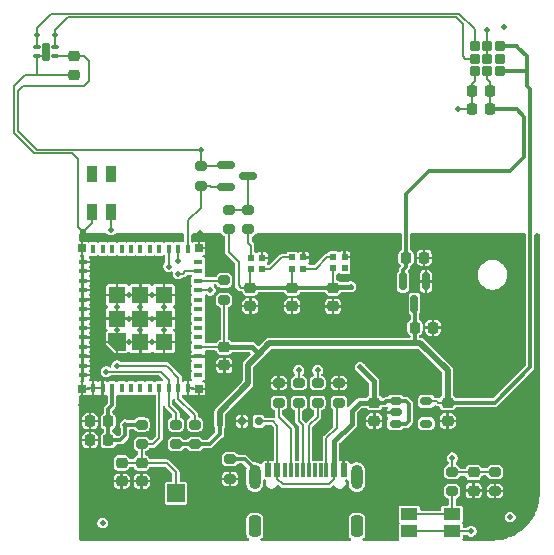
<source format=gbr>
%TF.GenerationSoftware,KiCad,Pcbnew,9.0.1*%
%TF.CreationDate,2025-11-13T12:09:59-06:00*%
%TF.ProjectId,AirCube,41697243-7562-4652-9e6b-696361645f70,rev?*%
%TF.SameCoordinates,Original*%
%TF.FileFunction,Copper,L1,Top*%
%TF.FilePolarity,Positive*%
%FSLAX46Y46*%
G04 Gerber Fmt 4.6, Leading zero omitted, Abs format (unit mm)*
G04 Created by KiCad (PCBNEW 9.0.1) date 2025-11-13 12:09:59*
%MOMM*%
%LPD*%
G01*
G04 APERTURE LIST*
G04 Aperture macros list*
%AMRoundRect*
0 Rectangle with rounded corners*
0 $1 Rounding radius*
0 $2 $3 $4 $5 $6 $7 $8 $9 X,Y pos of 4 corners*
0 Add a 4 corners polygon primitive as box body*
4,1,4,$2,$3,$4,$5,$6,$7,$8,$9,$2,$3,0*
0 Add four circle primitives for the rounded corners*
1,1,$1+$1,$2,$3*
1,1,$1+$1,$4,$5*
1,1,$1+$1,$6,$7*
1,1,$1+$1,$8,$9*
0 Add four rect primitives between the rounded corners*
20,1,$1+$1,$2,$3,$4,$5,0*
20,1,$1+$1,$4,$5,$6,$7,0*
20,1,$1+$1,$6,$7,$8,$9,0*
20,1,$1+$1,$8,$9,$2,$3,0*%
%AMFreePoly0*
4,1,14,0.728536,0.728536,0.730000,0.725000,0.730000,-0.725000,0.728536,-0.728536,0.725000,-0.730000,-0.725000,-0.730000,-0.728536,-0.728536,-0.730000,-0.725000,-0.730000,0.125000,-0.728536,0.128536,-0.128536,0.728536,-0.125000,0.730000,0.725000,0.730000,0.728536,0.728536,0.728536,0.728536,$1*%
G04 Aperture macros list end*
%TA.AperFunction,SMDPad,CuDef*%
%ADD10RoundRect,0.200000X0.275000X-0.200000X0.275000X0.200000X-0.275000X0.200000X-0.275000X-0.200000X0*%
%TD*%
%TA.AperFunction,SMDPad,CuDef*%
%ADD11RoundRect,0.225000X0.225000X0.250000X-0.225000X0.250000X-0.225000X-0.250000X0.225000X-0.250000X0*%
%TD*%
%TA.AperFunction,SMDPad,CuDef*%
%ADD12R,0.400000X0.800000*%
%TD*%
%TA.AperFunction,SMDPad,CuDef*%
%ADD13R,0.800000X0.400000*%
%TD*%
%TA.AperFunction,SMDPad,CuDef*%
%ADD14FreePoly0,90.000000*%
%TD*%
%TA.AperFunction,ComponentPad*%
%ADD15C,0.508000*%
%TD*%
%TA.AperFunction,SMDPad,CuDef*%
%ADD16R,1.450000X1.450000*%
%TD*%
%TA.AperFunction,SMDPad,CuDef*%
%ADD17R,0.700000X0.700000*%
%TD*%
%TA.AperFunction,SMDPad,CuDef*%
%ADD18C,0.500000*%
%TD*%
%TA.AperFunction,SMDPad,CuDef*%
%ADD19R,0.558800X0.558800*%
%TD*%
%TA.AperFunction,SMDPad,CuDef*%
%ADD20RoundRect,0.100000X0.200000X0.100000X-0.200000X0.100000X-0.200000X-0.100000X0.200000X-0.100000X0*%
%TD*%
%TA.AperFunction,SMDPad,CuDef*%
%ADD21RoundRect,0.162500X0.162500X0.637500X-0.162500X0.637500X-0.162500X-0.637500X0.162500X-0.637500X0*%
%TD*%
%TA.AperFunction,SMDPad,CuDef*%
%ADD22RoundRect,0.225000X-0.250000X0.225000X-0.250000X-0.225000X0.250000X-0.225000X0.250000X0.225000X0*%
%TD*%
%TA.AperFunction,SMDPad,CuDef*%
%ADD23RoundRect,0.200000X-0.275000X0.200000X-0.275000X-0.200000X0.275000X-0.200000X0.275000X0.200000X0*%
%TD*%
%TA.AperFunction,SMDPad,CuDef*%
%ADD24RoundRect,0.225000X-0.225000X-0.250000X0.225000X-0.250000X0.225000X0.250000X-0.225000X0.250000X0*%
%TD*%
%TA.AperFunction,SMDPad,CuDef*%
%ADD25RoundRect,0.150000X-0.150000X0.587500X-0.150000X-0.587500X0.150000X-0.587500X0.150000X0.587500X0*%
%TD*%
%TA.AperFunction,SMDPad,CuDef*%
%ADD26RoundRect,0.150000X-0.150000X-0.200000X0.150000X-0.200000X0.150000X0.200000X-0.150000X0.200000X0*%
%TD*%
%TA.AperFunction,SMDPad,CuDef*%
%ADD27RoundRect,0.175000X-0.325000X0.175000X-0.325000X-0.175000X0.325000X-0.175000X0.325000X0.175000X0*%
%TD*%
%TA.AperFunction,SMDPad,CuDef*%
%ADD28R,0.600000X1.150000*%
%TD*%
%TA.AperFunction,SMDPad,CuDef*%
%ADD29R,0.300000X1.150000*%
%TD*%
%TA.AperFunction,ComponentPad*%
%ADD30O,1.000000X2.100000*%
%TD*%
%TA.AperFunction,ComponentPad*%
%ADD31RoundRect,0.250000X-0.250000X-0.650000X0.250000X-0.650000X0.250000X0.650000X-0.250000X0.650000X0*%
%TD*%
%TA.AperFunction,SMDPad,CuDef*%
%ADD32R,0.812800X1.422400*%
%TD*%
%TA.AperFunction,SMDPad,CuDef*%
%ADD33RoundRect,0.212500X0.212500X0.212500X-0.212500X0.212500X-0.212500X-0.212500X0.212500X-0.212500X0*%
%TD*%
%TA.AperFunction,SMDPad,CuDef*%
%ADD34R,1.400000X1.050000*%
%TD*%
%TA.AperFunction,SMDPad,CuDef*%
%ADD35RoundRect,0.150000X-0.587500X-0.150000X0.587500X-0.150000X0.587500X0.150000X-0.587500X0.150000X0*%
%TD*%
%TA.AperFunction,SMDPad,CuDef*%
%ADD36R,1.500000X1.500000*%
%TD*%
%TA.AperFunction,ViaPad*%
%ADD37C,0.508000*%
%TD*%
%TA.AperFunction,Conductor*%
%ADD38C,0.203200*%
%TD*%
%TA.AperFunction,Conductor*%
%ADD39C,0.152400*%
%TD*%
%TA.AperFunction,Conductor*%
%ADD40C,0.304800*%
%TD*%
%TA.AperFunction,Conductor*%
%ADD41C,0.508000*%
%TD*%
%TA.AperFunction,Conductor*%
%ADD42C,0.457200*%
%TD*%
G04 APERTURE END LIST*
D10*
%TO.P,R10,1*%
%TO.N,+3V3*%
X38200000Y-77825000D03*
%TO.P,R10,2*%
%TO.N,/SCL*%
X38200000Y-76175000D03*
%TD*%
D11*
%TO.P,C15,1*%
%TO.N,+1V8*%
X64800000Y-47900000D03*
%TO.P,C15,2*%
%TO.N,GND*%
X63250000Y-47900000D03*
%TD*%
D12*
%TO.P,U7,1,GND*%
%TO.N,GND*%
X31200000Y-73100000D03*
%TO.P,U7,2,GND*%
X32000000Y-73100000D03*
%TO.P,U7,3,3v3*%
%TO.N,+3V3*%
X32800000Y-73100000D03*
%TO.P,U7,4,NC*%
%TO.N,unconnected-(U7-NC-Pad4)*%
X33600000Y-73100000D03*
%TO.P,U7,5,IO2*%
%TO.N,unconnected-(U7-IO2-Pad5)*%
X34400000Y-73100000D03*
%TO.P,U7,6,IO3*%
%TO.N,unconnected-(U7-IO3-Pad6)*%
X35200000Y-73100000D03*
%TO.P,U7,7,NC*%
%TO.N,unconnected-(U7-NC-Pad7)*%
X36000000Y-73100000D03*
%TO.P,U7,8,EN*%
%TO.N,/CP_EN*%
X36800000Y-73100000D03*
%TO.P,U7,9,IO0*%
%TO.N,/SCL*%
X37600000Y-73100000D03*
%TO.P,U7,10,IO01*%
%TO.N,/SDA*%
X38400000Y-73100000D03*
%TO.P,U7,11,GND*%
%TO.N,GND*%
X39200000Y-73100000D03*
D13*
%TO.P,U7,12,IO13*%
%TO.N,unconnected-(U7-IO13-Pad12)*%
X40100000Y-72000000D03*
%TO.P,U7,13,IO14*%
%TO.N,unconnected-(U7-IO14-Pad13)*%
X40100000Y-71200000D03*
%TO.P,U7,14,GND*%
%TO.N,GND*%
X40100000Y-70400000D03*
%TO.P,U7,15,VBAT*%
%TO.N,+3V3*%
X40100000Y-69600000D03*
%TO.P,U7,16,IO12*%
%TO.N,unconnected-(U7-IO12-Pad16)*%
X40100000Y-68800000D03*
%TO.P,U7,17,NC*%
%TO.N,unconnected-(U7-NC-Pad17)*%
X40100000Y-68000000D03*
%TO.P,U7,18,IO4*%
%TO.N,unconnected-(U7-IO4-Pad18)*%
X40100000Y-67200000D03*
%TO.P,U7,19,IO5*%
%TO.N,unconnected-(U7-IO5-Pad19)*%
X40100000Y-66400000D03*
%TO.P,U7,20,IO10*%
%TO.N,unconnected-(U7-IO10-Pad20)*%
X40100000Y-65600000D03*
%TO.P,U7,21,IO11*%
%TO.N,Net-(U7-IO11)*%
X40100000Y-64800000D03*
%TO.P,U7,22,IO08*%
%TO.N,Net-(U7-IO08)*%
X40100000Y-64000000D03*
%TO.P,U7,23,IO9*%
%TO.N,Net-(U7-IO9)*%
X40100000Y-63200000D03*
%TO.P,U7,24,IO22*%
%TO.N,unconnected-(U7-IO22-Pad24)*%
X40100000Y-62400000D03*
D12*
%TO.P,U7,25,IO25*%
%TO.N,Net-(Q1-S)*%
X39200000Y-61300000D03*
%TO.P,U7,26,IO26*%
%TO.N,/USB_D-*%
X38400000Y-61300000D03*
%TO.P,U7,27,IO27*%
%TO.N,/USB_D+*%
X37600000Y-61300000D03*
%TO.P,U7,28,NC*%
%TO.N,unconnected-(U7-NC-Pad28)*%
X36800000Y-61300000D03*
%TO.P,U7,29,NC*%
%TO.N,unconnected-(U7-NC-Pad29)*%
X36000000Y-61300000D03*
%TO.P,U7,30,RXD0*%
%TO.N,unconnected-(U7-RXD0-Pad30)*%
X35200000Y-61300000D03*
%TO.P,U7,31,TXD0*%
%TO.N,unconnected-(U7-TXD0-Pad31)*%
X34400000Y-61300000D03*
%TO.P,U7,32,NC*%
%TO.N,unconnected-(U7-NC-Pad32)*%
X33600000Y-61300000D03*
%TO.P,U7,33,NC*%
%TO.N,unconnected-(U7-NC-Pad33)*%
X32800000Y-61300000D03*
%TO.P,U7,34,NC*%
%TO.N,unconnected-(U7-NC-Pad34)*%
X32000000Y-61300000D03*
%TO.P,U7,35,NC*%
%TO.N,unconnected-(U7-NC-Pad35)*%
X31200000Y-61300000D03*
D13*
%TO.P,U7,36,GND*%
%TO.N,GND*%
X30300000Y-62400000D03*
%TO.P,U7,37,GND*%
X30300000Y-63200000D03*
%TO.P,U7,38,GND*%
X30300000Y-64000000D03*
%TO.P,U7,39,GND*%
X30300000Y-64800000D03*
%TO.P,U7,40,GND*%
X30300000Y-65600000D03*
%TO.P,U7,41,GND*%
X30300000Y-66400000D03*
%TO.P,U7,42,GND*%
X30300000Y-67200000D03*
%TO.P,U7,43,GND*%
X30300000Y-68000000D03*
%TO.P,U7,44,GND*%
X30300000Y-68800000D03*
%TO.P,U7,45,GND*%
X30300000Y-69600000D03*
%TO.P,U7,46,GND*%
X30300000Y-70400000D03*
%TO.P,U7,47,GND*%
X30300000Y-71200000D03*
%TO.P,U7,48,GND*%
X30300000Y-72000000D03*
D14*
%TO.P,U7,49,EPAD*%
X33225000Y-69175000D03*
D15*
X34212500Y-69175000D03*
D16*
X35200000Y-69175000D03*
D15*
X36187500Y-69175000D03*
D16*
X37175000Y-69175000D03*
D15*
X33225000Y-68187500D03*
X35200000Y-68187500D03*
X37175000Y-68187500D03*
D16*
X33225000Y-67200000D03*
D15*
X34212500Y-67200000D03*
D16*
X35200000Y-67200000D03*
D15*
X36187500Y-67200000D03*
D16*
X37175000Y-67200000D03*
D15*
X33225000Y-66212500D03*
X35200000Y-66212500D03*
X37175000Y-66212500D03*
D16*
X33225000Y-65225000D03*
D15*
X34212500Y-65225000D03*
D16*
X35200000Y-65225000D03*
D15*
X36187500Y-65225000D03*
D16*
X37175000Y-65225000D03*
D17*
%TO.P,U7,50,GND*%
X30250000Y-61250000D03*
%TO.P,U7,51,GND*%
X40150000Y-61250000D03*
%TO.P,U7,52,GND*%
X40150000Y-73150000D03*
%TO.P,U7,53,GND*%
X30250000Y-73150000D03*
%TD*%
D18*
%TO.P,REF\u002A\u002A,*%
%TO.N,*%
X66500000Y-84000000D03*
%TD*%
D19*
%TO.P,LED1,1,DIN*%
%TO.N,Net-(LED1-DIN)*%
X44525000Y-62050040D03*
%TO.P,LED1,2,VDD*%
%TO.N,+5VD*%
X44525000Y-63000000D03*
%TO.P,LED1,3,DOUT*%
%TO.N,Net-(LED1-DOUT)*%
X45475000Y-63000000D03*
%TO.P,LED1,4,GND*%
%TO.N,GND*%
X45475000Y-62050040D03*
%TD*%
D20*
%TO.P,U10,1,VDD*%
%TO.N,+3V3*%
X28000000Y-45000000D03*
%TO.P,U10,2,SCL*%
%TO.N,/SCL*%
X28000000Y-44250000D03*
%TO.P,U10,3,SDA*%
%TO.N,/SDA*%
X26400000Y-44250000D03*
%TO.P,U10,4,VSS*%
%TO.N,GND*%
X26400000Y-45000000D03*
D21*
%TO.P,U10,5,VSS*%
X27200000Y-44625000D03*
%TD*%
D10*
%TO.P,R18,1*%
%TO.N,Net-(P1-CC)*%
X46900000Y-74325000D03*
%TO.P,R18,2*%
%TO.N,GND*%
X46900000Y-72675000D03*
%TD*%
D11*
%TO.P,C14,1*%
%TO.N,+1V8*%
X64800000Y-49500000D03*
%TO.P,C14,2*%
%TO.N,GND*%
X63250000Y-49500000D03*
%TD*%
D22*
%TO.P,C24,1*%
%TO.N,+5VD*%
X51500000Y-64625000D03*
%TO.P,C24,2*%
%TO.N,GND*%
X51500000Y-66175000D03*
%TD*%
D23*
%TO.P,R5,1*%
%TO.N,Net-(Q1-D)*%
X44325000Y-57975000D03*
%TO.P,R5,2*%
%TO.N,Net-(LED1-DIN)*%
X44325000Y-59625000D03*
%TD*%
%TO.P,R19,1*%
%TO.N,Net-(U7-IO11)*%
X65200000Y-80175000D03*
%TO.P,R19,2*%
%TO.N,GND*%
X65200000Y-81825000D03*
%TD*%
%TO.P,R11,1*%
%TO.N,+3V3*%
X35300000Y-76175000D03*
%TO.P,R11,2*%
%TO.N,/CP_EN*%
X35300000Y-77825000D03*
%TD*%
D22*
%TO.P,C13,1*%
%TO.N,+3V3*%
X42300000Y-69625000D03*
%TO.P,C13,2*%
%TO.N,GND*%
X42300000Y-71175000D03*
%TD*%
D24*
%TO.P,C23,1*%
%TO.N,+1V8*%
X57675000Y-62062500D03*
%TO.P,C23,2*%
%TO.N,GND*%
X59225000Y-62062500D03*
%TD*%
D25*
%TO.P,U5,1,GND*%
%TO.N,GND*%
X59350000Y-64062500D03*
%TO.P,U5,2,VOUT*%
%TO.N,+1V8*%
X57450000Y-64062500D03*
%TO.P,U5,3,VIN*%
%TO.N,+3V3*%
X58400000Y-65937500D03*
%TD*%
D26*
%TO.P,D5,1*%
%TO.N,+5VD*%
X45200000Y-75900000D03*
%TO.P,D5,2*%
%TO.N,GND*%
X43800000Y-75900000D03*
%TD*%
D22*
%TO.P,C17,1*%
%TO.N,+5VD*%
X48050000Y-64599980D03*
%TO.P,C17,2*%
%TO.N,GND*%
X48050000Y-66149980D03*
%TD*%
D23*
%TO.P,R21,1*%
%TO.N,/USB_D+*%
X48600000Y-72675000D03*
%TO.P,R21,2*%
%TO.N,Net-(P1-D+)*%
X48600000Y-74325000D03*
%TD*%
D27*
%TO.P,U6,1,VIN*%
%TO.N,+5VD*%
X56800000Y-74200000D03*
%TO.P,U6,2,GND*%
%TO.N,GND*%
X56800000Y-75150000D03*
%TO.P,U6,3,EN*%
%TO.N,+5VD*%
X56800000Y-76100000D03*
%TO.P,U6,4,NC*%
%TO.N,unconnected-(U6-NC-Pad4)*%
X59400000Y-76100000D03*
%TO.P,U6,5,VOUT*%
%TO.N,+3V3*%
X59400000Y-74200000D03*
%TD*%
D22*
%TO.P,C12,1*%
%TO.N,/CP_EN*%
X35300000Y-79425000D03*
%TO.P,C12,2*%
%TO.N,GND*%
X35300000Y-80975000D03*
%TD*%
D28*
%TO.P,P1,A1,GND*%
%TO.N,GND*%
X45997500Y-80045000D03*
%TO.P,P1,A4,VBUS*%
%TO.N,+5VD*%
X46797500Y-80045000D03*
D29*
%TO.P,P1,A5,CC*%
%TO.N,Net-(P1-CC)*%
X47947500Y-80045000D03*
%TO.P,P1,A6,D+*%
%TO.N,Net-(P1-D+)*%
X48947500Y-80045000D03*
%TO.P,P1,A7,D-*%
%TO.N,Net-(P1-D-)*%
X49447500Y-80045000D03*
%TO.P,P1,A8*%
%TO.N,N/C*%
X50447500Y-80045000D03*
D28*
%TO.P,P1,A9,VBUS*%
%TO.N,+5VD*%
X51597500Y-80045000D03*
%TO.P,P1,A12,GND*%
%TO.N,GND*%
X52397500Y-80045000D03*
D29*
%TO.P,P1,B5,VCONN*%
%TO.N,Net-(P1-VCONN)*%
X50947500Y-80045000D03*
%TO.P,P1,B6*%
%TO.N,N/C*%
X49947500Y-80045000D03*
%TO.P,P1,B7*%
X48447500Y-80045000D03*
%TO.P,P1,B8*%
X47447500Y-80045000D03*
D30*
%TO.P,P1,S1,SHIELD*%
%TO.N,Net-(P1-SHIELD)*%
X44877500Y-80620000D03*
%TO.P,P1,SH2*%
%TO.N,N/C*%
X53517500Y-80620000D03*
D31*
%TO.P,P1,SH3*%
X44877500Y-84800000D03*
%TO.P,P1,SH4*%
X53517500Y-84800000D03*
%TD*%
D24*
%TO.P,C5,1*%
%TO.N,+3V3*%
X58425000Y-67962500D03*
%TO.P,C5,2*%
%TO.N,GND*%
X59975000Y-67962500D03*
%TD*%
D23*
%TO.P,R4,1*%
%TO.N,Net-(Q1-D)*%
X42700000Y-57975000D03*
%TO.P,R4,2*%
%TO.N,+5VD*%
X42700000Y-59625000D03*
%TD*%
%TO.P,R16,1*%
%TO.N,Net-(P1-SHIELD)*%
X42797500Y-79112500D03*
%TO.P,R16,2*%
%TO.N,GND*%
X42797500Y-80762500D03*
%TD*%
D22*
%TO.P,C16,1*%
%TO.N,+5VD*%
X44500000Y-64599980D03*
%TO.P,C16,2*%
%TO.N,GND*%
X44500000Y-66149980D03*
%TD*%
D18*
%TO.P,REF\u002A\u002A,*%
%TO.N,*%
X32000000Y-84500000D03*
%TD*%
D32*
%TO.P,S2,1*%
%TO.N,GND*%
X31075000Y-58200200D03*
%TO.P,S2,2*%
%TO.N,Net-(U7-IO9)*%
X32725000Y-58200200D03*
%TO.P,S2,3*%
%TO.N,N/C*%
X32725000Y-54999800D03*
%TO.P,S2,4*%
X31075000Y-54999800D03*
%TD*%
D22*
%TO.P,C32,1*%
%TO.N,+3V3*%
X29590000Y-44995000D03*
%TO.P,C32,2*%
%TO.N,GND*%
X29590000Y-46545000D03*
%TD*%
%TO.P,C27,1*%
%TO.N,Net-(U7-IO11)*%
X63400000Y-80225000D03*
%TO.P,C27,2*%
%TO.N,GND*%
X63400000Y-81775000D03*
%TD*%
D23*
%TO.P,R20,1*%
%TO.N,Net-(U7-IO11)*%
X61600000Y-80175000D03*
%TO.P,R20,2*%
%TO.N,Net-(R20-Pad2)*%
X61600000Y-81825000D03*
%TD*%
%TO.P,R12,1*%
%TO.N,Net-(U7-IO08)*%
X42300000Y-63975000D03*
%TO.P,R12,2*%
%TO.N,+3V3*%
X42300000Y-65625000D03*
%TD*%
D22*
%TO.P,C22,1*%
%TO.N,+3V3*%
X61200000Y-74325000D03*
%TO.P,C22,2*%
%TO.N,GND*%
X61200000Y-75875000D03*
%TD*%
D10*
%TO.P,R1,1*%
%TO.N,Net-(Q1-S)*%
X40300000Y-55950000D03*
%TO.P,R1,2*%
%TO.N,+3V3*%
X40300000Y-54300000D03*
%TD*%
D18*
%TO.P,REF\u002A\u002A,*%
%TO.N,*%
X66000000Y-42500000D03*
%TD*%
D33*
%TO.P,U2,1,SDA*%
%TO.N,/SDA*%
X63500000Y-44150000D03*
%TO.P,U2,2,SCL*%
%TO.N,/SCL*%
X63500000Y-45200000D03*
%TO.P,U2,3,ADDR*%
%TO.N,GND*%
X63500000Y-46250000D03*
%TO.P,U2,4,VDD*%
%TO.N,+1V8*%
X64550000Y-46250000D03*
%TO.P,U2,5,VDDIO*%
%TO.N,+3V3*%
X65600000Y-46250000D03*
%TO.P,U2,6,INTn*%
%TO.N,unconnected-(U2-INTn-Pad6)*%
X65600000Y-45200000D03*
%TO.P,U2,7,CSn*%
%TO.N,+3V3*%
X65600000Y-44150000D03*
%TO.P,U2,8,VSS*%
%TO.N,GND*%
X64550000Y-44150000D03*
%TO.P,U2,9,VSS*%
X64550000Y-45200000D03*
%TD*%
D34*
%TO.P,S3,1,1*%
%TO.N,Net-(R20-Pad2)*%
X57975000Y-83775000D03*
%TO.P,S3,2,2*%
X61575000Y-83775000D03*
%TO.P,S3,3,3*%
%TO.N,+3V3*%
X57975000Y-85225000D03*
%TO.P,S3,4,4*%
X61575000Y-85225000D03*
%TD*%
D10*
%TO.P,R17,1*%
%TO.N,Net-(P1-VCONN)*%
X52000000Y-74325000D03*
%TO.P,R17,2*%
%TO.N,GND*%
X52000000Y-72675000D03*
%TD*%
D22*
%TO.P,C10,1*%
%TO.N,/CP_EN*%
X33600000Y-79425000D03*
%TO.P,C10,2*%
%TO.N,GND*%
X33600000Y-80975000D03*
%TD*%
%TO.P,C21,1*%
%TO.N,+5VD*%
X55000000Y-74325000D03*
%TO.P,C21,2*%
%TO.N,GND*%
X55000000Y-75875000D03*
%TD*%
D35*
%TO.P,Q1,1,G*%
%TO.N,+3V3*%
X42425000Y-54175000D03*
%TO.P,Q1,2,S*%
%TO.N,Net-(Q1-S)*%
X42425000Y-56075000D03*
%TO.P,Q1,3,D*%
%TO.N,Net-(Q1-D)*%
X44300000Y-55125000D03*
%TD*%
D11*
%TO.P,C9,1*%
%TO.N,+3V3*%
X32475000Y-75900000D03*
%TO.P,C9,2*%
%TO.N,GND*%
X30925000Y-75900000D03*
%TD*%
D19*
%TO.P,LED2,1,DIN*%
%TO.N,Net-(LED1-DOUT)*%
X48050000Y-62025020D03*
%TO.P,LED2,2,VDD*%
%TO.N,+5VD*%
X48050000Y-62974980D03*
%TO.P,LED2,3,DOUT*%
%TO.N,Net-(LED2-DOUT)*%
X49000000Y-62974980D03*
%TO.P,LED2,4,GND*%
%TO.N,GND*%
X49000000Y-62025020D03*
%TD*%
D36*
%TO.P,TP2,1,1*%
%TO.N,/CP_EN*%
X38200000Y-82000000D03*
%TD*%
D19*
%TO.P,LED3,1,DIN*%
%TO.N,Net-(LED2-DOUT)*%
X51525000Y-62000000D03*
%TO.P,LED3,2,VDD*%
%TO.N,+5VD*%
X51525000Y-62949960D03*
%TO.P,LED3,3,DOUT*%
%TO.N,unconnected-(LED3-DOUT-Pad3)*%
X52475000Y-62949960D03*
%TO.P,LED3,4,GND*%
%TO.N,GND*%
X52475000Y-62000000D03*
%TD*%
D10*
%TO.P,R22,1*%
%TO.N,Net-(P1-D-)*%
X50200000Y-74325000D03*
%TO.P,R22,2*%
%TO.N,/USB_D-*%
X50200000Y-72675000D03*
%TD*%
D11*
%TO.P,C11,1*%
%TO.N,+3V3*%
X32475000Y-77500000D03*
%TO.P,C11,2*%
%TO.N,GND*%
X30925000Y-77500000D03*
%TD*%
D10*
%TO.P,R9,1*%
%TO.N,+3V3*%
X39800000Y-77825000D03*
%TO.P,R9,2*%
%TO.N,/SDA*%
X39800000Y-76175000D03*
%TD*%
D37*
%TO.N,GND*%
X57600000Y-77350000D03*
X56700000Y-72700000D03*
X51700000Y-67600000D03*
X30200000Y-74500000D03*
X30300000Y-59900000D03*
X35300000Y-82400000D03*
X64500000Y-42800000D03*
X45800000Y-60700000D03*
X52400000Y-60600000D03*
X60000000Y-75250000D03*
X61800000Y-77300000D03*
X55800000Y-75150000D03*
X45200000Y-77200000D03*
X53200000Y-77300000D03*
X30900000Y-78900000D03*
X44500000Y-67600000D03*
X66500000Y-81800000D03*
X40200000Y-60000000D03*
X56200000Y-62200000D03*
X59500000Y-77350000D03*
X49200000Y-60600000D03*
X59450000Y-72800000D03*
X67140000Y-60920000D03*
X60700000Y-66200000D03*
X53300000Y-72600000D03*
X61600000Y-68000000D03*
X42800000Y-82100000D03*
X60600000Y-62000000D03*
X55000000Y-77300000D03*
X43800000Y-77200000D03*
X62090000Y-49490000D03*
X56100000Y-66150000D03*
X47800000Y-67700000D03*
%TO.N,+3V3*%
X40300000Y-52900000D03*
X61200000Y-73000000D03*
X33900000Y-76200000D03*
X54800000Y-69300000D03*
X63200000Y-85200000D03*
X41900000Y-76200000D03*
%TO.N,+5VD*%
X53800000Y-71300000D03*
X53000000Y-64500000D03*
%TO.N,Net-(U7-IO11)*%
X61600000Y-79000000D03*
X41100000Y-64800000D03*
%TO.N,/USB_D-*%
X50200000Y-71600000D03*
X38400000Y-62292000D03*
%TO.N,/USB_D+*%
X37600000Y-62800000D03*
X48600000Y-71600000D03*
%TO.N,/SDA*%
X26400000Y-43200000D03*
X33200000Y-71192000D03*
%TO.N,/SCL*%
X28000000Y-43200000D03*
X32300000Y-71700000D03*
%TO.N,Net-(U7-IO9)*%
X32700000Y-59700000D03*
X38400000Y-63400000D03*
%TD*%
D38*
%TO.N,GND*%
X64550000Y-45200000D02*
X64550000Y-44150000D01*
D39*
X25445000Y-46545000D02*
X24500000Y-47490000D01*
X62090000Y-49490000D02*
X63240000Y-49490000D01*
X26400000Y-45000000D02*
X26400000Y-46535000D01*
D38*
X26825000Y-45000000D02*
X27200000Y-44625000D01*
D39*
X26220000Y-53210000D02*
X29390000Y-53210000D01*
D38*
X63250000Y-47900000D02*
X63250000Y-47350000D01*
X31075000Y-59125000D02*
X31075000Y-58200200D01*
D39*
X29390000Y-53210000D02*
X29890000Y-53710000D01*
X24500000Y-47490000D02*
X24500000Y-51490000D01*
X26390000Y-46545000D02*
X25445000Y-46545000D01*
D38*
X63500000Y-47100000D02*
X63500000Y-46250000D01*
D39*
X24500000Y-51490000D02*
X26220000Y-53210000D01*
X29890000Y-53710000D02*
X29890000Y-59490000D01*
D38*
X26400000Y-45000000D02*
X26825000Y-45000000D01*
D39*
X29890000Y-59490000D02*
X30300000Y-59900000D01*
D38*
X64550000Y-42850000D02*
X64500000Y-42800000D01*
X63250000Y-47350000D02*
X63500000Y-47100000D01*
D39*
X29590000Y-46545000D02*
X26390000Y-46545000D01*
D38*
X30300000Y-59900000D02*
X31075000Y-59125000D01*
X63250000Y-49500000D02*
X63250000Y-47900000D01*
D39*
X63240000Y-49490000D02*
X63250000Y-49500000D01*
D38*
X64550000Y-44150000D02*
X64550000Y-42850000D01*
D39*
X26400000Y-46535000D02*
X26390000Y-46545000D01*
D38*
%TO.N,+3V3*%
X61575000Y-85225000D02*
X57975000Y-85225000D01*
D40*
X67900000Y-47500000D02*
X68200000Y-47800000D01*
X67050000Y-44150000D02*
X67200000Y-44300000D01*
X41075000Y-77825000D02*
X41900000Y-77000000D01*
X32800000Y-73100000D02*
X32800000Y-74500000D01*
D38*
X61575000Y-85225000D02*
X63175000Y-85225000D01*
D39*
X40300000Y-52900000D02*
X26400000Y-52900000D01*
D41*
X54800000Y-69300000D02*
X46100000Y-69300000D01*
D38*
X29445000Y-45000000D02*
X29450000Y-44995000D01*
D40*
X68200000Y-71300000D02*
X65175000Y-74325000D01*
D39*
X30880000Y-45430000D02*
X30445000Y-44995000D01*
X30450000Y-47510000D02*
X30880000Y-47080000D01*
D41*
X58300000Y-69300000D02*
X54800000Y-69300000D01*
D42*
X42300000Y-69625000D02*
X44625000Y-69625000D01*
D40*
X33925000Y-76175000D02*
X33900000Y-76200000D01*
D38*
X29450000Y-44995000D02*
X29590000Y-44995000D01*
D39*
X30880000Y-47080000D02*
X30880000Y-45430000D01*
D38*
X63175000Y-85225000D02*
X63200000Y-85200000D01*
D41*
X44300000Y-72700000D02*
X41900000Y-75100000D01*
D40*
X65600000Y-44150000D02*
X67050000Y-44150000D01*
D38*
X40300000Y-54300000D02*
X40300000Y-52900000D01*
X60300000Y-74200000D02*
X60425000Y-74325000D01*
X40100000Y-69600000D02*
X42275000Y-69600000D01*
X42300000Y-54300000D02*
X42425000Y-54175000D01*
D40*
X32800000Y-74500000D02*
X32475000Y-74825000D01*
D41*
X61200000Y-71600000D02*
X58900000Y-69300000D01*
X58900000Y-69300000D02*
X58300000Y-69300000D01*
D40*
X65600000Y-46250000D02*
X67850000Y-46250000D01*
D41*
X44300000Y-71100000D02*
X44300000Y-72700000D01*
D40*
X68200000Y-47800000D02*
X68200000Y-71300000D01*
X65175000Y-74325000D02*
X61200000Y-74325000D01*
D42*
X44625000Y-69625000D02*
X45200000Y-70200000D01*
D39*
X24840000Y-51340000D02*
X24840000Y-47920000D01*
X24840000Y-47920000D02*
X25250000Y-47510000D01*
D40*
X33900000Y-76200000D02*
X33900000Y-77100000D01*
D41*
X61200000Y-74325000D02*
X61200000Y-73000000D01*
D38*
X28000000Y-45000000D02*
X29445000Y-45000000D01*
D40*
X35300000Y-76175000D02*
X33925000Y-76175000D01*
X67900000Y-46200000D02*
X67900000Y-47500000D01*
D41*
X45200000Y-70200000D02*
X44300000Y-71100000D01*
D40*
X58425000Y-67962500D02*
X58425000Y-69175000D01*
D38*
X59400000Y-74200000D02*
X60300000Y-74200000D01*
D40*
X33500000Y-77500000D02*
X32475000Y-77500000D01*
D39*
X25250000Y-47510000D02*
X30450000Y-47510000D01*
D40*
X67900000Y-45000000D02*
X67900000Y-46200000D01*
X58425000Y-65962500D02*
X58400000Y-65937500D01*
D41*
X41900000Y-75100000D02*
X41900000Y-76200000D01*
D38*
X42300000Y-65625000D02*
X42300000Y-69625000D01*
D40*
X38200000Y-77825000D02*
X39800000Y-77825000D01*
D38*
X40300000Y-54300000D02*
X42300000Y-54300000D01*
D40*
X58425000Y-69175000D02*
X58300000Y-69300000D01*
D38*
X42275000Y-69600000D02*
X42300000Y-69625000D01*
D41*
X46100000Y-69300000D02*
X45200000Y-70200000D01*
D39*
X26400000Y-52900000D02*
X24840000Y-51340000D01*
D40*
X67200000Y-44300000D02*
X67900000Y-45000000D01*
D39*
X30445000Y-44995000D02*
X29590000Y-44995000D01*
D40*
X32475000Y-74825000D02*
X32475000Y-75900000D01*
X39800000Y-77825000D02*
X41075000Y-77825000D01*
X41900000Y-77000000D02*
X41900000Y-76200000D01*
X33900000Y-77100000D02*
X33500000Y-77500000D01*
X58425000Y-67962500D02*
X58425000Y-65962500D01*
D41*
X61200000Y-73000000D02*
X61200000Y-71600000D01*
D40*
X32475000Y-77500000D02*
X32475000Y-75900000D01*
X67850000Y-46250000D02*
X67900000Y-46200000D01*
D38*
X60425000Y-74325000D02*
X61200000Y-74325000D01*
%TO.N,/CP_EN*%
X33600000Y-79425000D02*
X35300000Y-79425000D01*
X36275000Y-77825000D02*
X36800000Y-77300000D01*
X38200000Y-82000000D02*
X38200000Y-80200000D01*
X35300000Y-77825000D02*
X36275000Y-77825000D01*
X36800000Y-77300000D02*
X36800000Y-73100000D01*
X37425000Y-79425000D02*
X35300000Y-79425000D01*
X38200000Y-80200000D02*
X37425000Y-79425000D01*
X35300000Y-79425000D02*
X35300000Y-77825000D01*
D40*
%TO.N,+1V8*%
X67100000Y-49500000D02*
X67700000Y-50100000D01*
D38*
X64800000Y-47200000D02*
X64550000Y-46950000D01*
X64800000Y-47900000D02*
X64800000Y-47200000D01*
D40*
X57675000Y-62825000D02*
X57675000Y-62062500D01*
X67700000Y-53500000D02*
X66500000Y-54700000D01*
X66500000Y-54700000D02*
X59600000Y-54700000D01*
D38*
X64800000Y-47900000D02*
X64800000Y-49500000D01*
D40*
X57675000Y-56625000D02*
X57675000Y-62062500D01*
X57450000Y-63050000D02*
X57675000Y-62825000D01*
X59600000Y-54700000D02*
X57675000Y-56625000D01*
D38*
X64550000Y-46950000D02*
X64550000Y-46250000D01*
D40*
X67700000Y-50100000D02*
X67700000Y-53500000D01*
X57450000Y-64062500D02*
X57450000Y-63050000D01*
X64800000Y-49500000D02*
X67100000Y-49500000D01*
D42*
%TO.N,+5VD*%
X54300000Y-71800000D02*
X53800000Y-71300000D01*
D38*
X51475000Y-62999960D02*
X51525000Y-62949960D01*
X44500000Y-63025000D02*
X44525000Y-63000000D01*
X43699980Y-64599980D02*
X44500000Y-64599980D01*
D42*
X51597500Y-80045000D02*
X51597500Y-77602500D01*
D40*
X56800000Y-74200000D02*
X56000000Y-74200000D01*
D38*
X42700000Y-61600000D02*
X43500000Y-62400000D01*
X46797500Y-80045000D02*
X46797500Y-80757500D01*
X51475000Y-64600000D02*
X51475000Y-62999960D01*
X44500000Y-64599980D02*
X44500000Y-63025000D01*
D40*
X57900000Y-74400000D02*
X57700000Y-74200000D01*
D38*
X47280000Y-81240000D02*
X51147256Y-81240000D01*
X48050000Y-64599980D02*
X48050000Y-62974980D01*
D40*
X48050000Y-64599980D02*
X44500000Y-64599980D01*
D38*
X43500000Y-64400000D02*
X43699980Y-64599980D01*
D40*
X48050000Y-64599980D02*
X51474980Y-64599980D01*
D38*
X51147256Y-81240000D02*
X51597500Y-80789756D01*
X51500000Y-64625000D02*
X51475000Y-64600000D01*
D40*
X56000000Y-74200000D02*
X55875000Y-74325000D01*
D42*
X51500000Y-64500040D02*
X51500000Y-64625000D01*
D40*
X51474980Y-64599980D02*
X51500000Y-64625000D01*
D42*
X51500040Y-64500000D02*
X51500000Y-64500040D01*
D40*
X56800000Y-76100000D02*
X57700000Y-76100000D01*
X57900000Y-75900000D02*
X57900000Y-74400000D01*
D38*
X46797500Y-76297500D02*
X46400000Y-75900000D01*
X43500000Y-62400000D02*
X43500000Y-64400000D01*
X46797500Y-80757500D02*
X47280000Y-81240000D01*
D42*
X55000000Y-74325000D02*
X55000000Y-72500000D01*
D40*
X55875000Y-74325000D02*
X55000000Y-74325000D01*
D38*
X42700000Y-59625000D02*
X42700000Y-61600000D01*
X46400000Y-75900000D02*
X45200000Y-75900000D01*
D40*
X57700000Y-74200000D02*
X56800000Y-74200000D01*
D42*
X53100000Y-75000000D02*
X53775000Y-74325000D01*
X55000000Y-72500000D02*
X54300000Y-71800000D01*
D40*
X57700000Y-76100000D02*
X57900000Y-75900000D01*
D42*
X51597500Y-77602500D02*
X53100000Y-76100000D01*
X53100000Y-76100000D02*
X53100000Y-75000000D01*
D38*
X51597500Y-80789756D02*
X51597500Y-80045000D01*
D42*
X53775000Y-74325000D02*
X55000000Y-74325000D01*
D38*
X46797500Y-80045000D02*
X46797500Y-76297500D01*
D42*
X53000000Y-64500000D02*
X51500040Y-64500000D01*
D38*
%TO.N,Net-(U7-IO11)*%
X40100000Y-64800000D02*
X41100000Y-64800000D01*
X63450000Y-80175000D02*
X63400000Y-80225000D01*
X65200000Y-80175000D02*
X63450000Y-80175000D01*
X61600000Y-79000000D02*
X61600000Y-80175000D01*
X63400000Y-80225000D02*
X61650000Y-80225000D01*
X61650000Y-80225000D02*
X61600000Y-80175000D01*
%TO.N,Net-(LED1-DOUT)*%
X47174980Y-62025020D02*
X48050000Y-62025020D01*
X46200000Y-63000000D02*
X47174980Y-62025020D01*
X45475000Y-63000000D02*
X46200000Y-63000000D01*
%TO.N,Net-(LED1-DIN)*%
X44525000Y-61025000D02*
X44325000Y-60825000D01*
X44525000Y-62050040D02*
X44525000Y-61025000D01*
X44325000Y-60825000D02*
X44325000Y-59625000D01*
%TO.N,Net-(LED2-DOUT)*%
X50025020Y-62974980D02*
X51000000Y-62000000D01*
X49000000Y-62974980D02*
X50025020Y-62974980D01*
X51000000Y-62000000D02*
X51525000Y-62000000D01*
%TO.N,/USB_D-*%
X50200000Y-71600000D02*
X50200000Y-72675000D01*
X38400000Y-61300000D02*
X38400000Y-62292000D01*
%TO.N,Net-(P1-CC)*%
X47947500Y-76547500D02*
X46900000Y-75500000D01*
X47947500Y-80045000D02*
X47947500Y-76547500D01*
X46900000Y-75500000D02*
X46900000Y-74325000D01*
%TO.N,/USB_D+*%
X48600000Y-72675000D02*
X48600000Y-71600000D01*
X37600000Y-62800000D02*
X37600000Y-61300000D01*
%TO.N,Net-(P1-VCONN)*%
X50947500Y-80045000D02*
X50947500Y-77352500D01*
X51800000Y-76500000D02*
X51800000Y-74525000D01*
X51800000Y-74525000D02*
X52000000Y-74325000D01*
X50947500Y-77352500D02*
X51800000Y-76500000D01*
D40*
%TO.N,Net-(P1-SHIELD)*%
X44012500Y-79112500D02*
X44877500Y-79977500D01*
X42797500Y-79112500D02*
X44012500Y-79112500D01*
X44877500Y-79977500D02*
X44877500Y-80620000D01*
D38*
%TO.N,Net-(Q1-D)*%
X44325000Y-57975000D02*
X44325000Y-55150000D01*
X44325000Y-55150000D02*
X44300000Y-55125000D01*
X44325000Y-57975000D02*
X42700000Y-57975000D01*
%TO.N,Net-(Q1-S)*%
X40300000Y-55950000D02*
X41050000Y-55950000D01*
X41050000Y-55950000D02*
X41175000Y-56075000D01*
X39200000Y-58900000D02*
X40300000Y-57800000D01*
X39200000Y-61300000D02*
X39200000Y-58900000D01*
X40300000Y-57800000D02*
X40300000Y-55950000D01*
X41175000Y-56075000D02*
X42425000Y-56075000D01*
D39*
%TO.N,/SDA*%
X62200000Y-41400000D02*
X27600000Y-41400000D01*
X63500000Y-44150000D02*
X63500000Y-42700000D01*
D38*
X37392000Y-71192000D02*
X33200000Y-71192000D01*
X38400000Y-74000000D02*
X38400000Y-73100000D01*
X39800000Y-76175000D02*
X39800000Y-75400000D01*
X39800000Y-75400000D02*
X38400000Y-74000000D01*
D39*
X27600000Y-41400000D02*
X26400000Y-42600000D01*
D38*
X38400000Y-72200000D02*
X37500000Y-71300000D01*
X38400000Y-73100000D02*
X38400000Y-72200000D01*
D39*
X26400000Y-42600000D02*
X26400000Y-43200000D01*
D38*
X26400000Y-44250000D02*
X26400000Y-43200000D01*
X37500000Y-71300000D02*
X37392000Y-71192000D01*
D39*
X63500000Y-42700000D02*
X62200000Y-41400000D01*
%TO.N,/SCL*%
X61905800Y-41705800D02*
X29094200Y-41705800D01*
D38*
X36900000Y-71700000D02*
X32300000Y-71700000D01*
X37600000Y-72400000D02*
X37200000Y-72000000D01*
X38200000Y-75200000D02*
X37600000Y-74600000D01*
D39*
X29094200Y-41705800D02*
X28000000Y-42800000D01*
X63500000Y-45200000D02*
X62700000Y-45200000D01*
X28000000Y-42800000D02*
X28000000Y-43200000D01*
X62500000Y-45000000D02*
X62500000Y-42300000D01*
D38*
X37200000Y-72000000D02*
X36900000Y-71700000D01*
D39*
X62700000Y-45200000D02*
X62500000Y-45000000D01*
X62500000Y-42300000D02*
X61905800Y-41705800D01*
D38*
X28000000Y-44250000D02*
X28000000Y-43200000D01*
X37600000Y-74600000D02*
X37600000Y-73100000D01*
X37600000Y-73100000D02*
X37600000Y-72400000D01*
X38200000Y-76175000D02*
X38200000Y-75200000D01*
%TO.N,Net-(U7-IO08)*%
X40100000Y-64000000D02*
X42275000Y-64000000D01*
X42275000Y-64000000D02*
X42300000Y-63975000D01*
%TO.N,Net-(R20-Pad2)*%
X61600000Y-81825000D02*
X61600000Y-83750000D01*
X61600000Y-83750000D02*
X61575000Y-83775000D01*
X57975000Y-83775000D02*
X61575000Y-83775000D01*
%TO.N,Net-(U7-IO9)*%
X32725000Y-58200200D02*
X32725000Y-59675000D01*
X38800000Y-63400000D02*
X39000000Y-63200000D01*
X32725000Y-59675000D02*
X32700000Y-59700000D01*
X39000000Y-63200000D02*
X40100000Y-63200000D01*
X38400000Y-63400000D02*
X38800000Y-63400000D01*
%TO.N,Net-(P1-D-)*%
X50200000Y-75500000D02*
X50200000Y-74325000D01*
X49447500Y-76252500D02*
X50200000Y-75500000D01*
X49447500Y-80045000D02*
X49447500Y-76252500D01*
%TO.N,Net-(P1-D+)*%
X48947500Y-76247500D02*
X48600000Y-75900000D01*
X48947500Y-80045000D02*
X48947500Y-76247500D01*
X48600000Y-75900000D02*
X48600000Y-74325000D01*
%TD*%
%TA.AperFunction,Conductor*%
%TO.N,GND*%
G36*
X35301600Y-67098400D02*
G01*
X36109495Y-67098400D01*
X36079835Y-67128060D01*
X36060500Y-67174738D01*
X36060500Y-67225262D01*
X36079835Y-67271940D01*
X36109495Y-67301600D01*
X35301600Y-67301600D01*
X35301600Y-68109495D01*
X35271940Y-68079835D01*
X35225262Y-68060500D01*
X35174738Y-68060500D01*
X35128060Y-68079835D01*
X35098400Y-68109495D01*
X35098400Y-67301600D01*
X34290505Y-67301600D01*
X34320165Y-67271940D01*
X34339500Y-67225262D01*
X34339500Y-67174738D01*
X34320165Y-67128060D01*
X34290505Y-67098400D01*
X35098400Y-67098400D01*
X35098400Y-66290505D01*
X35128060Y-66320165D01*
X35174738Y-66339500D01*
X35225262Y-66339500D01*
X35271940Y-66320165D01*
X35301600Y-66290505D01*
X35301600Y-67098400D01*
G37*
%TD.AperFunction*%
%TA.AperFunction,Conductor*%
G36*
X32318763Y-60002507D02*
G01*
X32326781Y-60001238D01*
X32347773Y-60011933D01*
X32370176Y-60019213D01*
X32382179Y-60029464D01*
X32418966Y-60066251D01*
X32418968Y-60066252D01*
X32523331Y-60126506D01*
X32523335Y-60126508D01*
X32639743Y-60157700D01*
X32760257Y-60157700D01*
X32876665Y-60126508D01*
X32981034Y-60066251D01*
X33017821Y-60029464D01*
X33073219Y-60001238D01*
X33088955Y-60000000D01*
X38794100Y-60000000D01*
X38853231Y-60019213D01*
X38889776Y-60069513D01*
X38894700Y-60100600D01*
X38894700Y-60663714D01*
X38875487Y-60722845D01*
X38825187Y-60759390D01*
X38763013Y-60759390D01*
X38738210Y-60747360D01*
X38679481Y-60708119D01*
X38649772Y-60702209D01*
X38620064Y-60696300D01*
X38179936Y-60696300D01*
X38150228Y-60702209D01*
X38120519Y-60708119D01*
X38094700Y-60725371D01*
X38055888Y-60751303D01*
X37996051Y-60768179D01*
X37944111Y-60751303D01*
X37879480Y-60708119D01*
X37820064Y-60696300D01*
X37379936Y-60696300D01*
X37350228Y-60702209D01*
X37320519Y-60708119D01*
X37294700Y-60725371D01*
X37255888Y-60751303D01*
X37196051Y-60768179D01*
X37144111Y-60751303D01*
X37079480Y-60708119D01*
X37020064Y-60696300D01*
X36579936Y-60696300D01*
X36550228Y-60702209D01*
X36520519Y-60708119D01*
X36494700Y-60725371D01*
X36455888Y-60751303D01*
X36396051Y-60768179D01*
X36344111Y-60751303D01*
X36279480Y-60708119D01*
X36220064Y-60696300D01*
X35779936Y-60696300D01*
X35750228Y-60702209D01*
X35720519Y-60708119D01*
X35694700Y-60725371D01*
X35655888Y-60751303D01*
X35596051Y-60768179D01*
X35544111Y-60751303D01*
X35479480Y-60708119D01*
X35420064Y-60696300D01*
X34979936Y-60696300D01*
X34950228Y-60702209D01*
X34920519Y-60708119D01*
X34894700Y-60725371D01*
X34855888Y-60751303D01*
X34796051Y-60768179D01*
X34744111Y-60751303D01*
X34679480Y-60708119D01*
X34620064Y-60696300D01*
X34179936Y-60696300D01*
X34150228Y-60702209D01*
X34120519Y-60708119D01*
X34094700Y-60725371D01*
X34055888Y-60751303D01*
X33996051Y-60768179D01*
X33944111Y-60751303D01*
X33879480Y-60708119D01*
X33820064Y-60696300D01*
X33379936Y-60696300D01*
X33350228Y-60702209D01*
X33320519Y-60708119D01*
X33294700Y-60725371D01*
X33255888Y-60751303D01*
X33196051Y-60768179D01*
X33144111Y-60751303D01*
X33079480Y-60708119D01*
X33020064Y-60696300D01*
X32579936Y-60696300D01*
X32550228Y-60702209D01*
X32520519Y-60708119D01*
X32494700Y-60725371D01*
X32455888Y-60751303D01*
X32396051Y-60768179D01*
X32344111Y-60751303D01*
X32279480Y-60708119D01*
X32220064Y-60696300D01*
X31779936Y-60696300D01*
X31750228Y-60702209D01*
X31720519Y-60708119D01*
X31694700Y-60725371D01*
X31655888Y-60751303D01*
X31596051Y-60768179D01*
X31544111Y-60751303D01*
X31479480Y-60708119D01*
X31420064Y-60696300D01*
X30979936Y-60696300D01*
X30960130Y-60700239D01*
X30920518Y-60708119D01*
X30920515Y-60708120D01*
X30855438Y-60751603D01*
X30795598Y-60768479D01*
X30743659Y-60751603D01*
X30679284Y-60708589D01*
X30620013Y-60696800D01*
X30351600Y-60696800D01*
X30351600Y-61803042D01*
X30357268Y-61803321D01*
X30384135Y-61813534D01*
X30411461Y-61822413D01*
X30412975Y-61824497D01*
X30415384Y-61825413D01*
X30431117Y-61849467D01*
X30448006Y-61872713D01*
X30448006Y-61875288D01*
X30449417Y-61877446D01*
X30448006Y-61906156D01*
X30448006Y-61934887D01*
X30446491Y-61936971D01*
X30446365Y-61939546D01*
X30423465Y-61974935D01*
X30401600Y-61996800D01*
X30401600Y-62298400D01*
X30903200Y-62298400D01*
X30903200Y-62179986D01*
X30891410Y-62120715D01*
X30845540Y-62052065D01*
X30828664Y-61992225D01*
X30850184Y-61933893D01*
X30901880Y-61899352D01*
X30948809Y-61897508D01*
X30979936Y-61903700D01*
X30979940Y-61903700D01*
X31420063Y-61903700D01*
X31420064Y-61903700D01*
X31479480Y-61891881D01*
X31544111Y-61848696D01*
X31603948Y-61831820D01*
X31655887Y-61848695D01*
X31698916Y-61877446D01*
X31720518Y-61891880D01*
X31720520Y-61891881D01*
X31779936Y-61903700D01*
X31779937Y-61903700D01*
X32220063Y-61903700D01*
X32220064Y-61903700D01*
X32279480Y-61891881D01*
X32344111Y-61848696D01*
X32403948Y-61831820D01*
X32455887Y-61848695D01*
X32498916Y-61877446D01*
X32520518Y-61891880D01*
X32520520Y-61891881D01*
X32579936Y-61903700D01*
X32579937Y-61903700D01*
X33020063Y-61903700D01*
X33020064Y-61903700D01*
X33079480Y-61891881D01*
X33144111Y-61848696D01*
X33203948Y-61831820D01*
X33255887Y-61848695D01*
X33298916Y-61877446D01*
X33320518Y-61891880D01*
X33320520Y-61891881D01*
X33379936Y-61903700D01*
X33379937Y-61903700D01*
X33820063Y-61903700D01*
X33820064Y-61903700D01*
X33879480Y-61891881D01*
X33944111Y-61848696D01*
X34003948Y-61831820D01*
X34055887Y-61848695D01*
X34098916Y-61877446D01*
X34120518Y-61891880D01*
X34120520Y-61891881D01*
X34179936Y-61903700D01*
X34179937Y-61903700D01*
X34620063Y-61903700D01*
X34620064Y-61903700D01*
X34679480Y-61891881D01*
X34744111Y-61848696D01*
X34803948Y-61831820D01*
X34855887Y-61848695D01*
X34898916Y-61877446D01*
X34920518Y-61891880D01*
X34920520Y-61891881D01*
X34979936Y-61903700D01*
X34979937Y-61903700D01*
X35420063Y-61903700D01*
X35420064Y-61903700D01*
X35479480Y-61891881D01*
X35544111Y-61848696D01*
X35603948Y-61831820D01*
X35655887Y-61848695D01*
X35698916Y-61877446D01*
X35720518Y-61891880D01*
X35720520Y-61891881D01*
X35779936Y-61903700D01*
X35779937Y-61903700D01*
X36220063Y-61903700D01*
X36220064Y-61903700D01*
X36279480Y-61891881D01*
X36344111Y-61848696D01*
X36403948Y-61831820D01*
X36455887Y-61848695D01*
X36498916Y-61877446D01*
X36520518Y-61891880D01*
X36520520Y-61891881D01*
X36579936Y-61903700D01*
X36579937Y-61903700D01*
X37020063Y-61903700D01*
X37020064Y-61903700D01*
X37079480Y-61891881D01*
X37138212Y-61852638D01*
X37198049Y-61835763D01*
X37256381Y-61857282D01*
X37290923Y-61908978D01*
X37294700Y-61936285D01*
X37294700Y-62416345D01*
X37275487Y-62475476D01*
X37265236Y-62487479D01*
X37233747Y-62518968D01*
X37173493Y-62623331D01*
X37142300Y-62739740D01*
X37142300Y-62860259D01*
X37173493Y-62976668D01*
X37233747Y-63081031D01*
X37233749Y-63081034D01*
X37318966Y-63166251D01*
X37318968Y-63166252D01*
X37423331Y-63226506D01*
X37423335Y-63226508D01*
X37539743Y-63257700D01*
X37660257Y-63257700D01*
X37776665Y-63226508D01*
X37776668Y-63226506D01*
X37776669Y-63226506D01*
X37798174Y-63214090D01*
X37858989Y-63201162D01*
X37915788Y-63226450D01*
X37946876Y-63280294D01*
X37945648Y-63327247D01*
X37942300Y-63339742D01*
X37942300Y-63460259D01*
X37973493Y-63576668D01*
X38019232Y-63655890D01*
X38033749Y-63681034D01*
X38118966Y-63766251D01*
X38118968Y-63766252D01*
X38223331Y-63826506D01*
X38223335Y-63826508D01*
X38339743Y-63857700D01*
X38460257Y-63857700D01*
X38576665Y-63826508D01*
X38681034Y-63766251D01*
X38712521Y-63734764D01*
X38767919Y-63706538D01*
X38783655Y-63705300D01*
X38840191Y-63705300D01*
X38840193Y-63705300D01*
X38917841Y-63684494D01*
X38952253Y-63664626D01*
X38987459Y-63644300D01*
X39096995Y-63534765D01*
X39152393Y-63506538D01*
X39168130Y-63505300D01*
X39463715Y-63505300D01*
X39522846Y-63524513D01*
X39559391Y-63574813D01*
X39559391Y-63636987D01*
X39547364Y-63661783D01*
X39525371Y-63694700D01*
X39508118Y-63720520D01*
X39499022Y-63766250D01*
X39496300Y-63779936D01*
X39496300Y-64220064D01*
X39508119Y-64279480D01*
X39550943Y-64343572D01*
X39551303Y-64344110D01*
X39568179Y-64403949D01*
X39551303Y-64455890D01*
X39508119Y-64520519D01*
X39500214Y-64560259D01*
X39496300Y-64579936D01*
X39496300Y-65020064D01*
X39508119Y-65079480D01*
X39549647Y-65141633D01*
X39551303Y-65144110D01*
X39568179Y-65203949D01*
X39551303Y-65255888D01*
X39536062Y-65278700D01*
X39508119Y-65320519D01*
X39505703Y-65332665D01*
X39496300Y-65379936D01*
X39496300Y-65820064D01*
X39508119Y-65879480D01*
X39520767Y-65898410D01*
X39551303Y-65944110D01*
X39568179Y-66003949D01*
X39551303Y-66055890D01*
X39508119Y-66120519D01*
X39508119Y-66120520D01*
X39496300Y-66179936D01*
X39496300Y-66620064D01*
X39508119Y-66679480D01*
X39525974Y-66706203D01*
X39551303Y-66744110D01*
X39568179Y-66803949D01*
X39551303Y-66855890D01*
X39508119Y-66920519D01*
X39508119Y-66920520D01*
X39496300Y-66979936D01*
X39496300Y-67420064D01*
X39508119Y-67479480D01*
X39528614Y-67510154D01*
X39551303Y-67544110D01*
X39568179Y-67603949D01*
X39551303Y-67655888D01*
X39547941Y-67660921D01*
X39508119Y-67720519D01*
X39508119Y-67720520D01*
X39496300Y-67779936D01*
X39496300Y-68220064D01*
X39508119Y-68279480D01*
X39547985Y-68339145D01*
X39551303Y-68344110D01*
X39568179Y-68403949D01*
X39551303Y-68455890D01*
X39508119Y-68520519D01*
X39508119Y-68520520D01*
X39496300Y-68579936D01*
X39496300Y-69020064D01*
X39508119Y-69079480D01*
X39523874Y-69103060D01*
X39551303Y-69144110D01*
X39568179Y-69203949D01*
X39551303Y-69255890D01*
X39508119Y-69320519D01*
X39496300Y-69379936D01*
X39496300Y-69820063D01*
X39508119Y-69879481D01*
X39551603Y-69944560D01*
X39568479Y-70004400D01*
X39551604Y-70056339D01*
X39508589Y-70120716D01*
X39496800Y-70179986D01*
X39496800Y-70298400D01*
X40703200Y-70298400D01*
X40703200Y-70179986D01*
X40691410Y-70120715D01*
X40652038Y-70061790D01*
X40635162Y-70001950D01*
X40656682Y-69943618D01*
X40708378Y-69909077D01*
X40735684Y-69905300D01*
X41543783Y-69905300D01*
X41602914Y-69924513D01*
X41638738Y-69972674D01*
X41666698Y-70052581D01*
X41743439Y-70156559D01*
X41743440Y-70156560D01*
X41847419Y-70233301D01*
X41969400Y-70275984D01*
X41998364Y-70278700D01*
X41998369Y-70278700D01*
X42601631Y-70278700D01*
X42601636Y-70278700D01*
X42630600Y-70275984D01*
X42752581Y-70233301D01*
X42856560Y-70156560D01*
X42895942Y-70103200D01*
X42899661Y-70098161D01*
X42950233Y-70061994D01*
X42980603Y-70057300D01*
X44404265Y-70057300D01*
X44411985Y-70059808D01*
X44420002Y-70058539D01*
X44440990Y-70069233D01*
X44463396Y-70076513D01*
X44475400Y-70086765D01*
X44499539Y-70110904D01*
X44527765Y-70166302D01*
X44518039Y-70227710D01*
X44499539Y-70253174D01*
X44185570Y-70567144D01*
X43933749Y-70818965D01*
X43929832Y-70825749D01*
X43873492Y-70923333D01*
X43873489Y-70923340D01*
X43843473Y-71035367D01*
X43843470Y-71035378D01*
X43842300Y-71039742D01*
X43842300Y-72468744D01*
X43823087Y-72527875D01*
X43812835Y-72539879D01*
X41533749Y-74818965D01*
X41533748Y-74818967D01*
X41473492Y-74923333D01*
X41473489Y-74923340D01*
X41449589Y-75012540D01*
X41442300Y-75039740D01*
X41442300Y-76260259D01*
X41457852Y-76318298D01*
X41473492Y-76376665D01*
X41530422Y-76475272D01*
X41543900Y-76525570D01*
X41543900Y-76810828D01*
X41524687Y-76869959D01*
X41514435Y-76881963D01*
X40956963Y-77439435D01*
X40901565Y-77467661D01*
X40885828Y-77468900D01*
X40510194Y-77468900D01*
X40451063Y-77449687D01*
X40420559Y-77413971D01*
X40405673Y-77384756D01*
X40405672Y-77384755D01*
X40405671Y-77384753D01*
X40315247Y-77294329D01*
X40315244Y-77294327D01*
X40315243Y-77294326D01*
X40315244Y-77294326D01*
X40201308Y-77236274D01*
X40201303Y-77236272D01*
X40106774Y-77221300D01*
X40106770Y-77221300D01*
X39493230Y-77221300D01*
X39493225Y-77221300D01*
X39398696Y-77236272D01*
X39398691Y-77236274D01*
X39284756Y-77294326D01*
X39194326Y-77384756D01*
X39179441Y-77413971D01*
X39162784Y-77430627D01*
X39148937Y-77449687D01*
X39141216Y-77452195D01*
X39135477Y-77457935D01*
X39089806Y-77468900D01*
X38910194Y-77468900D01*
X38851063Y-77449687D01*
X38820559Y-77413971D01*
X38805673Y-77384756D01*
X38805672Y-77384755D01*
X38805671Y-77384753D01*
X38715247Y-77294329D01*
X38715244Y-77294327D01*
X38715243Y-77294326D01*
X38715244Y-77294326D01*
X38601308Y-77236274D01*
X38601303Y-77236272D01*
X38506774Y-77221300D01*
X38506770Y-77221300D01*
X37893230Y-77221300D01*
X37893225Y-77221300D01*
X37798696Y-77236272D01*
X37798691Y-77236274D01*
X37684756Y-77294326D01*
X37594326Y-77384756D01*
X37536274Y-77498691D01*
X37536272Y-77498696D01*
X37521300Y-77593225D01*
X37521300Y-78056774D01*
X37536272Y-78151303D01*
X37536274Y-78151308D01*
X37594326Y-78265243D01*
X37594327Y-78265244D01*
X37594329Y-78265247D01*
X37684753Y-78355671D01*
X37684755Y-78355672D01*
X37684756Y-78355673D01*
X37798691Y-78413725D01*
X37798695Y-78413727D01*
X37893226Y-78428699D01*
X37893228Y-78428700D01*
X37893230Y-78428700D01*
X38506772Y-78428700D01*
X38506772Y-78428699D01*
X38601305Y-78413727D01*
X38715247Y-78355671D01*
X38805671Y-78265247D01*
X38806442Y-78263732D01*
X38820559Y-78236029D01*
X38837215Y-78219372D01*
X38851063Y-78200313D01*
X38858783Y-78197804D01*
X38864523Y-78192065D01*
X38910194Y-78181100D01*
X39089806Y-78181100D01*
X39148937Y-78200313D01*
X39179441Y-78236029D01*
X39194326Y-78265243D01*
X39194327Y-78265244D01*
X39194329Y-78265247D01*
X39284753Y-78355671D01*
X39284755Y-78355672D01*
X39284756Y-78355673D01*
X39398691Y-78413725D01*
X39398695Y-78413727D01*
X39493226Y-78428699D01*
X39493228Y-78428700D01*
X39493230Y-78428700D01*
X40106772Y-78428700D01*
X40106772Y-78428699D01*
X40201305Y-78413727D01*
X40315247Y-78355671D01*
X40405671Y-78265247D01*
X40406442Y-78263732D01*
X40420559Y-78236029D01*
X40464523Y-78192065D01*
X40510194Y-78181100D01*
X41121880Y-78181100D01*
X41121881Y-78181100D01*
X41155640Y-78172054D01*
X41212445Y-78156835D01*
X41212447Y-78156833D01*
X41212450Y-78156833D01*
X41293651Y-78109951D01*
X42110368Y-77293231D01*
X42110372Y-77293229D01*
X42118649Y-77284951D01*
X42118651Y-77284951D01*
X42184951Y-77218651D01*
X42231833Y-77137450D01*
X42231833Y-77137447D01*
X42231835Y-77137445D01*
X42248157Y-77076526D01*
X42256100Y-77046881D01*
X42256100Y-76525570D01*
X42269577Y-76475272D01*
X42326508Y-76376665D01*
X42357700Y-76260257D01*
X42357700Y-76139743D01*
X42357700Y-76133525D01*
X43296801Y-76133525D01*
X43306801Y-76202170D01*
X43306802Y-76202175D01*
X43358574Y-76308074D01*
X43441925Y-76391425D01*
X43547826Y-76443198D01*
X43547830Y-76443199D01*
X43616475Y-76453199D01*
X43901600Y-76453199D01*
X43983522Y-76453199D01*
X43983525Y-76453198D01*
X44052170Y-76443198D01*
X44052175Y-76443197D01*
X44158074Y-76391425D01*
X44241425Y-76308074D01*
X44293198Y-76202173D01*
X44293199Y-76202169D01*
X44303199Y-76133524D01*
X44303200Y-76133524D01*
X44303200Y-76001600D01*
X43901600Y-76001600D01*
X43901600Y-76453199D01*
X43616475Y-76453199D01*
X43698400Y-76453198D01*
X43698400Y-76001600D01*
X43296801Y-76001600D01*
X43296801Y-76133525D01*
X42357700Y-76133525D01*
X42357700Y-75666475D01*
X43296800Y-75666475D01*
X43296800Y-75798400D01*
X43698400Y-75798400D01*
X43901600Y-75798400D01*
X44303199Y-75798400D01*
X44303199Y-75666478D01*
X44303198Y-75666474D01*
X44293198Y-75597829D01*
X44293197Y-75597824D01*
X44241425Y-75491925D01*
X44158074Y-75408574D01*
X44052173Y-75356801D01*
X44052169Y-75356800D01*
X43983525Y-75346800D01*
X43901600Y-75346800D01*
X43901600Y-75798400D01*
X43698400Y-75798400D01*
X43698400Y-75346800D01*
X43698399Y-75346799D01*
X43616477Y-75346800D01*
X43616473Y-75346801D01*
X43547829Y-75356801D01*
X43547824Y-75356802D01*
X43441925Y-75408574D01*
X43358574Y-75491925D01*
X43306801Y-75597826D01*
X43306800Y-75597830D01*
X43296800Y-75666475D01*
X42357700Y-75666475D01*
X42357700Y-75331254D01*
X42376913Y-75272123D01*
X42387159Y-75260125D01*
X44666251Y-72981034D01*
X44709150Y-72906730D01*
X46221801Y-72906730D01*
X46236754Y-73001151D01*
X46294737Y-73114948D01*
X46385051Y-73205262D01*
X46498850Y-73263245D01*
X46498853Y-73263246D01*
X46593262Y-73278199D01*
X46798400Y-73278199D01*
X47001600Y-73278199D01*
X47206730Y-73278199D01*
X47301151Y-73263245D01*
X47414948Y-73205262D01*
X47505262Y-73114948D01*
X47563245Y-73001149D01*
X47563246Y-73001146D01*
X47578199Y-72906739D01*
X47578200Y-72906735D01*
X47578200Y-72776600D01*
X47001600Y-72776600D01*
X47001600Y-73278199D01*
X46798400Y-73278199D01*
X46798400Y-72776600D01*
X46221801Y-72776600D01*
X46221801Y-72906730D01*
X44709150Y-72906730D01*
X44726508Y-72876665D01*
X44757700Y-72760257D01*
X44757700Y-72639742D01*
X44757700Y-72443260D01*
X46221800Y-72443260D01*
X46221800Y-72573400D01*
X46798400Y-72573400D01*
X47001600Y-72573400D01*
X47578199Y-72573400D01*
X47578199Y-72443269D01*
X47578192Y-72443225D01*
X47921300Y-72443225D01*
X47921300Y-72906774D01*
X47936272Y-73001303D01*
X47936274Y-73001308D01*
X47994326Y-73115243D01*
X47994327Y-73115244D01*
X47994329Y-73115247D01*
X48084753Y-73205671D01*
X48084755Y-73205672D01*
X48084756Y-73205673D01*
X48174894Y-73251600D01*
X48198695Y-73263727D01*
X48293226Y-73278699D01*
X48293228Y-73278700D01*
X48293230Y-73278700D01*
X48906772Y-73278700D01*
X48906772Y-73278699D01*
X49001305Y-73263727D01*
X49115247Y-73205671D01*
X49205671Y-73115247D01*
X49263727Y-73001305D01*
X49278700Y-72906770D01*
X49278700Y-72443230D01*
X49278699Y-72443225D01*
X49521300Y-72443225D01*
X49521300Y-72906774D01*
X49536272Y-73001303D01*
X49536274Y-73001308D01*
X49594326Y-73115243D01*
X49594327Y-73115244D01*
X49594329Y-73115247D01*
X49684753Y-73205671D01*
X49684755Y-73205672D01*
X49684756Y-73205673D01*
X49774894Y-73251600D01*
X49798695Y-73263727D01*
X49893226Y-73278699D01*
X49893228Y-73278700D01*
X49893230Y-73278700D01*
X50506772Y-73278700D01*
X50506772Y-73278699D01*
X50601305Y-73263727D01*
X50715247Y-73205671D01*
X50805671Y-73115247D01*
X50863727Y-73001305D01*
X50878700Y-72906770D01*
X50878700Y-72906730D01*
X51321801Y-72906730D01*
X51336754Y-73001151D01*
X51394737Y-73114948D01*
X51485051Y-73205262D01*
X51598850Y-73263245D01*
X51598853Y-73263246D01*
X51693262Y-73278199D01*
X51898400Y-73278199D01*
X52101600Y-73278199D01*
X52306730Y-73278199D01*
X52401151Y-73263245D01*
X52514948Y-73205262D01*
X52605262Y-73114948D01*
X52663245Y-73001149D01*
X52663246Y-73001146D01*
X52678199Y-72906739D01*
X52678200Y-72906735D01*
X52678200Y-72776600D01*
X52101600Y-72776600D01*
X52101600Y-73278199D01*
X51898400Y-73278199D01*
X51898400Y-72776600D01*
X51321801Y-72776600D01*
X51321801Y-72906730D01*
X50878700Y-72906730D01*
X50878700Y-72443260D01*
X51321800Y-72443260D01*
X51321800Y-72573400D01*
X51898400Y-72573400D01*
X52101600Y-72573400D01*
X52678199Y-72573400D01*
X52678199Y-72443269D01*
X52663245Y-72348848D01*
X52605262Y-72235051D01*
X52514948Y-72144737D01*
X52401149Y-72086754D01*
X52401146Y-72086753D01*
X52306739Y-72071800D01*
X52101600Y-72071800D01*
X52101600Y-72573400D01*
X51898400Y-72573400D01*
X51898400Y-72071800D01*
X51693268Y-72071800D01*
X51598848Y-72086754D01*
X51485051Y-72144737D01*
X51394737Y-72235051D01*
X51336754Y-72348850D01*
X51336753Y-72348853D01*
X51321800Y-72443260D01*
X50878700Y-72443260D01*
X50878700Y-72443230D01*
X50863727Y-72348695D01*
X50851432Y-72324565D01*
X50805673Y-72234756D01*
X50805672Y-72234755D01*
X50805671Y-72234753D01*
X50715247Y-72144329D01*
X50715244Y-72144327D01*
X50715243Y-72144326D01*
X50715244Y-72144326D01*
X50601308Y-72086274D01*
X50601304Y-72086272D01*
X50590159Y-72084507D01*
X50582928Y-72080822D01*
X50574813Y-72080822D01*
X50555754Y-72066975D01*
X50534762Y-72056278D01*
X50531077Y-72049046D01*
X50524513Y-72044277D01*
X50517233Y-72021872D01*
X50506538Y-72000880D01*
X50505300Y-71985146D01*
X50505300Y-71983654D01*
X50524513Y-71924523D01*
X50534759Y-71912525D01*
X50566251Y-71881034D01*
X50626508Y-71776665D01*
X50657700Y-71660257D01*
X50657700Y-71539743D01*
X50626508Y-71423335D01*
X50566251Y-71318966D01*
X50481034Y-71233749D01*
X50481031Y-71233747D01*
X50376668Y-71173493D01*
X50376665Y-71173492D01*
X50345478Y-71165135D01*
X50260259Y-71142300D01*
X50260257Y-71142300D01*
X50139743Y-71142300D01*
X50139740Y-71142300D01*
X50023331Y-71173493D01*
X49918968Y-71233747D01*
X49918967Y-71233748D01*
X49918966Y-71233749D01*
X49833749Y-71318966D01*
X49833748Y-71318967D01*
X49833747Y-71318968D01*
X49773493Y-71423331D01*
X49742300Y-71539740D01*
X49742300Y-71660259D01*
X49758447Y-71720518D01*
X49769095Y-71760257D01*
X49773493Y-71776668D01*
X49831228Y-71876668D01*
X49833749Y-71881034D01*
X49865236Y-71912521D01*
X49868920Y-71919752D01*
X49875487Y-71924523D01*
X49882766Y-71946928D01*
X49893461Y-71967917D01*
X49894700Y-71983654D01*
X49894700Y-71985146D01*
X49875487Y-72044277D01*
X49825187Y-72080822D01*
X49809841Y-72084507D01*
X49798695Y-72086272D01*
X49798691Y-72086274D01*
X49684756Y-72144326D01*
X49594326Y-72234756D01*
X49536274Y-72348691D01*
X49536272Y-72348696D01*
X49521300Y-72443225D01*
X49278699Y-72443225D01*
X49263727Y-72348695D01*
X49251432Y-72324565D01*
X49205673Y-72234756D01*
X49205672Y-72234755D01*
X49205671Y-72234753D01*
X49115247Y-72144329D01*
X49115244Y-72144327D01*
X49115243Y-72144326D01*
X49115244Y-72144326D01*
X49001308Y-72086274D01*
X49001304Y-72086272D01*
X48990159Y-72084507D01*
X48982928Y-72080822D01*
X48974813Y-72080822D01*
X48955754Y-72066975D01*
X48934762Y-72056278D01*
X48931077Y-72049046D01*
X48924513Y-72044277D01*
X48917233Y-72021872D01*
X48906538Y-72000880D01*
X48905300Y-71985146D01*
X48905300Y-71983654D01*
X48924513Y-71924523D01*
X48934759Y-71912525D01*
X48966251Y-71881034D01*
X49026508Y-71776665D01*
X49057700Y-71660257D01*
X49057700Y-71539743D01*
X49026508Y-71423335D01*
X48966251Y-71318966D01*
X48881034Y-71233749D01*
X48881031Y-71233747D01*
X48776668Y-71173493D01*
X48776665Y-71173492D01*
X48745478Y-71165135D01*
X48660259Y-71142300D01*
X48660257Y-71142300D01*
X48539743Y-71142300D01*
X48539740Y-71142300D01*
X48423331Y-71173493D01*
X48318968Y-71233747D01*
X48318967Y-71233748D01*
X48318966Y-71233749D01*
X48233749Y-71318966D01*
X48233748Y-71318967D01*
X48233747Y-71318968D01*
X48173493Y-71423331D01*
X48142300Y-71539740D01*
X48142300Y-71660259D01*
X48158447Y-71720518D01*
X48169095Y-71760257D01*
X48173493Y-71776668D01*
X48231228Y-71876668D01*
X48233749Y-71881034D01*
X48265236Y-71912521D01*
X48268920Y-71919752D01*
X48275487Y-71924523D01*
X48282766Y-71946928D01*
X48293461Y-71967917D01*
X48294700Y-71983654D01*
X48294700Y-71985146D01*
X48275487Y-72044277D01*
X48225187Y-72080822D01*
X48209841Y-72084507D01*
X48198695Y-72086272D01*
X48198691Y-72086274D01*
X48084756Y-72144326D01*
X47994326Y-72234756D01*
X47936274Y-72348691D01*
X47936272Y-72348696D01*
X47921300Y-72443225D01*
X47578192Y-72443225D01*
X47563245Y-72348848D01*
X47505262Y-72235051D01*
X47414948Y-72144737D01*
X47301149Y-72086754D01*
X47301146Y-72086753D01*
X47206739Y-72071800D01*
X47001600Y-72071800D01*
X47001600Y-72573400D01*
X46798400Y-72573400D01*
X46798400Y-72071800D01*
X46593268Y-72071800D01*
X46498848Y-72086754D01*
X46385051Y-72144737D01*
X46294737Y-72235051D01*
X46236754Y-72348850D01*
X46236753Y-72348853D01*
X46221800Y-72443260D01*
X44757700Y-72443260D01*
X44757700Y-71331256D01*
X44776913Y-71272125D01*
X44787165Y-71260121D01*
X46260121Y-69787165D01*
X46315519Y-69758939D01*
X46331256Y-69757700D01*
X54739743Y-69757700D01*
X54860257Y-69757700D01*
X58239743Y-69757700D01*
X58668744Y-69757700D01*
X58727875Y-69776913D01*
X58739879Y-69787165D01*
X60712835Y-71760121D01*
X60741061Y-71815519D01*
X60742300Y-71831256D01*
X60742300Y-73669692D01*
X60723087Y-73728823D01*
X60701439Y-73750634D01*
X60643440Y-73793439D01*
X60643439Y-73793440D01*
X60566246Y-73898032D01*
X60561158Y-73901670D01*
X60558483Y-73907323D01*
X60536269Y-73919469D01*
X60515674Y-73934199D01*
X60509419Y-73934152D01*
X60503932Y-73937153D01*
X60485249Y-73933971D01*
X60453501Y-73933734D01*
X60442266Y-73929222D01*
X60438556Y-73927466D01*
X60417841Y-73915506D01*
X60416135Y-73915049D01*
X60407350Y-73912695D01*
X60407346Y-73912693D01*
X60340196Y-73894700D01*
X60340193Y-73894700D01*
X60145629Y-73894700D01*
X60086498Y-73875487D01*
X60055251Y-73838284D01*
X60040347Y-73807798D01*
X60037466Y-73801904D01*
X59948096Y-73712534D01*
X59948095Y-73712533D01*
X59870403Y-73674552D01*
X59834551Y-73657025D01*
X59834549Y-73657024D01*
X59834548Y-73657024D01*
X59760939Y-73646300D01*
X59760938Y-73646300D01*
X59039062Y-73646300D01*
X59039061Y-73646300D01*
X58965451Y-73657024D01*
X58851904Y-73712533D01*
X58762533Y-73801904D01*
X58707024Y-73915451D01*
X58696300Y-73989060D01*
X58696300Y-74410939D01*
X58707024Y-74484548D01*
X58762533Y-74598095D01*
X58762534Y-74598096D01*
X58851904Y-74687466D01*
X58965449Y-74742975D01*
X59014524Y-74750125D01*
X59039061Y-74753700D01*
X59039062Y-74753700D01*
X59760939Y-74753700D01*
X59779341Y-74751018D01*
X59834551Y-74742975D01*
X59948096Y-74687466D01*
X60037466Y-74598096D01*
X60050733Y-74570955D01*
X60093959Y-74526274D01*
X60155199Y-74515531D01*
X60211056Y-74542836D01*
X60212245Y-74544005D01*
X60237541Y-74569301D01*
X60301166Y-74606034D01*
X60307159Y-74609494D01*
X60307162Y-74609494D01*
X60307165Y-74609496D01*
X60384802Y-74630299D01*
X60384804Y-74630299D01*
X60384807Y-74630300D01*
X60452531Y-74630300D01*
X60511662Y-74649513D01*
X60547486Y-74697674D01*
X60566698Y-74752581D01*
X60628378Y-74836152D01*
X60643440Y-74856560D01*
X60747419Y-74933301D01*
X60869400Y-74975984D01*
X60898364Y-74978700D01*
X60898369Y-74978700D01*
X61501631Y-74978700D01*
X61501636Y-74978700D01*
X61530600Y-74975984D01*
X61652581Y-74933301D01*
X61756560Y-74856560D01*
X61833301Y-74752581D01*
X61834738Y-74748475D01*
X61872402Y-74699007D01*
X61929693Y-74681100D01*
X65221880Y-74681100D01*
X65221881Y-74681100D01*
X65257941Y-74671438D01*
X65312445Y-74656835D01*
X65312447Y-74656833D01*
X65312450Y-74656833D01*
X65393651Y-74609951D01*
X68484951Y-71518651D01*
X68531833Y-71437450D01*
X68531833Y-71437447D01*
X68531835Y-71437445D01*
X68550263Y-71368665D01*
X68556100Y-71346881D01*
X68556100Y-71253119D01*
X68556100Y-60100600D01*
X68575313Y-60041469D01*
X68625613Y-60004924D01*
X68656700Y-60000000D01*
X68898900Y-60000000D01*
X68958031Y-60019213D01*
X68994576Y-60069513D01*
X68999500Y-60100600D01*
X68999500Y-81997668D01*
X68999393Y-82002315D01*
X68984196Y-82330988D01*
X68983819Y-82336201D01*
X68976337Y-82412168D01*
X68975856Y-82416206D01*
X68935732Y-82703848D01*
X68934764Y-82709576D01*
X68920890Y-82779327D01*
X68920151Y-82782734D01*
X68852271Y-83071341D01*
X68850611Y-83077510D01*
X68832838Y-83136101D01*
X68831955Y-83138869D01*
X68734395Y-83429949D01*
X68731953Y-83436476D01*
X68715142Y-83477062D01*
X68714227Y-83479200D01*
X68583036Y-83776317D01*
X68579731Y-83783100D01*
X68573805Y-83794188D01*
X68572968Y-83795722D01*
X68402708Y-84101397D01*
X68397817Y-84109298D01*
X68194296Y-84406403D01*
X68188696Y-84413818D01*
X67958637Y-84690867D01*
X67952377Y-84697734D01*
X67697734Y-84952377D01*
X67690867Y-84958637D01*
X67413818Y-85188696D01*
X67406403Y-85194296D01*
X67109298Y-85397817D01*
X67101397Y-85402708D01*
X66795722Y-85572968D01*
X66794188Y-85573805D01*
X66783100Y-85579731D01*
X66776317Y-85583036D01*
X66479200Y-85714227D01*
X66477062Y-85715142D01*
X66436476Y-85731953D01*
X66429949Y-85734395D01*
X66138869Y-85831955D01*
X66136101Y-85832838D01*
X66077510Y-85850611D01*
X66071341Y-85852271D01*
X65782734Y-85920151D01*
X65779327Y-85920890D01*
X65709576Y-85934764D01*
X65703848Y-85935732D01*
X65416206Y-85975856D01*
X65412168Y-85976337D01*
X65336201Y-85983819D01*
X65330988Y-85984196D01*
X65007849Y-85999137D01*
X65002313Y-85999393D01*
X64997668Y-85999500D01*
X62541487Y-85999500D01*
X62482356Y-85980287D01*
X62445811Y-85929987D01*
X62445811Y-85867813D01*
X62457841Y-85843009D01*
X62465227Y-85831955D01*
X62466881Y-85829480D01*
X62478700Y-85770064D01*
X62478700Y-85630900D01*
X62497913Y-85571769D01*
X62548213Y-85535224D01*
X62579300Y-85530300D01*
X62841346Y-85530300D01*
X62900477Y-85549513D01*
X62912474Y-85559759D01*
X62918966Y-85566251D01*
X62918968Y-85566252D01*
X63023331Y-85626506D01*
X63023335Y-85626508D01*
X63139743Y-85657700D01*
X63260257Y-85657700D01*
X63376665Y-85626508D01*
X63481034Y-85566251D01*
X63566251Y-85481034D01*
X63626508Y-85376665D01*
X63657700Y-85260257D01*
X63657700Y-85139743D01*
X63626508Y-85023335D01*
X63566251Y-84918966D01*
X63481034Y-84833749D01*
X63477662Y-84831802D01*
X63376668Y-84773493D01*
X63376665Y-84773492D01*
X63345478Y-84765135D01*
X63260259Y-84742300D01*
X63260257Y-84742300D01*
X63139743Y-84742300D01*
X63139740Y-84742300D01*
X63023331Y-84773493D01*
X62918968Y-84833747D01*
X62862479Y-84890236D01*
X62807081Y-84918462D01*
X62791345Y-84919700D01*
X62579300Y-84919700D01*
X62520169Y-84900487D01*
X62483624Y-84850187D01*
X62478700Y-84819100D01*
X62478700Y-84679936D01*
X62477742Y-84675118D01*
X62466881Y-84620520D01*
X62423696Y-84555888D01*
X62406820Y-84496052D01*
X62423697Y-84444110D01*
X62466881Y-84379480D01*
X62478700Y-84320064D01*
X62478700Y-83940264D01*
X66046300Y-83940264D01*
X66046300Y-84059735D01*
X66077217Y-84175118D01*
X66077219Y-84175123D01*
X66136948Y-84278576D01*
X66221423Y-84363051D01*
X66324876Y-84422780D01*
X66324878Y-84422781D01*
X66324879Y-84422781D01*
X66324881Y-84422782D01*
X66440264Y-84453699D01*
X66440266Y-84453699D01*
X66440269Y-84453700D01*
X66440271Y-84453700D01*
X66559729Y-84453700D01*
X66559731Y-84453700D01*
X66675122Y-84422781D01*
X66778578Y-84363050D01*
X66863050Y-84278578D01*
X66922781Y-84175122D01*
X66953700Y-84059731D01*
X66953700Y-83940269D01*
X66952450Y-83935605D01*
X66922782Y-83824881D01*
X66922780Y-83824876D01*
X66863051Y-83721423D01*
X66778576Y-83636948D01*
X66675123Y-83577219D01*
X66675118Y-83577217D01*
X66559735Y-83546300D01*
X66559731Y-83546300D01*
X66440269Y-83546300D01*
X66440264Y-83546300D01*
X66324881Y-83577217D01*
X66324876Y-83577219D01*
X66221423Y-83636948D01*
X66221422Y-83636950D01*
X66136950Y-83721422D01*
X66136948Y-83721423D01*
X66077219Y-83824876D01*
X66077217Y-83824881D01*
X66046300Y-83940264D01*
X62478700Y-83940264D01*
X62478700Y-83229936D01*
X62466881Y-83170520D01*
X62421860Y-83103140D01*
X62354480Y-83058119D01*
X62354479Y-83058118D01*
X62306882Y-83048650D01*
X62295064Y-83046300D01*
X62295063Y-83046300D01*
X62005900Y-83046300D01*
X61946769Y-83027087D01*
X61910224Y-82976787D01*
X61905300Y-82945700D01*
X61905300Y-82514853D01*
X61924513Y-82455722D01*
X61974813Y-82419177D01*
X61990156Y-82415492D01*
X62001305Y-82413727D01*
X62001306Y-82413726D01*
X62001308Y-82413726D01*
X62001308Y-82413725D01*
X62115247Y-82355671D01*
X62205671Y-82265247D01*
X62263727Y-82151305D01*
X62278700Y-82056770D01*
X62278700Y-82051589D01*
X62721801Y-82051589D01*
X62724511Y-82080504D01*
X62767144Y-82202344D01*
X62843796Y-82306201D01*
X62843798Y-82306203D01*
X62947654Y-82382854D01*
X63069494Y-82425487D01*
X63098421Y-82428199D01*
X63298400Y-82428199D01*
X63501600Y-82428199D01*
X63701576Y-82428199D01*
X63701589Y-82428198D01*
X63730504Y-82425488D01*
X63852344Y-82382855D01*
X63956201Y-82306203D01*
X63956203Y-82306201D01*
X64032854Y-82202345D01*
X64075487Y-82080505D01*
X64077717Y-82056730D01*
X64521801Y-82056730D01*
X64536754Y-82151151D01*
X64594737Y-82264948D01*
X64685051Y-82355262D01*
X64798850Y-82413245D01*
X64798853Y-82413246D01*
X64893262Y-82428199D01*
X65098400Y-82428199D01*
X65301600Y-82428199D01*
X65506730Y-82428199D01*
X65601151Y-82413245D01*
X65714948Y-82355262D01*
X65805262Y-82264948D01*
X65863245Y-82151149D01*
X65863246Y-82151146D01*
X65878199Y-82056739D01*
X65878200Y-82056735D01*
X65878200Y-81926600D01*
X65301600Y-81926600D01*
X65301600Y-82428199D01*
X65098400Y-82428199D01*
X65098400Y-81926600D01*
X64521801Y-81926600D01*
X64521801Y-82056730D01*
X64077717Y-82056730D01*
X64078200Y-82051578D01*
X64078200Y-81876600D01*
X63501600Y-81876600D01*
X63501600Y-82428199D01*
X63298400Y-82428199D01*
X63298400Y-81876600D01*
X62721801Y-81876600D01*
X62721801Y-82051589D01*
X62278700Y-82051589D01*
X62278700Y-81593230D01*
X62263727Y-81498695D01*
X62263726Y-81498693D01*
X62263726Y-81498692D01*
X62263725Y-81498691D01*
X62263587Y-81498421D01*
X62721800Y-81498421D01*
X62721800Y-81673400D01*
X63298400Y-81673400D01*
X63501600Y-81673400D01*
X64078199Y-81673400D01*
X64078199Y-81593260D01*
X64521800Y-81593260D01*
X64521800Y-81723400D01*
X65098400Y-81723400D01*
X65301600Y-81723400D01*
X65878199Y-81723400D01*
X65878199Y-81593269D01*
X65863245Y-81498848D01*
X65805262Y-81385051D01*
X65714948Y-81294737D01*
X65601149Y-81236754D01*
X65601146Y-81236753D01*
X65506739Y-81221800D01*
X65301600Y-81221800D01*
X65301600Y-81723400D01*
X65098400Y-81723400D01*
X65098400Y-81221800D01*
X64893268Y-81221800D01*
X64798848Y-81236754D01*
X64685051Y-81294737D01*
X64594737Y-81385051D01*
X64536754Y-81498850D01*
X64536753Y-81498853D01*
X64521800Y-81593260D01*
X64078199Y-81593260D01*
X64078199Y-81498423D01*
X64078198Y-81498410D01*
X64075488Y-81469495D01*
X64032855Y-81347655D01*
X63956203Y-81243798D01*
X63956201Y-81243796D01*
X63852345Y-81167145D01*
X63730505Y-81124512D01*
X63701579Y-81121800D01*
X63501600Y-81121800D01*
X63501600Y-81673400D01*
X63298400Y-81673400D01*
X63298400Y-81121800D01*
X63098423Y-81121800D01*
X63098410Y-81121801D01*
X63069495Y-81124511D01*
X62947655Y-81167144D01*
X62843798Y-81243796D01*
X62843796Y-81243798D01*
X62767145Y-81347654D01*
X62724512Y-81469494D01*
X62721800Y-81498421D01*
X62263587Y-81498421D01*
X62205673Y-81384756D01*
X62205672Y-81384755D01*
X62205671Y-81384753D01*
X62115247Y-81294329D01*
X62115244Y-81294327D01*
X62115243Y-81294326D01*
X62115244Y-81294326D01*
X62001308Y-81236274D01*
X62001303Y-81236272D01*
X61906774Y-81221300D01*
X61906770Y-81221300D01*
X61293230Y-81221300D01*
X61293225Y-81221300D01*
X61198696Y-81236272D01*
X61198691Y-81236274D01*
X61084756Y-81294326D01*
X60994326Y-81384756D01*
X60936274Y-81498691D01*
X60936272Y-81498696D01*
X60921300Y-81593225D01*
X60921300Y-82056774D01*
X60936272Y-82151303D01*
X60936274Y-82151308D01*
X60994326Y-82265243D01*
X60994327Y-82265244D01*
X60994329Y-82265247D01*
X61084753Y-82355671D01*
X61084755Y-82355672D01*
X61084756Y-82355673D01*
X61198691Y-82413725D01*
X61198691Y-82413726D01*
X61198693Y-82413726D01*
X61198695Y-82413727D01*
X61209837Y-82415491D01*
X61265234Y-82443717D01*
X61293461Y-82499114D01*
X61294700Y-82514853D01*
X61294700Y-82945700D01*
X61275487Y-83004831D01*
X61225187Y-83041376D01*
X61194100Y-83046300D01*
X60854936Y-83046300D01*
X60845078Y-83048260D01*
X60795520Y-83058118D01*
X60728140Y-83103140D01*
X60683118Y-83170520D01*
X60671300Y-83229936D01*
X60671300Y-83369100D01*
X60652087Y-83428231D01*
X60601787Y-83464776D01*
X60570700Y-83469700D01*
X58979300Y-83469700D01*
X58920169Y-83450487D01*
X58883624Y-83400187D01*
X58878700Y-83369100D01*
X58878700Y-83229936D01*
X58866881Y-83170520D01*
X58821860Y-83103140D01*
X58754480Y-83058119D01*
X58754479Y-83058118D01*
X58706882Y-83048650D01*
X58695064Y-83046300D01*
X57254936Y-83046300D01*
X57245078Y-83048260D01*
X57195520Y-83058118D01*
X57128140Y-83103140D01*
X57083118Y-83170520D01*
X57071300Y-83229936D01*
X57071300Y-84320064D01*
X57083119Y-84379480D01*
X57123736Y-84440269D01*
X57126303Y-84444110D01*
X57143179Y-84503949D01*
X57126303Y-84555888D01*
X57108798Y-84582087D01*
X57083119Y-84620519D01*
X57071300Y-84679936D01*
X57071300Y-85770063D01*
X57083118Y-85829479D01*
X57092159Y-85843009D01*
X57109035Y-85902849D01*
X57087516Y-85961181D01*
X57035820Y-85995723D01*
X57008513Y-85999500D01*
X54092710Y-85999500D01*
X54033579Y-85980287D01*
X53997034Y-85929987D01*
X53997034Y-85867813D01*
X54032972Y-85817958D01*
X54091934Y-85774441D01*
X54091934Y-85774440D01*
X54091938Y-85774438D01*
X54173154Y-85664395D01*
X54218326Y-85535301D01*
X54221200Y-85504653D01*
X54221199Y-84095348D01*
X54218326Y-84064699D01*
X54173154Y-83935605D01*
X54091938Y-83825562D01*
X54091015Y-83824881D01*
X53981895Y-83744346D01*
X53852801Y-83699174D01*
X53822153Y-83696300D01*
X53822147Y-83696300D01*
X53212855Y-83696300D01*
X53212844Y-83696301D01*
X53182201Y-83699173D01*
X53053104Y-83744346D01*
X52943062Y-83825561D01*
X52943061Y-83825562D01*
X52861846Y-83935604D01*
X52857250Y-83948740D01*
X52816674Y-84064699D01*
X52813801Y-84095344D01*
X52813800Y-84095352D01*
X52813800Y-85504644D01*
X52813801Y-85504655D01*
X52816673Y-85535298D01*
X52861846Y-85664395D01*
X52943061Y-85774437D01*
X52943065Y-85774441D01*
X53002028Y-85817958D01*
X53038196Y-85868530D01*
X53037731Y-85930702D01*
X53000811Y-85980727D01*
X52942290Y-85999500D01*
X45452710Y-85999500D01*
X45393579Y-85980287D01*
X45357034Y-85929987D01*
X45357034Y-85867813D01*
X45392972Y-85817958D01*
X45451934Y-85774441D01*
X45451934Y-85774440D01*
X45451938Y-85774438D01*
X45533154Y-85664395D01*
X45578326Y-85535301D01*
X45581200Y-85504653D01*
X45581199Y-84095348D01*
X45578326Y-84064699D01*
X45533154Y-83935605D01*
X45451938Y-83825562D01*
X45451015Y-83824881D01*
X45341895Y-83744346D01*
X45212801Y-83699174D01*
X45182153Y-83696300D01*
X45182147Y-83696300D01*
X44572855Y-83696300D01*
X44572844Y-83696301D01*
X44542201Y-83699173D01*
X44413104Y-83744346D01*
X44303062Y-83825561D01*
X44303061Y-83825562D01*
X44221846Y-83935604D01*
X44217250Y-83948740D01*
X44176674Y-84064699D01*
X44173801Y-84095344D01*
X44173800Y-84095352D01*
X44173800Y-85504644D01*
X44173801Y-85504655D01*
X44176673Y-85535298D01*
X44221846Y-85664395D01*
X44303061Y-85774437D01*
X44303065Y-85774441D01*
X44362028Y-85817958D01*
X44398196Y-85868530D01*
X44397731Y-85930702D01*
X44360811Y-85980727D01*
X44302290Y-85999500D01*
X30100600Y-85999500D01*
X30041469Y-85980287D01*
X30004924Y-85929987D01*
X30000000Y-85898900D01*
X30000000Y-84440264D01*
X31546300Y-84440264D01*
X31546300Y-84559735D01*
X31577217Y-84675118D01*
X31577219Y-84675123D01*
X31636948Y-84778576D01*
X31721423Y-84863051D01*
X31824876Y-84922780D01*
X31824878Y-84922781D01*
X31824879Y-84922781D01*
X31824881Y-84922782D01*
X31940264Y-84953699D01*
X31940266Y-84953699D01*
X31940269Y-84953700D01*
X31940271Y-84953700D01*
X32059729Y-84953700D01*
X32059731Y-84953700D01*
X32064669Y-84952377D01*
X32175118Y-84922782D01*
X32175117Y-84922782D01*
X32175122Y-84922781D01*
X32278578Y-84863050D01*
X32363050Y-84778578D01*
X32422781Y-84675122D01*
X32453700Y-84559731D01*
X32453700Y-84440269D01*
X32449014Y-84422782D01*
X32422782Y-84324881D01*
X32422780Y-84324876D01*
X32363051Y-84221423D01*
X32278576Y-84136948D01*
X32175123Y-84077219D01*
X32175118Y-84077217D01*
X32059735Y-84046300D01*
X32059731Y-84046300D01*
X31940269Y-84046300D01*
X31940264Y-84046300D01*
X31824881Y-84077217D01*
X31824876Y-84077219D01*
X31721423Y-84136948D01*
X31721422Y-84136950D01*
X31636950Y-84221422D01*
X31636948Y-84221423D01*
X31577219Y-84324876D01*
X31577217Y-84324881D01*
X31546300Y-84440264D01*
X30000000Y-84440264D01*
X30000000Y-81251589D01*
X32921801Y-81251589D01*
X32924511Y-81280504D01*
X32967144Y-81402344D01*
X33043796Y-81506201D01*
X33043798Y-81506203D01*
X33147654Y-81582854D01*
X33269494Y-81625487D01*
X33298421Y-81628199D01*
X33498400Y-81628199D01*
X33701600Y-81628199D01*
X33901576Y-81628199D01*
X33901589Y-81628198D01*
X33930504Y-81625488D01*
X34052344Y-81582855D01*
X34156201Y-81506203D01*
X34156203Y-81506201D01*
X34232854Y-81402345D01*
X34275487Y-81280505D01*
X34278199Y-81251589D01*
X34621801Y-81251589D01*
X34624511Y-81280504D01*
X34667144Y-81402344D01*
X34743796Y-81506201D01*
X34743798Y-81506203D01*
X34847654Y-81582854D01*
X34969494Y-81625487D01*
X34998421Y-81628199D01*
X35198400Y-81628199D01*
X35401600Y-81628199D01*
X35601576Y-81628199D01*
X35601589Y-81628198D01*
X35630504Y-81625488D01*
X35752344Y-81582855D01*
X35856201Y-81506203D01*
X35856203Y-81506201D01*
X35932854Y-81402345D01*
X35975487Y-81280505D01*
X35978200Y-81251578D01*
X35978200Y-81076600D01*
X35401600Y-81076600D01*
X35401600Y-81628199D01*
X35198400Y-81628199D01*
X35198400Y-81076600D01*
X34621801Y-81076600D01*
X34621801Y-81251589D01*
X34278199Y-81251589D01*
X34278200Y-81251578D01*
X34278200Y-81076600D01*
X33701600Y-81076600D01*
X33701600Y-81628199D01*
X33498400Y-81628199D01*
X33498400Y-81076600D01*
X32921801Y-81076600D01*
X32921801Y-81251589D01*
X30000000Y-81251589D01*
X30000000Y-80698421D01*
X32921800Y-80698421D01*
X32921800Y-80873400D01*
X33498400Y-80873400D01*
X33701600Y-80873400D01*
X34278199Y-80873400D01*
X34278199Y-80698424D01*
X34278199Y-80698421D01*
X34621800Y-80698421D01*
X34621800Y-80873400D01*
X35198400Y-80873400D01*
X35401600Y-80873400D01*
X35978199Y-80873400D01*
X35978199Y-80698423D01*
X35978198Y-80698410D01*
X35975488Y-80669495D01*
X35932855Y-80547655D01*
X35856203Y-80443798D01*
X35856201Y-80443796D01*
X35752345Y-80367145D01*
X35630505Y-80324512D01*
X35601579Y-80321800D01*
X35401600Y-80321800D01*
X35401600Y-80873400D01*
X35198400Y-80873400D01*
X35198400Y-80321800D01*
X34998423Y-80321800D01*
X34998410Y-80321801D01*
X34969495Y-80324511D01*
X34847655Y-80367144D01*
X34743798Y-80443796D01*
X34743796Y-80443798D01*
X34667145Y-80547654D01*
X34624512Y-80669494D01*
X34621800Y-80698421D01*
X34278199Y-80698421D01*
X34278198Y-80698409D01*
X34275488Y-80669495D01*
X34232855Y-80547655D01*
X34156203Y-80443798D01*
X34156201Y-80443796D01*
X34052345Y-80367145D01*
X33930505Y-80324512D01*
X33901579Y-80321800D01*
X33701600Y-80321800D01*
X33701600Y-80873400D01*
X33498400Y-80873400D01*
X33498400Y-80321800D01*
X33298423Y-80321800D01*
X33298410Y-80321801D01*
X33269495Y-80324511D01*
X33147655Y-80367144D01*
X33043798Y-80443796D01*
X33043796Y-80443798D01*
X32967145Y-80547654D01*
X32924512Y-80669494D01*
X32921800Y-80698421D01*
X30000000Y-80698421D01*
X30000000Y-77801589D01*
X30271801Y-77801589D01*
X30274511Y-77830504D01*
X30317144Y-77952344D01*
X30393796Y-78056201D01*
X30393798Y-78056203D01*
X30497654Y-78132854D01*
X30619494Y-78175487D01*
X30648421Y-78178199D01*
X30823400Y-78178199D01*
X31026600Y-78178199D01*
X31201576Y-78178199D01*
X31201589Y-78178198D01*
X31230504Y-78175488D01*
X31352344Y-78132855D01*
X31456201Y-78056203D01*
X31456203Y-78056201D01*
X31532854Y-77952345D01*
X31575487Y-77830505D01*
X31578200Y-77801578D01*
X31578200Y-77601600D01*
X31026600Y-77601600D01*
X31026600Y-78178199D01*
X30823400Y-78178199D01*
X30823400Y-77601600D01*
X30271801Y-77601600D01*
X30271801Y-77801589D01*
X30000000Y-77801589D01*
X30000000Y-77198421D01*
X30271800Y-77198421D01*
X30271800Y-77398400D01*
X30823400Y-77398400D01*
X31026600Y-77398400D01*
X31578199Y-77398400D01*
X31578199Y-77198423D01*
X31578198Y-77198410D01*
X31575488Y-77169495D01*
X31532855Y-77047655D01*
X31456203Y-76943798D01*
X31456201Y-76943796D01*
X31352345Y-76867145D01*
X31230505Y-76824512D01*
X31201579Y-76821800D01*
X31026600Y-76821800D01*
X31026600Y-77398400D01*
X30823400Y-77398400D01*
X30823400Y-76821800D01*
X30648423Y-76821800D01*
X30648410Y-76821801D01*
X30619495Y-76824511D01*
X30497655Y-76867144D01*
X30393798Y-76943796D01*
X30393796Y-76943798D01*
X30317145Y-77047654D01*
X30274512Y-77169494D01*
X30271800Y-77198421D01*
X30000000Y-77198421D01*
X30000000Y-76201589D01*
X30271801Y-76201589D01*
X30274511Y-76230504D01*
X30317144Y-76352344D01*
X30393796Y-76456201D01*
X30393798Y-76456203D01*
X30497654Y-76532854D01*
X30619494Y-76575487D01*
X30648421Y-76578199D01*
X30823400Y-76578199D01*
X31026600Y-76578199D01*
X31201576Y-76578199D01*
X31201589Y-76578198D01*
X31230504Y-76575488D01*
X31352344Y-76532855D01*
X31456201Y-76456203D01*
X31456203Y-76456201D01*
X31532854Y-76352345D01*
X31575487Y-76230505D01*
X31578200Y-76201578D01*
X31578200Y-76001600D01*
X31026600Y-76001600D01*
X31026600Y-76578199D01*
X30823400Y-76578199D01*
X30823400Y-76001600D01*
X30271801Y-76001600D01*
X30271801Y-76201589D01*
X30000000Y-76201589D01*
X30000000Y-75598421D01*
X30271800Y-75598421D01*
X30271800Y-75798400D01*
X30823400Y-75798400D01*
X31026600Y-75798400D01*
X31578199Y-75798400D01*
X31578199Y-75598417D01*
X31578194Y-75598364D01*
X31821300Y-75598364D01*
X31821300Y-76201636D01*
X31824016Y-76230600D01*
X31852128Y-76310939D01*
X31866699Y-76352581D01*
X31943439Y-76456559D01*
X31943440Y-76456560D01*
X32047419Y-76533301D01*
X32051525Y-76534738D01*
X32075415Y-76552927D01*
X32099687Y-76570562D01*
X32100052Y-76571685D01*
X32100993Y-76572402D01*
X32118900Y-76629693D01*
X32118900Y-76770307D01*
X32099687Y-76829438D01*
X32051530Y-76865260D01*
X32047420Y-76866698D01*
X32047418Y-76866699D01*
X31943440Y-76943439D01*
X31943439Y-76943440D01*
X31866699Y-77047418D01*
X31866616Y-77047655D01*
X31824016Y-77169400D01*
X31821300Y-77198364D01*
X31821300Y-77801636D01*
X31824016Y-77830600D01*
X31832939Y-77856100D01*
X31866699Y-77952581D01*
X31943176Y-78056203D01*
X31943440Y-78056560D01*
X32047419Y-78133301D01*
X32169400Y-78175984D01*
X32198364Y-78178700D01*
X32198369Y-78178700D01*
X32751631Y-78178700D01*
X32751636Y-78178700D01*
X32780600Y-78175984D01*
X32902581Y-78133301D01*
X33006560Y-78056560D01*
X33083301Y-77952581D01*
X33093486Y-77923474D01*
X33131151Y-77874007D01*
X33188441Y-77856100D01*
X33546880Y-77856100D01*
X33546881Y-77856100D01*
X33580640Y-77847054D01*
X33637445Y-77831835D01*
X33637447Y-77831833D01*
X33637450Y-77831833D01*
X33718651Y-77784951D01*
X34110368Y-77393231D01*
X34110372Y-77393229D01*
X34118649Y-77384951D01*
X34118651Y-77384951D01*
X34184951Y-77318651D01*
X34231833Y-77237450D01*
X34231833Y-77237447D01*
X34231835Y-77237445D01*
X34256098Y-77146887D01*
X34256100Y-77146879D01*
X34256100Y-76631700D01*
X34275313Y-76572569D01*
X34325613Y-76536024D01*
X34356700Y-76531100D01*
X34589806Y-76531100D01*
X34648937Y-76550313D01*
X34679441Y-76586029D01*
X34694326Y-76615243D01*
X34694327Y-76615244D01*
X34694329Y-76615247D01*
X34784753Y-76705671D01*
X34784755Y-76705672D01*
X34784756Y-76705673D01*
X34898691Y-76763725D01*
X34898695Y-76763727D01*
X34993226Y-76778699D01*
X34993228Y-76778700D01*
X34993230Y-76778700D01*
X35606772Y-76778700D01*
X35606772Y-76778699D01*
X35701305Y-76763727D01*
X35815247Y-76705671D01*
X35905671Y-76615247D01*
X35963727Y-76501305D01*
X35978700Y-76406770D01*
X35978700Y-75943230D01*
X35963727Y-75848695D01*
X35948546Y-75818900D01*
X35905673Y-75734756D01*
X35905672Y-75734755D01*
X35905671Y-75734753D01*
X35815247Y-75644329D01*
X35815244Y-75644327D01*
X35815243Y-75644326D01*
X35815244Y-75644326D01*
X35701308Y-75586274D01*
X35701303Y-75586272D01*
X35606774Y-75571300D01*
X35606770Y-75571300D01*
X34993230Y-75571300D01*
X34993225Y-75571300D01*
X34898696Y-75586272D01*
X34898691Y-75586274D01*
X34784756Y-75644326D01*
X34694326Y-75734756D01*
X34679441Y-75763971D01*
X34635477Y-75807935D01*
X34589806Y-75818900D01*
X34182270Y-75818900D01*
X34131972Y-75805423D01*
X34076665Y-75773492D01*
X34041133Y-75763971D01*
X33960259Y-75742300D01*
X33960257Y-75742300D01*
X33839743Y-75742300D01*
X33839740Y-75742300D01*
X33723331Y-75773493D01*
X33618968Y-75833747D01*
X33618967Y-75833748D01*
X33618966Y-75833749D01*
X33533749Y-75918966D01*
X33533748Y-75918967D01*
X33533747Y-75918968D01*
X33473493Y-76023331D01*
X33442300Y-76139740D01*
X33442300Y-76260259D01*
X33457852Y-76318298D01*
X33473492Y-76376665D01*
X33530422Y-76475272D01*
X33543900Y-76525570D01*
X33543900Y-76910828D01*
X33541391Y-76918548D01*
X33542661Y-76926565D01*
X33531966Y-76947553D01*
X33524687Y-76969959D01*
X33514435Y-76981963D01*
X33381963Y-77114435D01*
X33326565Y-77142661D01*
X33310828Y-77143900D01*
X33188441Y-77143900D01*
X33129310Y-77124687D01*
X33093486Y-77076526D01*
X33092507Y-77073729D01*
X33083301Y-77047419D01*
X33006560Y-76943440D01*
X32983695Y-76926565D01*
X32902581Y-76866699D01*
X32902579Y-76866698D01*
X32898470Y-76865260D01*
X32874581Y-76847070D01*
X32850313Y-76829438D01*
X32849947Y-76828312D01*
X32849004Y-76827594D01*
X32831100Y-76770307D01*
X32831100Y-76629693D01*
X32850313Y-76570562D01*
X32898475Y-76534738D01*
X32900243Y-76534119D01*
X32902581Y-76533301D01*
X33006560Y-76456560D01*
X33083301Y-76352581D01*
X33125984Y-76230600D01*
X33128700Y-76201636D01*
X33128700Y-75598364D01*
X33125984Y-75569400D01*
X33083301Y-75447419D01*
X33006560Y-75343440D01*
X32990883Y-75331870D01*
X32902581Y-75266699D01*
X32902579Y-75266698D01*
X32898470Y-75265260D01*
X32874581Y-75247070D01*
X32850313Y-75229438D01*
X32849947Y-75228312D01*
X32849004Y-75227594D01*
X32831100Y-75170307D01*
X32831100Y-75014171D01*
X32850313Y-74955040D01*
X32860565Y-74943036D01*
X32932580Y-74871021D01*
X33018649Y-74784952D01*
X33018651Y-74784951D01*
X33084951Y-74718651D01*
X33131833Y-74637450D01*
X33131833Y-74637447D01*
X33131835Y-74637445D01*
X33156098Y-74546887D01*
X33156100Y-74546879D01*
X33156100Y-73770228D01*
X33175313Y-73711097D01*
X33225613Y-73674552D01*
X33287787Y-73674552D01*
X33312587Y-73686581D01*
X33320520Y-73691881D01*
X33379936Y-73703700D01*
X33379937Y-73703700D01*
X33820063Y-73703700D01*
X33820064Y-73703700D01*
X33879480Y-73691881D01*
X33944111Y-73648696D01*
X34003948Y-73631820D01*
X34055887Y-73648695D01*
X34094585Y-73674552D01*
X34120518Y-73691880D01*
X34120520Y-73691881D01*
X34179936Y-73703700D01*
X34179937Y-73703700D01*
X34620063Y-73703700D01*
X34620064Y-73703700D01*
X34679480Y-73691881D01*
X34744111Y-73648696D01*
X34803948Y-73631820D01*
X34855887Y-73648695D01*
X34894585Y-73674552D01*
X34920518Y-73691880D01*
X34920520Y-73691881D01*
X34979936Y-73703700D01*
X34979937Y-73703700D01*
X35420063Y-73703700D01*
X35420064Y-73703700D01*
X35479480Y-73691881D01*
X35544111Y-73648696D01*
X35603948Y-73631820D01*
X35655887Y-73648695D01*
X35694585Y-73674552D01*
X35720518Y-73691880D01*
X35720520Y-73691881D01*
X35779936Y-73703700D01*
X35779937Y-73703700D01*
X36220063Y-73703700D01*
X36220064Y-73703700D01*
X36279480Y-73691881D01*
X36338212Y-73652638D01*
X36398049Y-73635763D01*
X36456381Y-73657282D01*
X36490923Y-73708978D01*
X36494700Y-73736285D01*
X36494700Y-77131871D01*
X36475487Y-77191002D01*
X36465235Y-77203006D01*
X36178006Y-77490235D01*
X36170772Y-77493920D01*
X36166002Y-77500487D01*
X36143596Y-77507766D01*
X36122608Y-77518461D01*
X36106871Y-77519700D01*
X36036078Y-77519700D01*
X35976947Y-77500487D01*
X35946443Y-77464772D01*
X35905672Y-77384755D01*
X35905671Y-77384753D01*
X35815247Y-77294329D01*
X35815244Y-77294327D01*
X35815243Y-77294326D01*
X35815244Y-77294326D01*
X35701308Y-77236274D01*
X35701303Y-77236272D01*
X35606774Y-77221300D01*
X35606770Y-77221300D01*
X34993230Y-77221300D01*
X34993225Y-77221300D01*
X34898696Y-77236272D01*
X34898691Y-77236274D01*
X34784756Y-77294326D01*
X34694326Y-77384756D01*
X34636274Y-77498691D01*
X34636272Y-77498696D01*
X34621300Y-77593225D01*
X34621300Y-78056774D01*
X34636272Y-78151303D01*
X34636274Y-78151308D01*
X34694326Y-78265243D01*
X34694327Y-78265244D01*
X34694329Y-78265247D01*
X34784753Y-78355671D01*
X34784755Y-78355672D01*
X34784756Y-78355673D01*
X34898691Y-78413725D01*
X34898691Y-78413726D01*
X34898693Y-78413726D01*
X34898695Y-78413727D01*
X34909837Y-78415491D01*
X34917070Y-78419177D01*
X34925187Y-78419177D01*
X34944242Y-78433021D01*
X34965234Y-78443717D01*
X34968919Y-78450950D01*
X34975487Y-78455722D01*
X34982766Y-78478124D01*
X34993461Y-78499114D01*
X34994700Y-78514853D01*
X34994700Y-78693783D01*
X34975487Y-78752914D01*
X34927326Y-78788738D01*
X34847418Y-78816698D01*
X34743440Y-78893439D01*
X34743439Y-78893440D01*
X34666698Y-78997418D01*
X34647486Y-79052326D01*
X34609821Y-79101794D01*
X34552531Y-79119700D01*
X34347469Y-79119700D01*
X34288338Y-79100487D01*
X34252514Y-79052326D01*
X34233301Y-78997418D01*
X34156560Y-78893440D01*
X34156559Y-78893439D01*
X34052581Y-78816699D01*
X34052578Y-78816698D01*
X33930600Y-78774016D01*
X33901636Y-78771300D01*
X33298364Y-78771300D01*
X33269400Y-78774016D01*
X33234592Y-78786196D01*
X33147418Y-78816699D01*
X33043440Y-78893439D01*
X33043439Y-78893440D01*
X32966699Y-78997418D01*
X32966699Y-78997419D01*
X32924016Y-79119400D01*
X32921300Y-79148364D01*
X32921300Y-79701636D01*
X32924016Y-79730600D01*
X32966699Y-79852581D01*
X33043440Y-79956560D01*
X33147419Y-80033301D01*
X33269400Y-80075984D01*
X33298364Y-80078700D01*
X33298369Y-80078700D01*
X33901631Y-80078700D01*
X33901636Y-80078700D01*
X33930600Y-80075984D01*
X34052581Y-80033301D01*
X34156560Y-79956560D01*
X34233301Y-79852581D01*
X34252514Y-79797674D01*
X34290179Y-79748206D01*
X34347469Y-79730300D01*
X34552531Y-79730300D01*
X34611662Y-79749513D01*
X34647486Y-79797674D01*
X34666698Y-79852581D01*
X34733598Y-79943225D01*
X34743440Y-79956560D01*
X34847419Y-80033301D01*
X34969400Y-80075984D01*
X34998364Y-80078700D01*
X34998369Y-80078700D01*
X35601631Y-80078700D01*
X35601636Y-80078700D01*
X35630600Y-80075984D01*
X35752581Y-80033301D01*
X35856560Y-79956560D01*
X35933301Y-79852581D01*
X35952514Y-79797674D01*
X35990179Y-79748206D01*
X36047469Y-79730300D01*
X37256871Y-79730300D01*
X37316002Y-79749513D01*
X37328006Y-79759765D01*
X37865235Y-80296994D01*
X37893461Y-80352392D01*
X37894700Y-80368129D01*
X37894700Y-80945700D01*
X37875487Y-81004831D01*
X37825187Y-81041376D01*
X37794100Y-81046300D01*
X37429936Y-81046300D01*
X37420078Y-81048260D01*
X37370520Y-81058118D01*
X37303140Y-81103140D01*
X37258118Y-81170520D01*
X37246300Y-81229936D01*
X37246300Y-82770063D01*
X37258118Y-82829479D01*
X37258119Y-82829480D01*
X37303140Y-82896860D01*
X37370520Y-82941881D01*
X37429936Y-82953700D01*
X37429937Y-82953700D01*
X38970063Y-82953700D01*
X38970064Y-82953700D01*
X39029480Y-82941881D01*
X39096860Y-82896860D01*
X39141881Y-82829480D01*
X39153700Y-82770064D01*
X39153700Y-81229936D01*
X39141881Y-81170520D01*
X39096860Y-81103140D01*
X39029480Y-81058119D01*
X39029479Y-81058118D01*
X38981882Y-81048650D01*
X38970064Y-81046300D01*
X38970063Y-81046300D01*
X38605900Y-81046300D01*
X38590746Y-81041376D01*
X38574813Y-81041376D01*
X38561922Y-81032010D01*
X38546769Y-81027087D01*
X38537403Y-81014196D01*
X38524513Y-81004831D01*
X38521068Y-80994230D01*
X42119301Y-80994230D01*
X42134254Y-81088651D01*
X42192237Y-81202448D01*
X42282551Y-81292762D01*
X42396350Y-81350745D01*
X42396353Y-81350746D01*
X42490762Y-81365699D01*
X42695900Y-81365699D01*
X42899100Y-81365699D01*
X43104230Y-81365699D01*
X43198651Y-81350745D01*
X43312448Y-81292762D01*
X43402762Y-81202448D01*
X43460745Y-81088649D01*
X43460746Y-81088646D01*
X43475699Y-80994239D01*
X43475700Y-80994235D01*
X43475700Y-80864100D01*
X42899100Y-80864100D01*
X42899100Y-81365699D01*
X42695900Y-81365699D01*
X42695900Y-80864100D01*
X42119301Y-80864100D01*
X42119301Y-80994230D01*
X38521068Y-80994230D01*
X38519589Y-80989677D01*
X38510224Y-80976787D01*
X38505300Y-80945700D01*
X38505300Y-80530760D01*
X42119300Y-80530760D01*
X42119300Y-80660900D01*
X42695900Y-80660900D01*
X42899100Y-80660900D01*
X43475699Y-80660900D01*
X43475699Y-80530769D01*
X43460745Y-80436348D01*
X43402762Y-80322551D01*
X43312448Y-80232237D01*
X43198649Y-80174254D01*
X43198646Y-80174253D01*
X43104239Y-80159300D01*
X42899100Y-80159300D01*
X42899100Y-80660900D01*
X42695900Y-80660900D01*
X42695900Y-80159300D01*
X42490768Y-80159300D01*
X42396348Y-80174254D01*
X42282551Y-80232237D01*
X42192237Y-80322551D01*
X42134254Y-80436350D01*
X42134253Y-80436353D01*
X42119300Y-80530760D01*
X38505300Y-80530760D01*
X38505300Y-80159808D01*
X38505299Y-80159802D01*
X38484496Y-80082165D01*
X38484494Y-80082160D01*
X38484494Y-80082159D01*
X38480929Y-80075984D01*
X38444301Y-80012541D01*
X37612459Y-79180700D01*
X37577650Y-79160603D01*
X37542842Y-79140506D01*
X37465195Y-79119700D01*
X37465193Y-79119700D01*
X36047469Y-79119700D01*
X35988338Y-79100487D01*
X35959295Y-79067532D01*
X35955271Y-79060206D01*
X35933301Y-78997419D01*
X35856560Y-78893440D01*
X35839339Y-78880730D01*
X35839332Y-78880725D01*
X42118800Y-78880725D01*
X42118800Y-79344274D01*
X42133772Y-79438803D01*
X42133774Y-79438808D01*
X42191826Y-79552743D01*
X42191827Y-79552744D01*
X42191829Y-79552747D01*
X42282253Y-79643171D01*
X42282255Y-79643172D01*
X42282256Y-79643173D01*
X42380910Y-79693439D01*
X42396195Y-79701227D01*
X42490726Y-79716199D01*
X42490728Y-79716200D01*
X42490730Y-79716200D01*
X43104272Y-79716200D01*
X43104272Y-79716199D01*
X43198805Y-79701227D01*
X43312747Y-79643171D01*
X43403171Y-79552747D01*
X43407487Y-79544277D01*
X43418059Y-79523529D01*
X43462023Y-79479565D01*
X43507694Y-79468600D01*
X43823328Y-79468600D01*
X43882459Y-79487813D01*
X43894463Y-79498065D01*
X44172823Y-79776425D01*
X44201049Y-79831823D01*
X44200355Y-79867185D01*
X44173800Y-80000691D01*
X44173800Y-81239307D01*
X44200843Y-81375264D01*
X44253887Y-81503323D01*
X44253888Y-81503326D01*
X44268032Y-81524494D01*
X44330900Y-81618583D01*
X44428917Y-81716600D01*
X44544173Y-81793611D01*
X44608205Y-81820134D01*
X44672235Y-81846656D01*
X44672236Y-81846656D01*
X44672238Y-81846657D01*
X44808192Y-81873700D01*
X44808193Y-81873700D01*
X44946807Y-81873700D01*
X44946808Y-81873700D01*
X45082762Y-81846657D01*
X45210827Y-81793611D01*
X45326083Y-81716600D01*
X45424100Y-81618583D01*
X45501111Y-81503327D01*
X45554157Y-81375262D01*
X45581200Y-81239308D01*
X45581200Y-80923800D01*
X45600413Y-80864669D01*
X45650713Y-80828124D01*
X45681800Y-80823200D01*
X45761164Y-80823200D01*
X45820295Y-80842413D01*
X45856840Y-80892713D01*
X45858336Y-80949837D01*
X45829600Y-81057078D01*
X45829600Y-81182922D01*
X45862166Y-81304459D01*
X45862168Y-81304464D01*
X45925085Y-81413438D01*
X46014061Y-81502414D01*
X46014060Y-81502414D01*
X46088341Y-81545300D01*
X46123037Y-81565332D01*
X46123038Y-81565332D01*
X46123040Y-81565333D01*
X46244577Y-81597899D01*
X46244581Y-81597899D01*
X46244583Y-81597900D01*
X46244585Y-81597900D01*
X46370415Y-81597900D01*
X46370417Y-81597900D01*
X46370419Y-81597899D01*
X46370422Y-81597899D01*
X46491959Y-81565333D01*
X46491958Y-81565333D01*
X46491963Y-81565332D01*
X46600938Y-81502415D01*
X46689915Y-81413438D01*
X46745798Y-81316645D01*
X46792001Y-81275044D01*
X46853835Y-81268545D01*
X46904051Y-81295810D01*
X47092541Y-81484300D01*
X47125497Y-81503327D01*
X47162159Y-81524494D01*
X47239807Y-81545300D01*
X47239809Y-81545300D01*
X51187447Y-81545300D01*
X51187449Y-81545300D01*
X51265097Y-81524494D01*
X51301759Y-81503327D01*
X51334715Y-81484300D01*
X51502752Y-81316261D01*
X51558149Y-81288036D01*
X51619558Y-81297762D01*
X51661008Y-81337095D01*
X51705085Y-81413438D01*
X51705087Y-81413440D01*
X51794061Y-81502414D01*
X51794060Y-81502414D01*
X51868341Y-81545300D01*
X51903037Y-81565332D01*
X51903038Y-81565332D01*
X51903040Y-81565333D01*
X52024577Y-81597899D01*
X52024581Y-81597899D01*
X52024583Y-81597900D01*
X52024585Y-81597900D01*
X52150415Y-81597900D01*
X52150417Y-81597900D01*
X52150419Y-81597899D01*
X52150422Y-81597899D01*
X52271959Y-81565333D01*
X52271958Y-81565333D01*
X52271963Y-81565332D01*
X52380938Y-81502415D01*
X52469915Y-81413438D01*
X52532832Y-81304463D01*
X52538514Y-81283256D01*
X52565399Y-81182922D01*
X52565400Y-81182915D01*
X52565400Y-81057084D01*
X52565399Y-81057078D01*
X52536664Y-80949837D01*
X52539918Y-80887748D01*
X52579045Y-80839430D01*
X52633836Y-80823200D01*
X52713200Y-80823200D01*
X52772331Y-80842413D01*
X52808876Y-80892713D01*
X52813800Y-80923800D01*
X52813800Y-81239307D01*
X52840843Y-81375264D01*
X52893887Y-81503323D01*
X52893888Y-81503326D01*
X52908032Y-81524494D01*
X52970900Y-81618583D01*
X53068917Y-81716600D01*
X53184173Y-81793611D01*
X53248205Y-81820134D01*
X53312235Y-81846656D01*
X53312236Y-81846656D01*
X53312238Y-81846657D01*
X53448192Y-81873700D01*
X53448193Y-81873700D01*
X53586807Y-81873700D01*
X53586808Y-81873700D01*
X53722762Y-81846657D01*
X53850827Y-81793611D01*
X53966083Y-81716600D01*
X54064100Y-81618583D01*
X54141111Y-81503327D01*
X54194157Y-81375262D01*
X54221200Y-81239308D01*
X54221200Y-80000692D01*
X54221200Y-80000691D01*
X54212888Y-79958902D01*
X54209770Y-79943225D01*
X60921300Y-79943225D01*
X60921300Y-80406774D01*
X60936272Y-80501303D01*
X60936274Y-80501308D01*
X60994326Y-80615243D01*
X60994327Y-80615244D01*
X60994329Y-80615247D01*
X61084753Y-80705671D01*
X61084755Y-80705672D01*
X61084756Y-80705673D01*
X61147388Y-80737585D01*
X61198695Y-80763727D01*
X61293226Y-80778699D01*
X61293228Y-80778700D01*
X61293230Y-80778700D01*
X61906772Y-80778700D01*
X61906772Y-80778699D01*
X62001305Y-80763727D01*
X62115247Y-80705671D01*
X62205671Y-80615247D01*
X62220965Y-80585229D01*
X62264928Y-80541265D01*
X62310601Y-80530300D01*
X62652531Y-80530300D01*
X62711662Y-80549513D01*
X62747486Y-80597674D01*
X62766698Y-80652581D01*
X62843439Y-80756559D01*
X62843440Y-80756560D01*
X62947419Y-80833301D01*
X63069400Y-80875984D01*
X63098364Y-80878700D01*
X63098369Y-80878700D01*
X63701631Y-80878700D01*
X63701636Y-80878700D01*
X63730600Y-80875984D01*
X63852581Y-80833301D01*
X63956560Y-80756560D01*
X64033301Y-80652581D01*
X64070010Y-80547672D01*
X64107674Y-80498207D01*
X64164964Y-80480300D01*
X64463922Y-80480300D01*
X64523053Y-80499513D01*
X64553557Y-80535228D01*
X64594327Y-80615244D01*
X64594329Y-80615247D01*
X64684753Y-80705671D01*
X64684755Y-80705672D01*
X64684756Y-80705673D01*
X64747388Y-80737585D01*
X64798695Y-80763727D01*
X64893226Y-80778699D01*
X64893228Y-80778700D01*
X64893230Y-80778700D01*
X65506772Y-80778700D01*
X65506772Y-80778699D01*
X65601305Y-80763727D01*
X65715247Y-80705671D01*
X65805671Y-80615247D01*
X65863727Y-80501305D01*
X65878700Y-80406770D01*
X65878700Y-79943230D01*
X65863727Y-79848695D01*
X65850178Y-79822104D01*
X65805673Y-79734756D01*
X65805672Y-79734755D01*
X65805671Y-79734753D01*
X65715247Y-79644329D01*
X65715244Y-79644327D01*
X65715243Y-79644326D01*
X65715244Y-79644326D01*
X65601308Y-79586274D01*
X65601303Y-79586272D01*
X65506774Y-79571300D01*
X65506770Y-79571300D01*
X64893230Y-79571300D01*
X64893225Y-79571300D01*
X64798696Y-79586272D01*
X64798691Y-79586274D01*
X64684756Y-79644326D01*
X64594327Y-79734755D01*
X64553557Y-79814772D01*
X64509593Y-79858735D01*
X64463922Y-79869700D01*
X64129973Y-79869700D01*
X64070842Y-79850487D01*
X64035018Y-79802326D01*
X64033390Y-79797674D01*
X64033301Y-79797419D01*
X63956560Y-79693440D01*
X63852581Y-79616699D01*
X63730600Y-79574016D01*
X63701636Y-79571300D01*
X63098364Y-79571300D01*
X63069400Y-79574016D01*
X63034372Y-79586273D01*
X62947418Y-79616699D01*
X62843440Y-79693439D01*
X62843439Y-79693440D01*
X62766698Y-79797418D01*
X62747486Y-79852326D01*
X62709821Y-79901794D01*
X62652531Y-79919700D01*
X62359888Y-79919700D01*
X62300757Y-79900487D01*
X62268001Y-79855402D01*
X62267322Y-79855749D01*
X62265136Y-79851458D01*
X62264212Y-79850187D01*
X62264210Y-79850183D01*
X62263727Y-79848696D01*
X62263727Y-79848695D01*
X62263724Y-79848691D01*
X62263724Y-79848688D01*
X62205673Y-79734756D01*
X62205672Y-79734755D01*
X62205671Y-79734753D01*
X62115247Y-79644329D01*
X62115244Y-79644327D01*
X62115243Y-79644326D01*
X62115244Y-79644326D01*
X62001308Y-79586274D01*
X62001304Y-79586272D01*
X61990159Y-79584507D01*
X61982928Y-79580822D01*
X61974813Y-79580822D01*
X61955754Y-79566975D01*
X61934762Y-79556278D01*
X61931077Y-79549046D01*
X61924513Y-79544277D01*
X61917233Y-79521872D01*
X61906538Y-79500880D01*
X61905300Y-79485146D01*
X61905300Y-79383654D01*
X61924513Y-79324523D01*
X61934759Y-79312525D01*
X61966251Y-79281034D01*
X62026508Y-79176665D01*
X62057700Y-79060257D01*
X62057700Y-78939743D01*
X62026508Y-78823335D01*
X62005065Y-78786195D01*
X61966252Y-78718968D01*
X61966251Y-78718966D01*
X61881034Y-78633749D01*
X61881031Y-78633747D01*
X61776668Y-78573493D01*
X61776665Y-78573492D01*
X61745478Y-78565135D01*
X61660259Y-78542300D01*
X61660257Y-78542300D01*
X61539743Y-78542300D01*
X61539740Y-78542300D01*
X61423331Y-78573493D01*
X61318968Y-78633747D01*
X61318967Y-78633748D01*
X61318966Y-78633749D01*
X61233749Y-78718966D01*
X61233748Y-78718967D01*
X61233747Y-78718968D01*
X61173493Y-78823331D01*
X61142300Y-78939740D01*
X61142300Y-79060259D01*
X61173493Y-79176668D01*
X61228071Y-79271200D01*
X61233749Y-79281034D01*
X61265236Y-79312521D01*
X61268920Y-79319752D01*
X61275487Y-79324523D01*
X61282766Y-79346928D01*
X61293461Y-79367917D01*
X61294700Y-79383654D01*
X61294700Y-79485146D01*
X61275487Y-79544277D01*
X61225187Y-79580822D01*
X61209841Y-79584507D01*
X61198695Y-79586272D01*
X61198691Y-79586274D01*
X61084756Y-79644326D01*
X60994326Y-79734756D01*
X60936274Y-79848691D01*
X60936272Y-79848696D01*
X60921300Y-79943225D01*
X54209770Y-79943225D01*
X54195144Y-79869700D01*
X54194157Y-79864738D01*
X54191670Y-79858735D01*
X54141112Y-79736676D01*
X54141111Y-79736673D01*
X54117427Y-79701227D01*
X54064100Y-79621417D01*
X53966083Y-79523400D01*
X53863357Y-79454761D01*
X53850826Y-79446388D01*
X53850823Y-79446387D01*
X53722764Y-79393343D01*
X53632126Y-79375314D01*
X53586808Y-79366300D01*
X53448192Y-79366300D01*
X53416258Y-79372652D01*
X53312235Y-79393343D01*
X53184176Y-79446387D01*
X53184173Y-79446388D01*
X53125773Y-79485410D01*
X53068917Y-79523400D01*
X53068915Y-79523401D01*
X53068912Y-79523404D01*
X53065114Y-79526521D01*
X53007215Y-79549177D01*
X52947056Y-79533474D01*
X52907617Y-79485410D01*
X52901849Y-79454840D01*
X52901185Y-79454906D01*
X52900700Y-79449990D01*
X52888910Y-79390715D01*
X52843999Y-79323501D01*
X52843998Y-79323500D01*
X52776784Y-79278589D01*
X52717513Y-79266800D01*
X52499100Y-79266800D01*
X52499100Y-79944400D01*
X52494176Y-79959554D01*
X52494176Y-79975487D01*
X52484810Y-79988377D01*
X52479887Y-80003531D01*
X52466996Y-80012896D01*
X52457631Y-80025787D01*
X52442477Y-80030710D01*
X52429587Y-80040076D01*
X52398500Y-80045000D01*
X52396500Y-80045000D01*
X52337369Y-80025787D01*
X52300824Y-79975487D01*
X52295900Y-79944400D01*
X52295900Y-79266800D01*
X52130400Y-79266800D01*
X52071269Y-79247587D01*
X52034724Y-79197287D01*
X52029800Y-79166200D01*
X52029800Y-77823234D01*
X52049013Y-77764103D01*
X52059259Y-77752105D01*
X53445926Y-76365439D01*
X53502839Y-76266862D01*
X53532300Y-76156914D01*
X53532300Y-76151589D01*
X54321801Y-76151589D01*
X54324511Y-76180504D01*
X54367144Y-76302344D01*
X54443796Y-76406201D01*
X54443798Y-76406203D01*
X54547654Y-76482854D01*
X54669494Y-76525487D01*
X54698421Y-76528199D01*
X54898400Y-76528199D01*
X55101600Y-76528199D01*
X55301576Y-76528199D01*
X55301589Y-76528198D01*
X55330504Y-76525488D01*
X55452344Y-76482855D01*
X55556201Y-76406203D01*
X55556203Y-76406201D01*
X55632854Y-76302345D01*
X55675487Y-76180505D01*
X55678200Y-76151578D01*
X55678200Y-75976600D01*
X55101600Y-75976600D01*
X55101600Y-76528199D01*
X54898400Y-76528199D01*
X54898400Y-75976600D01*
X54321801Y-75976600D01*
X54321801Y-76151589D01*
X53532300Y-76151589D01*
X53532300Y-76043086D01*
X53532300Y-75598421D01*
X54321800Y-75598421D01*
X54321800Y-75773400D01*
X54898400Y-75773400D01*
X55101600Y-75773400D01*
X55678199Y-75773400D01*
X55678199Y-75598423D01*
X55678198Y-75598410D01*
X55675488Y-75569495D01*
X55632855Y-75447655D01*
X55556203Y-75343798D01*
X55556201Y-75343796D01*
X55452345Y-75267145D01*
X55330505Y-75224512D01*
X55301579Y-75221800D01*
X55101600Y-75221800D01*
X55101600Y-75773400D01*
X54898400Y-75773400D01*
X54898400Y-75221800D01*
X54698423Y-75221800D01*
X54698410Y-75221801D01*
X54669495Y-75224511D01*
X54547655Y-75267144D01*
X54443798Y-75343796D01*
X54443796Y-75343798D01*
X54367145Y-75447654D01*
X54324512Y-75569494D01*
X54321800Y-75598421D01*
X53532300Y-75598421D01*
X53532300Y-75220735D01*
X53551513Y-75161604D01*
X53561765Y-75149600D01*
X53924600Y-74786765D01*
X53979998Y-74758539D01*
X53995735Y-74757300D01*
X54319397Y-74757300D01*
X54378528Y-74776513D01*
X54400339Y-74798161D01*
X54426153Y-74833138D01*
X54443440Y-74856560D01*
X54547419Y-74933301D01*
X54669400Y-74975984D01*
X54698364Y-74978700D01*
X54698369Y-74978700D01*
X55301631Y-74978700D01*
X55301636Y-74978700D01*
X55330600Y-74975984D01*
X55452581Y-74933301D01*
X55556560Y-74856560D01*
X55633301Y-74752581D01*
X55634738Y-74748475D01*
X55672402Y-74699007D01*
X55729693Y-74681100D01*
X55921880Y-74681100D01*
X55921881Y-74681100D01*
X56012450Y-74656833D01*
X56012457Y-74656828D01*
X56013953Y-74656210D01*
X56015121Y-74656117D01*
X56018820Y-74655127D01*
X56019003Y-74655812D01*
X56075936Y-74651327D01*
X56128950Y-74683808D01*
X56152748Y-74741248D01*
X56142838Y-74793331D01*
X56107510Y-74865597D01*
X56096800Y-74939108D01*
X56096800Y-75048400D01*
X56699400Y-75048400D01*
X56714554Y-75053324D01*
X56730487Y-75053324D01*
X56743377Y-75062689D01*
X56758531Y-75067613D01*
X56767896Y-75080503D01*
X56780787Y-75089869D01*
X56785710Y-75105022D01*
X56795076Y-75117913D01*
X56800000Y-75149000D01*
X56800000Y-75151000D01*
X56780787Y-75210131D01*
X56730487Y-75246676D01*
X56699400Y-75251600D01*
X56096800Y-75251600D01*
X56096800Y-75360891D01*
X56107510Y-75434403D01*
X56162946Y-75547801D01*
X56168656Y-75553511D01*
X56196882Y-75608909D01*
X56187156Y-75670317D01*
X56168659Y-75695778D01*
X56162534Y-75701903D01*
X56107024Y-75815451D01*
X56096300Y-75889060D01*
X56096300Y-76310939D01*
X56107024Y-76384548D01*
X56107024Y-76384549D01*
X56107025Y-76384551D01*
X56129076Y-76429656D01*
X56162533Y-76498095D01*
X56162534Y-76498096D01*
X56251904Y-76587466D01*
X56365449Y-76642975D01*
X56414524Y-76650125D01*
X56439061Y-76653700D01*
X56439062Y-76653700D01*
X57160939Y-76653700D01*
X57179341Y-76651018D01*
X57234551Y-76642975D01*
X57348096Y-76587466D01*
X57437466Y-76498096D01*
X57437466Y-76498095D01*
X57443360Y-76492202D01*
X57444283Y-76493125D01*
X57487360Y-76461283D01*
X57519234Y-76456100D01*
X57746880Y-76456100D01*
X57746881Y-76456100D01*
X57793224Y-76443683D01*
X57837445Y-76431835D01*
X57837447Y-76431833D01*
X57837450Y-76431833D01*
X57918651Y-76384951D01*
X58184951Y-76118651D01*
X58202960Y-76087459D01*
X58231833Y-76037450D01*
X58242686Y-75996945D01*
X58256101Y-75946881D01*
X58256101Y-75889060D01*
X58696300Y-75889060D01*
X58696300Y-76310939D01*
X58707024Y-76384548D01*
X58707024Y-76384549D01*
X58707025Y-76384551D01*
X58729076Y-76429656D01*
X58762533Y-76498095D01*
X58762534Y-76498096D01*
X58851904Y-76587466D01*
X58965449Y-76642975D01*
X59014524Y-76650125D01*
X59039061Y-76653700D01*
X59039062Y-76653700D01*
X59760939Y-76653700D01*
X59779341Y-76651018D01*
X59834551Y-76642975D01*
X59948096Y-76587466D01*
X60037466Y-76498096D01*
X60092975Y-76384551D01*
X60103700Y-76310938D01*
X60103700Y-76151589D01*
X60521801Y-76151589D01*
X60524511Y-76180504D01*
X60567144Y-76302344D01*
X60643796Y-76406201D01*
X60643798Y-76406203D01*
X60747654Y-76482854D01*
X60869494Y-76525487D01*
X60898421Y-76528199D01*
X61098400Y-76528199D01*
X61301600Y-76528199D01*
X61501576Y-76528199D01*
X61501589Y-76528198D01*
X61530504Y-76525488D01*
X61652344Y-76482855D01*
X61756201Y-76406203D01*
X61756203Y-76406201D01*
X61832854Y-76302345D01*
X61875487Y-76180505D01*
X61878200Y-76151578D01*
X61878200Y-75976600D01*
X61301600Y-75976600D01*
X61301600Y-76528199D01*
X61098400Y-76528199D01*
X61098400Y-75976600D01*
X60521801Y-75976600D01*
X60521801Y-76151589D01*
X60103700Y-76151589D01*
X60103700Y-75889062D01*
X60092975Y-75815449D01*
X60037466Y-75701904D01*
X59948096Y-75612534D01*
X59948095Y-75612533D01*
X59919228Y-75598421D01*
X60521800Y-75598421D01*
X60521800Y-75773400D01*
X61098400Y-75773400D01*
X61301600Y-75773400D01*
X61878199Y-75773400D01*
X61878199Y-75598423D01*
X61878198Y-75598410D01*
X61875488Y-75569495D01*
X61832855Y-75447655D01*
X61756203Y-75343798D01*
X61756201Y-75343796D01*
X61652345Y-75267145D01*
X61530505Y-75224512D01*
X61501579Y-75221800D01*
X61301600Y-75221800D01*
X61301600Y-75773400D01*
X61098400Y-75773400D01*
X61098400Y-75221800D01*
X60898423Y-75221800D01*
X60898410Y-75221801D01*
X60869495Y-75224511D01*
X60747655Y-75267144D01*
X60643798Y-75343796D01*
X60643796Y-75343798D01*
X60567145Y-75447654D01*
X60524512Y-75569494D01*
X60521800Y-75598421D01*
X59919228Y-75598421D01*
X59872315Y-75575487D01*
X59834551Y-75557025D01*
X59834549Y-75557024D01*
X59834548Y-75557024D01*
X59760939Y-75546300D01*
X59760938Y-75546300D01*
X59039062Y-75546300D01*
X59039061Y-75546300D01*
X58965451Y-75557024D01*
X58851904Y-75612533D01*
X58762533Y-75701904D01*
X58707024Y-75815451D01*
X58696300Y-75889060D01*
X58256101Y-75889060D01*
X58256101Y-75853119D01*
X58256100Y-75853115D01*
X58256100Y-74454997D01*
X58256101Y-74454984D01*
X58256101Y-74353119D01*
X58256100Y-74353116D01*
X58255934Y-74352498D01*
X58236696Y-74280700D01*
X58236696Y-74280698D01*
X58231834Y-74262555D01*
X58231833Y-74262550D01*
X58184951Y-74181349D01*
X58118651Y-74115049D01*
X57918651Y-73915049D01*
X57918649Y-73915047D01*
X57837451Y-73868167D01*
X57837445Y-73868164D01*
X57746887Y-73843901D01*
X57746882Y-73843900D01*
X57746881Y-73843900D01*
X57746880Y-73843900D01*
X57519234Y-73843900D01*
X57460103Y-73824687D01*
X57442347Y-73806785D01*
X57348095Y-73712533D01*
X57270403Y-73674552D01*
X57234551Y-73657025D01*
X57234549Y-73657024D01*
X57234548Y-73657024D01*
X57160939Y-73646300D01*
X57160938Y-73646300D01*
X56439062Y-73646300D01*
X56439061Y-73646300D01*
X56365451Y-73657024D01*
X56251904Y-73712533D01*
X56156640Y-73807798D01*
X56155716Y-73806874D01*
X56149498Y-73811471D01*
X56139897Y-73824687D01*
X56125128Y-73829485D01*
X56112640Y-73838717D01*
X56080766Y-73843900D01*
X56053058Y-73843900D01*
X56053042Y-73843899D01*
X56046881Y-73843899D01*
X55953119Y-73843899D01*
X55953118Y-73843899D01*
X55953112Y-73843900D01*
X55881689Y-73863036D01*
X55881690Y-73863037D01*
X55862552Y-73868165D01*
X55811885Y-73897417D01*
X55811886Y-73897418D01*
X55781346Y-73915050D01*
X55776445Y-73918811D01*
X55717835Y-73939559D01*
X55658223Y-73921894D01*
X55634270Y-73898732D01*
X55633299Y-73897417D01*
X55556560Y-73793440D01*
X55556559Y-73793439D01*
X55556558Y-73793438D01*
X55473161Y-73731887D01*
X55436994Y-73681315D01*
X55432300Y-73650945D01*
X55432300Y-72443087D01*
X55432299Y-72443084D01*
X55424550Y-72414165D01*
X55402839Y-72333139D01*
X55398982Y-72326459D01*
X55345927Y-72234564D01*
X55345926Y-72234562D01*
X55265438Y-72154074D01*
X54565439Y-71454074D01*
X54224680Y-71113315D01*
X54208694Y-71092481D01*
X54187459Y-71055700D01*
X54166254Y-71018970D01*
X54166252Y-71018968D01*
X54166251Y-71018966D01*
X54081034Y-70933749D01*
X54081031Y-70933747D01*
X53976668Y-70873493D01*
X53976665Y-70873492D01*
X53945478Y-70865135D01*
X53860259Y-70842300D01*
X53860257Y-70842300D01*
X53739743Y-70842300D01*
X53739740Y-70842300D01*
X53623331Y-70873493D01*
X53518968Y-70933747D01*
X53518967Y-70933748D01*
X53518966Y-70933749D01*
X53433749Y-71018966D01*
X53433748Y-71018967D01*
X53433747Y-71018968D01*
X53373493Y-71123331D01*
X53342300Y-71239740D01*
X53342300Y-71360259D01*
X53373493Y-71476668D01*
X53433747Y-71581031D01*
X53433749Y-71581034D01*
X53518966Y-71666251D01*
X53518968Y-71666252D01*
X53518970Y-71666254D01*
X53559045Y-71689390D01*
X53592481Y-71708694D01*
X53613315Y-71724680D01*
X53954074Y-72065439D01*
X54248442Y-72359807D01*
X54538235Y-72649599D01*
X54566461Y-72704997D01*
X54567700Y-72720734D01*
X54567700Y-73650945D01*
X54548487Y-73710076D01*
X54526839Y-73731887D01*
X54443441Y-73793438D01*
X54443439Y-73793440D01*
X54400339Y-73851839D01*
X54349767Y-73888006D01*
X54319397Y-73892700D01*
X53718083Y-73892700D01*
X53608134Y-73922162D01*
X53509563Y-73979072D01*
X52849893Y-74638742D01*
X52794495Y-74666968D01*
X52733086Y-74657242D01*
X52689123Y-74613278D01*
X52678468Y-74559711D01*
X52678699Y-74556774D01*
X52678700Y-74556770D01*
X52678700Y-74093230D01*
X52663727Y-73998695D01*
X52648546Y-73968900D01*
X52605673Y-73884756D01*
X52605672Y-73884755D01*
X52605671Y-73884753D01*
X52515247Y-73794329D01*
X52515244Y-73794327D01*
X52515243Y-73794326D01*
X52515244Y-73794326D01*
X52401308Y-73736274D01*
X52401303Y-73736272D01*
X52306774Y-73721300D01*
X52306770Y-73721300D01*
X51693230Y-73721300D01*
X51693225Y-73721300D01*
X51598696Y-73736272D01*
X51598691Y-73736274D01*
X51484756Y-73794326D01*
X51394326Y-73884756D01*
X51336274Y-73998691D01*
X51336272Y-73998696D01*
X51321300Y-74093225D01*
X51321300Y-74556774D01*
X51336272Y-74651303D01*
X51336274Y-74651308D01*
X51394326Y-74765243D01*
X51394327Y-74765244D01*
X51394329Y-74765247D01*
X51465236Y-74836154D01*
X51493461Y-74891550D01*
X51494700Y-74907287D01*
X51494700Y-76331871D01*
X51475487Y-76391002D01*
X51465235Y-76403006D01*
X50703200Y-77165041D01*
X50693317Y-77182159D01*
X50693316Y-77182159D01*
X50663007Y-77234656D01*
X50663006Y-77234658D01*
X50663006Y-77234659D01*
X50662258Y-77237450D01*
X50642200Y-77312304D01*
X50642200Y-79165700D01*
X50622987Y-79224831D01*
X50572687Y-79261376D01*
X50541600Y-79266300D01*
X50277435Y-79266300D01*
X50217125Y-79278296D01*
X50177875Y-79278296D01*
X50117565Y-79266300D01*
X50117564Y-79266300D01*
X49853400Y-79266300D01*
X49794269Y-79247087D01*
X49757724Y-79196787D01*
X49752800Y-79165700D01*
X49752800Y-76420629D01*
X49772013Y-76361498D01*
X49782265Y-76349494D01*
X50094309Y-76037450D01*
X50444301Y-75687459D01*
X50484494Y-75617841D01*
X50490694Y-75594701D01*
X50490695Y-75594700D01*
X50490694Y-75594700D01*
X50505300Y-75540193D01*
X50505300Y-75014853D01*
X50524513Y-74955722D01*
X50574813Y-74919177D01*
X50590156Y-74915492D01*
X50601305Y-74913727D01*
X50601306Y-74913726D01*
X50601308Y-74913726D01*
X50601308Y-74913725D01*
X50715247Y-74855671D01*
X50805671Y-74765247D01*
X50863727Y-74651305D01*
X50878700Y-74556770D01*
X50878700Y-74093230D01*
X50863727Y-73998695D01*
X50848546Y-73968900D01*
X50805673Y-73884756D01*
X50805672Y-73884755D01*
X50805671Y-73884753D01*
X50715247Y-73794329D01*
X50715244Y-73794327D01*
X50715243Y-73794326D01*
X50715244Y-73794326D01*
X50601308Y-73736274D01*
X50601303Y-73736272D01*
X50506774Y-73721300D01*
X50506770Y-73721300D01*
X49893230Y-73721300D01*
X49893225Y-73721300D01*
X49798696Y-73736272D01*
X49798691Y-73736274D01*
X49684756Y-73794326D01*
X49594326Y-73884756D01*
X49536274Y-73998691D01*
X49536272Y-73998696D01*
X49521300Y-74093225D01*
X49521300Y-74556774D01*
X49536272Y-74651303D01*
X49536274Y-74651308D01*
X49594326Y-74765243D01*
X49594327Y-74765244D01*
X49594329Y-74765247D01*
X49684753Y-74855671D01*
X49684755Y-74855672D01*
X49684756Y-74855673D01*
X49798691Y-74913725D01*
X49798691Y-74913726D01*
X49798693Y-74913726D01*
X49798695Y-74913727D01*
X49809837Y-74915491D01*
X49865234Y-74943717D01*
X49893461Y-74999114D01*
X49894700Y-75014853D01*
X49894700Y-75331870D01*
X49875487Y-75391001D01*
X49865235Y-75403005D01*
X49271134Y-75997105D01*
X49215736Y-76025331D01*
X49154327Y-76015605D01*
X49128864Y-75997105D01*
X48934765Y-75803006D01*
X48906539Y-75747608D01*
X48905300Y-75731871D01*
X48905300Y-75014853D01*
X48924513Y-74955722D01*
X48974813Y-74919177D01*
X48990156Y-74915492D01*
X49001305Y-74913727D01*
X49001306Y-74913726D01*
X49001308Y-74913726D01*
X49001308Y-74913725D01*
X49115247Y-74855671D01*
X49205671Y-74765247D01*
X49263727Y-74651305D01*
X49278700Y-74556770D01*
X49278700Y-74093230D01*
X49263727Y-73998695D01*
X49248546Y-73968900D01*
X49205673Y-73884756D01*
X49205672Y-73884755D01*
X49205671Y-73884753D01*
X49115247Y-73794329D01*
X49115244Y-73794327D01*
X49115243Y-73794326D01*
X49115244Y-73794326D01*
X49001308Y-73736274D01*
X49001303Y-73736272D01*
X48906774Y-73721300D01*
X48906770Y-73721300D01*
X48293230Y-73721300D01*
X48293225Y-73721300D01*
X48198696Y-73736272D01*
X48198691Y-73736274D01*
X48084756Y-73794326D01*
X47994326Y-73884756D01*
X47936274Y-73998691D01*
X47936272Y-73998696D01*
X47921300Y-74093225D01*
X47921300Y-74556774D01*
X47936272Y-74651303D01*
X47936274Y-74651308D01*
X47994326Y-74765243D01*
X47994327Y-74765244D01*
X47994329Y-74765247D01*
X48084753Y-74855671D01*
X48084755Y-74855672D01*
X48084756Y-74855673D01*
X48198691Y-74913725D01*
X48198691Y-74913726D01*
X48198693Y-74913726D01*
X48198695Y-74913727D01*
X48209837Y-74915491D01*
X48265234Y-74943717D01*
X48293461Y-74999114D01*
X48294700Y-75014853D01*
X48294700Y-75940195D01*
X48315506Y-76017842D01*
X48319830Y-76025331D01*
X48355700Y-76087459D01*
X48355702Y-76087461D01*
X48612735Y-76344494D01*
X48640961Y-76399892D01*
X48642200Y-76415629D01*
X48642200Y-79165700D01*
X48637276Y-79180854D01*
X48637276Y-79196787D01*
X48627910Y-79209677D01*
X48622987Y-79224831D01*
X48610096Y-79234196D01*
X48600731Y-79247087D01*
X48585577Y-79252010D01*
X48572687Y-79261376D01*
X48541600Y-79266300D01*
X48353400Y-79266300D01*
X48294269Y-79247087D01*
X48257724Y-79196787D01*
X48252800Y-79165700D01*
X48252800Y-76507308D01*
X48252799Y-76507304D01*
X48231994Y-76429659D01*
X48226014Y-76419303D01*
X48226014Y-76419299D01*
X48226013Y-76419300D01*
X48191801Y-76360041D01*
X47234765Y-75403005D01*
X47206539Y-75347607D01*
X47205300Y-75331870D01*
X47205300Y-75014853D01*
X47224513Y-74955722D01*
X47274813Y-74919177D01*
X47290156Y-74915492D01*
X47301305Y-74913727D01*
X47301306Y-74913726D01*
X47301308Y-74913726D01*
X47301308Y-74913725D01*
X47415247Y-74855671D01*
X47505671Y-74765247D01*
X47563727Y-74651305D01*
X47578700Y-74556770D01*
X47578700Y-74093230D01*
X47563727Y-73998695D01*
X47548546Y-73968900D01*
X47505673Y-73884756D01*
X47505672Y-73884755D01*
X47505671Y-73884753D01*
X47415247Y-73794329D01*
X47415244Y-73794327D01*
X47415243Y-73794326D01*
X47415244Y-73794326D01*
X47301308Y-73736274D01*
X47301303Y-73736272D01*
X47206774Y-73721300D01*
X47206770Y-73721300D01*
X46593230Y-73721300D01*
X46593225Y-73721300D01*
X46498696Y-73736272D01*
X46498691Y-73736274D01*
X46384756Y-73794326D01*
X46294326Y-73884756D01*
X46236274Y-73998691D01*
X46236272Y-73998696D01*
X46221300Y-74093225D01*
X46221300Y-74556774D01*
X46236272Y-74651303D01*
X46236274Y-74651308D01*
X46294326Y-74765243D01*
X46294327Y-74765244D01*
X46294329Y-74765247D01*
X46384753Y-74855671D01*
X46384755Y-74855672D01*
X46384756Y-74855673D01*
X46498691Y-74913725D01*
X46498691Y-74913726D01*
X46498693Y-74913726D01*
X46498695Y-74913727D01*
X46509837Y-74915491D01*
X46565234Y-74943717D01*
X46593461Y-74999114D01*
X46594700Y-75014853D01*
X46594700Y-75504995D01*
X46575487Y-75564126D01*
X46525187Y-75600671D01*
X46468063Y-75602167D01*
X46440198Y-75594700D01*
X46440193Y-75594700D01*
X45755024Y-75594700D01*
X45695893Y-75575487D01*
X45664646Y-75538283D01*
X45641840Y-75491633D01*
X45641839Y-75491632D01*
X45641839Y-75491631D01*
X45558369Y-75408161D01*
X45558367Y-75408160D01*
X45558366Y-75408159D01*
X45452324Y-75356318D01*
X45452321Y-75356317D01*
X45383569Y-75346300D01*
X45016430Y-75346300D01*
X45016430Y-75346301D01*
X44947683Y-75356316D01*
X44947676Y-75356318D01*
X44841633Y-75408159D01*
X44758159Y-75491633D01*
X44706318Y-75597675D01*
X44706317Y-75597678D01*
X44696300Y-75666430D01*
X44696300Y-76133569D01*
X44706316Y-76202316D01*
X44706318Y-76202323D01*
X44758159Y-76308366D01*
X44758160Y-76308367D01*
X44758161Y-76308369D01*
X44841631Y-76391839D01*
X44841632Y-76391839D01*
X44841633Y-76391840D01*
X44947675Y-76443681D01*
X44947678Y-76443682D01*
X44947679Y-76443682D01*
X44947681Y-76443683D01*
X45016431Y-76453700D01*
X45383568Y-76453699D01*
X45383569Y-76453699D01*
X45383569Y-76453698D01*
X45452319Y-76443683D01*
X45558369Y-76391839D01*
X45641839Y-76308369D01*
X45662129Y-76266865D01*
X45664646Y-76261717D01*
X45707877Y-76217032D01*
X45755024Y-76205300D01*
X46231871Y-76205300D01*
X46291002Y-76224513D01*
X46303006Y-76234765D01*
X46462735Y-76394494D01*
X46490961Y-76449892D01*
X46492200Y-76465629D01*
X46492200Y-79178965D01*
X46472987Y-79238096D01*
X46422687Y-79274641D01*
X46371975Y-79277632D01*
X46317515Y-79266800D01*
X46099100Y-79266800D01*
X46099100Y-79944400D01*
X46094176Y-79959554D01*
X46094176Y-79975487D01*
X46084810Y-79988377D01*
X46079887Y-80003531D01*
X46066996Y-80012896D01*
X46057631Y-80025787D01*
X46042477Y-80030710D01*
X46029587Y-80040076D01*
X45998500Y-80045000D01*
X45996500Y-80045000D01*
X45937369Y-80025787D01*
X45900824Y-79975487D01*
X45895900Y-79944400D01*
X45895900Y-79266800D01*
X45677487Y-79266800D01*
X45618215Y-79278589D01*
X45551001Y-79323500D01*
X45551000Y-79323501D01*
X45506089Y-79390715D01*
X45494299Y-79449990D01*
X45493815Y-79454906D01*
X45492347Y-79454761D01*
X45475087Y-79507882D01*
X45424787Y-79544427D01*
X45362613Y-79544427D01*
X45329886Y-79526521D01*
X45326087Y-79523404D01*
X45326086Y-79523403D01*
X45326083Y-79523400D01*
X45223357Y-79454761D01*
X45210826Y-79446388D01*
X45210823Y-79446387D01*
X45082764Y-79393343D01*
X44992126Y-79375314D01*
X44946808Y-79366300D01*
X44811572Y-79366300D01*
X44752441Y-79347087D01*
X44740437Y-79336835D01*
X44231149Y-78827547D01*
X44149951Y-78780667D01*
X44149945Y-78780664D01*
X44059387Y-78756401D01*
X44059382Y-78756400D01*
X44059381Y-78756400D01*
X44059380Y-78756400D01*
X43507694Y-78756400D01*
X43448563Y-78737187D01*
X43418059Y-78701471D01*
X43403173Y-78672256D01*
X43403172Y-78672255D01*
X43403171Y-78672253D01*
X43312747Y-78581829D01*
X43312744Y-78581827D01*
X43312743Y-78581826D01*
X43312744Y-78581826D01*
X43198808Y-78523774D01*
X43198803Y-78523772D01*
X43104274Y-78508800D01*
X43104270Y-78508800D01*
X42490730Y-78508800D01*
X42490725Y-78508800D01*
X42396196Y-78523772D01*
X42396191Y-78523774D01*
X42282256Y-78581826D01*
X42191826Y-78672256D01*
X42133774Y-78786191D01*
X42133772Y-78786196D01*
X42118800Y-78880725D01*
X35839332Y-78880725D01*
X35752581Y-78816698D01*
X35672674Y-78788738D01*
X35648776Y-78770542D01*
X35624513Y-78752914D01*
X35624147Y-78751790D01*
X35623206Y-78751073D01*
X35605300Y-78693783D01*
X35605300Y-78514853D01*
X35624513Y-78455722D01*
X35674813Y-78419177D01*
X35690156Y-78415492D01*
X35701305Y-78413727D01*
X35701306Y-78413726D01*
X35701308Y-78413726D01*
X35701308Y-78413725D01*
X35815247Y-78355671D01*
X35905671Y-78265247D01*
X35929045Y-78219372D01*
X35946443Y-78185228D01*
X35990407Y-78141265D01*
X36036078Y-78130300D01*
X36315191Y-78130300D01*
X36315193Y-78130300D01*
X36392841Y-78109494D01*
X36462459Y-78069300D01*
X37044300Y-77487459D01*
X37084494Y-77417842D01*
X37099309Y-77362550D01*
X37105300Y-77340193D01*
X37105300Y-74697475D01*
X37124513Y-74638344D01*
X37174813Y-74601799D01*
X37236987Y-74601799D01*
X37287287Y-74638344D01*
X37303072Y-74671438D01*
X37308380Y-74691250D01*
X37308381Y-74691250D01*
X37308381Y-74691251D01*
X37315506Y-74717841D01*
X37355700Y-74787459D01*
X37355702Y-74787461D01*
X37865235Y-75296994D01*
X37868920Y-75304227D01*
X37875487Y-75308998D01*
X37882766Y-75331403D01*
X37893461Y-75352392D01*
X37894700Y-75368129D01*
X37894700Y-75485146D01*
X37875487Y-75544277D01*
X37825187Y-75580822D01*
X37809841Y-75584507D01*
X37798695Y-75586272D01*
X37798691Y-75586274D01*
X37684756Y-75644326D01*
X37594326Y-75734756D01*
X37536274Y-75848691D01*
X37536272Y-75848696D01*
X37521300Y-75943225D01*
X37521300Y-76406774D01*
X37536272Y-76501303D01*
X37536274Y-76501308D01*
X37594326Y-76615243D01*
X37594327Y-76615244D01*
X37594329Y-76615247D01*
X37684753Y-76705671D01*
X37684755Y-76705672D01*
X37684756Y-76705673D01*
X37798691Y-76763725D01*
X37798695Y-76763727D01*
X37893226Y-76778699D01*
X37893228Y-76778700D01*
X37893230Y-76778700D01*
X38506772Y-76778700D01*
X38506772Y-76778699D01*
X38601305Y-76763727D01*
X38715247Y-76705671D01*
X38805671Y-76615247D01*
X38863727Y-76501305D01*
X38878700Y-76406770D01*
X38878700Y-75943230D01*
X38863727Y-75848695D01*
X38848546Y-75818900D01*
X38805673Y-75734756D01*
X38805672Y-75734755D01*
X38805671Y-75734753D01*
X38715247Y-75644329D01*
X38715244Y-75644327D01*
X38715243Y-75644326D01*
X38715244Y-75644326D01*
X38601308Y-75586274D01*
X38601304Y-75586272D01*
X38590159Y-75584507D01*
X38534762Y-75556278D01*
X38506538Y-75500880D01*
X38505300Y-75485146D01*
X38505300Y-75159808D01*
X38505299Y-75159804D01*
X38484494Y-75082159D01*
X38484494Y-75082158D01*
X38467846Y-75053324D01*
X38444300Y-75012541D01*
X37934765Y-74503006D01*
X37906539Y-74447608D01*
X37905300Y-74431871D01*
X37905300Y-74097475D01*
X37911013Y-74079890D01*
X37911981Y-74061424D01*
X37920386Y-74051043D01*
X37924513Y-74038344D01*
X37939469Y-74027477D01*
X37951108Y-74013105D01*
X37964009Y-74009647D01*
X37974813Y-74001799D01*
X37993302Y-74001799D01*
X38011164Y-73997013D01*
X38023633Y-74001799D01*
X38036987Y-74001799D01*
X38051944Y-74012666D01*
X38069209Y-74019293D01*
X38076483Y-74030494D01*
X38087287Y-74038344D01*
X38103072Y-74071437D01*
X38112426Y-74106345D01*
X38112426Y-74106347D01*
X38115504Y-74117836D01*
X38115506Y-74117841D01*
X38155700Y-74187459D01*
X39404009Y-75435768D01*
X39432235Y-75491166D01*
X39422509Y-75552574D01*
X39378546Y-75596538D01*
X39284755Y-75644327D01*
X39194326Y-75734756D01*
X39136274Y-75848691D01*
X39136272Y-75848696D01*
X39121300Y-75943225D01*
X39121300Y-76406774D01*
X39136272Y-76501303D01*
X39136274Y-76501308D01*
X39194326Y-76615243D01*
X39194327Y-76615244D01*
X39194329Y-76615247D01*
X39284753Y-76705671D01*
X39284755Y-76705672D01*
X39284756Y-76705673D01*
X39398691Y-76763725D01*
X39398695Y-76763727D01*
X39493226Y-76778699D01*
X39493228Y-76778700D01*
X39493230Y-76778700D01*
X40106772Y-76778700D01*
X40106772Y-76778699D01*
X40201305Y-76763727D01*
X40315247Y-76705671D01*
X40405671Y-76615247D01*
X40463727Y-76501305D01*
X40478700Y-76406770D01*
X40478700Y-75943230D01*
X40463727Y-75848695D01*
X40448546Y-75818900D01*
X40405673Y-75734756D01*
X40405672Y-75734755D01*
X40405671Y-75734753D01*
X40315247Y-75644329D01*
X40315244Y-75644327D01*
X40315243Y-75644326D01*
X40315244Y-75644326D01*
X40201308Y-75586274D01*
X40201304Y-75586272D01*
X40190159Y-75584507D01*
X40134762Y-75556278D01*
X40106538Y-75500880D01*
X40105300Y-75485146D01*
X40105300Y-75359808D01*
X40105299Y-75359804D01*
X40104495Y-75356802D01*
X40084494Y-75282159D01*
X40049357Y-75221300D01*
X40049357Y-75221299D01*
X40044303Y-75212546D01*
X40044302Y-75212545D01*
X40044300Y-75212541D01*
X38734765Y-73903006D01*
X38731079Y-73895772D01*
X38724513Y-73891002D01*
X38717233Y-73868596D01*
X38706539Y-73847608D01*
X38705300Y-73831871D01*
X38705300Y-73735683D01*
X38724513Y-73676552D01*
X38774813Y-73640007D01*
X38836987Y-73640007D01*
X38861790Y-73652037D01*
X38920716Y-73691410D01*
X38979987Y-73703200D01*
X39098400Y-73703200D01*
X39301600Y-73703200D01*
X39420013Y-73703200D01*
X39479283Y-73691410D01*
X39544110Y-73648095D01*
X39603950Y-73631219D01*
X39655890Y-73648095D01*
X39720716Y-73691410D01*
X39779987Y-73703200D01*
X40048400Y-73703200D01*
X40251600Y-73703200D01*
X40520013Y-73703200D01*
X40579284Y-73691410D01*
X40646498Y-73646499D01*
X40646499Y-73646498D01*
X40691410Y-73579284D01*
X40703200Y-73520013D01*
X40703200Y-73251600D01*
X40251600Y-73251600D01*
X40251600Y-73703200D01*
X40048400Y-73703200D01*
X40048400Y-73251600D01*
X39581870Y-73251600D01*
X39522739Y-73232387D01*
X39510735Y-73222135D01*
X39490200Y-73201600D01*
X39301600Y-73201600D01*
X39301600Y-73703200D01*
X39098400Y-73703200D01*
X39098400Y-72496800D01*
X39301600Y-72496800D01*
X39301600Y-72998400D01*
X39618130Y-72998400D01*
X39677261Y-73017613D01*
X39689265Y-73027865D01*
X39709800Y-73048400D01*
X40703200Y-73048400D01*
X40703200Y-72779986D01*
X40691410Y-72720715D01*
X40646499Y-72653501D01*
X40646498Y-72653500D01*
X40579284Y-72608590D01*
X40530679Y-72598921D01*
X40476433Y-72568540D01*
X40450404Y-72512077D01*
X40462535Y-72451097D01*
X40508191Y-72408894D01*
X40530675Y-72401589D01*
X40579480Y-72391881D01*
X40646860Y-72346860D01*
X40691881Y-72279480D01*
X40703700Y-72220064D01*
X40703700Y-71779936D01*
X40691881Y-71720520D01*
X40648696Y-71655888D01*
X40631820Y-71596052D01*
X40648697Y-71544110D01*
X40691881Y-71479480D01*
X40697429Y-71451589D01*
X41621801Y-71451589D01*
X41624511Y-71480504D01*
X41667144Y-71602344D01*
X41743796Y-71706201D01*
X41743798Y-71706203D01*
X41847654Y-71782854D01*
X41969494Y-71825487D01*
X41998421Y-71828199D01*
X42198400Y-71828199D01*
X42401600Y-71828199D01*
X42601576Y-71828199D01*
X42601589Y-71828198D01*
X42630504Y-71825488D01*
X42752344Y-71782855D01*
X42856201Y-71706203D01*
X42856203Y-71706201D01*
X42932854Y-71602345D01*
X42975487Y-71480505D01*
X42978200Y-71451578D01*
X42978200Y-71276600D01*
X42401600Y-71276600D01*
X42401600Y-71828199D01*
X42198400Y-71828199D01*
X42198400Y-71276600D01*
X41621801Y-71276600D01*
X41621801Y-71451589D01*
X40697429Y-71451589D01*
X40703700Y-71420064D01*
X40703700Y-70979936D01*
X40691881Y-70920520D01*
X40677115Y-70898421D01*
X41621800Y-70898421D01*
X41621800Y-71073400D01*
X42198400Y-71073400D01*
X42401600Y-71073400D01*
X42978199Y-71073400D01*
X42978199Y-70898423D01*
X42978198Y-70898410D01*
X42975488Y-70869495D01*
X42932855Y-70747655D01*
X42856203Y-70643798D01*
X42856201Y-70643796D01*
X42752345Y-70567145D01*
X42630505Y-70524512D01*
X42601579Y-70521800D01*
X42401600Y-70521800D01*
X42401600Y-71073400D01*
X42198400Y-71073400D01*
X42198400Y-70521800D01*
X41998423Y-70521800D01*
X41998410Y-70521801D01*
X41969495Y-70524511D01*
X41847655Y-70567144D01*
X41743798Y-70643796D01*
X41743796Y-70643798D01*
X41667145Y-70747654D01*
X41624512Y-70869494D01*
X41621800Y-70898421D01*
X40677115Y-70898421D01*
X40646956Y-70853284D01*
X40645635Y-70851068D01*
X40639288Y-70823144D01*
X40631520Y-70795599D01*
X40632407Y-70792868D01*
X40631855Y-70790440D01*
X40637402Y-70777492D01*
X40648396Y-70743658D01*
X40691410Y-70679282D01*
X40703200Y-70620013D01*
X40703200Y-70501600D01*
X39496800Y-70501600D01*
X39496800Y-70620013D01*
X39508589Y-70679284D01*
X39551603Y-70743659D01*
X39568479Y-70803499D01*
X39551603Y-70855438D01*
X39508120Y-70920515D01*
X39508119Y-70920518D01*
X39508119Y-70920520D01*
X39496300Y-70979936D01*
X39496300Y-71420064D01*
X39508119Y-71479480D01*
X39537421Y-71523335D01*
X39551303Y-71544110D01*
X39568179Y-71603949D01*
X39551303Y-71655888D01*
X39544380Y-71666251D01*
X39508119Y-71720519D01*
X39496300Y-71779936D01*
X39496300Y-72220063D01*
X39508119Y-72279481D01*
X39554158Y-72348384D01*
X39571034Y-72408224D01*
X39549515Y-72466555D01*
X39497818Y-72501097D01*
X39450886Y-72502941D01*
X39420013Y-72496800D01*
X39301600Y-72496800D01*
X39098400Y-72496800D01*
X38979987Y-72496800D01*
X38920715Y-72508589D01*
X38861790Y-72547962D01*
X38801950Y-72564838D01*
X38743618Y-72543318D01*
X38709077Y-72491622D01*
X38705300Y-72464316D01*
X38705300Y-72159808D01*
X38705299Y-72159804D01*
X38701262Y-72144737D01*
X38688514Y-72097161D01*
X38684494Y-72082158D01*
X38644300Y-72012541D01*
X37687459Y-71055700D01*
X37579459Y-70947700D01*
X37537254Y-70923333D01*
X37509842Y-70907506D01*
X37432195Y-70886700D01*
X37432193Y-70886700D01*
X33583655Y-70886700D01*
X33524524Y-70867487D01*
X33512521Y-70857236D01*
X33497585Y-70842300D01*
X33481034Y-70825749D01*
X33476522Y-70823144D01*
X33376668Y-70765493D01*
X33376665Y-70765492D01*
X33310098Y-70747655D01*
X33260259Y-70734300D01*
X33260257Y-70734300D01*
X33139743Y-70734300D01*
X33139740Y-70734300D01*
X33023331Y-70765493D01*
X32918968Y-70825747D01*
X32918967Y-70825748D01*
X32918966Y-70825749D01*
X32833749Y-70910966D01*
X32833748Y-70910967D01*
X32833747Y-70910968D01*
X32773493Y-71015331D01*
X32742300Y-71131740D01*
X32742300Y-71253496D01*
X32723087Y-71312627D01*
X32672787Y-71349172D01*
X32610613Y-71349172D01*
X32586934Y-71336715D01*
X32586744Y-71337046D01*
X32581034Y-71333749D01*
X32525350Y-71301600D01*
X32476668Y-71273493D01*
X32476665Y-71273492D01*
X32426765Y-71260121D01*
X32360259Y-71242300D01*
X32360257Y-71242300D01*
X32239743Y-71242300D01*
X32239740Y-71242300D01*
X32123331Y-71273493D01*
X32018968Y-71333747D01*
X32018967Y-71333748D01*
X32018966Y-71333749D01*
X31933749Y-71418966D01*
X31933748Y-71418967D01*
X31933747Y-71418968D01*
X31873493Y-71523331D01*
X31842300Y-71639740D01*
X31842300Y-71760259D01*
X31873493Y-71876668D01*
X31911204Y-71941985D01*
X31933749Y-71981034D01*
X32018966Y-72066251D01*
X32018968Y-72066252D01*
X32123331Y-72126506D01*
X32123335Y-72126508D01*
X32239743Y-72157700D01*
X32360257Y-72157700D01*
X32476665Y-72126508D01*
X32581034Y-72066251D01*
X32612521Y-72034764D01*
X32667919Y-72006538D01*
X32683655Y-72005300D01*
X36731871Y-72005300D01*
X36791002Y-72024513D01*
X36803006Y-72034765D01*
X37092806Y-72324565D01*
X37121032Y-72379963D01*
X37111306Y-72441371D01*
X37067342Y-72485335D01*
X37021671Y-72496300D01*
X37020064Y-72496300D01*
X36579936Y-72496300D01*
X36555821Y-72501097D01*
X36520519Y-72508119D01*
X36503431Y-72519537D01*
X36455888Y-72551303D01*
X36396051Y-72568179D01*
X36344111Y-72551303D01*
X36279480Y-72508119D01*
X36220064Y-72496300D01*
X35779936Y-72496300D01*
X35755821Y-72501097D01*
X35720519Y-72508119D01*
X35703431Y-72519537D01*
X35655888Y-72551303D01*
X35596051Y-72568179D01*
X35544111Y-72551303D01*
X35479480Y-72508119D01*
X35420064Y-72496300D01*
X34979936Y-72496300D01*
X34955821Y-72501097D01*
X34920519Y-72508119D01*
X34903431Y-72519537D01*
X34855888Y-72551303D01*
X34796051Y-72568179D01*
X34744111Y-72551303D01*
X34679480Y-72508119D01*
X34620064Y-72496300D01*
X34179936Y-72496300D01*
X34155821Y-72501097D01*
X34120519Y-72508119D01*
X34103431Y-72519537D01*
X34055888Y-72551303D01*
X33996051Y-72568179D01*
X33944111Y-72551303D01*
X33879480Y-72508119D01*
X33820064Y-72496300D01*
X33379936Y-72496300D01*
X33355821Y-72501097D01*
X33320519Y-72508119D01*
X33303431Y-72519537D01*
X33255888Y-72551303D01*
X33196051Y-72568179D01*
X33144111Y-72551303D01*
X33079480Y-72508119D01*
X33020064Y-72496300D01*
X32579936Y-72496300D01*
X32560130Y-72500239D01*
X32520518Y-72508119D01*
X32520515Y-72508120D01*
X32455438Y-72551603D01*
X32395598Y-72568479D01*
X32343659Y-72551603D01*
X32279284Y-72508589D01*
X32220013Y-72496800D01*
X32101600Y-72496800D01*
X32101600Y-73703200D01*
X32220013Y-73703200D01*
X32279284Y-73691410D01*
X32287408Y-73685982D01*
X32347247Y-73669103D01*
X32405579Y-73690622D01*
X32440122Y-73742317D01*
X32443900Y-73769626D01*
X32443900Y-74310827D01*
X32424687Y-74369958D01*
X32414435Y-74381962D01*
X32190047Y-74606350D01*
X32143167Y-74687548D01*
X32143164Y-74687554D01*
X32118901Y-74778112D01*
X32118900Y-74778120D01*
X32118900Y-75170307D01*
X32099687Y-75229438D01*
X32051530Y-75265260D01*
X32047420Y-75266698D01*
X32047418Y-75266699D01*
X31943440Y-75343439D01*
X31943439Y-75343440D01*
X31866699Y-75447418D01*
X31851228Y-75491633D01*
X31824016Y-75569400D01*
X31821300Y-75598364D01*
X31578194Y-75598364D01*
X31575488Y-75569495D01*
X31532855Y-75447655D01*
X31456203Y-75343798D01*
X31456201Y-75343796D01*
X31352345Y-75267145D01*
X31230505Y-75224512D01*
X31201579Y-75221800D01*
X31026600Y-75221800D01*
X31026600Y-75798400D01*
X30823400Y-75798400D01*
X30823400Y-75221800D01*
X30648423Y-75221800D01*
X30648410Y-75221801D01*
X30619495Y-75224511D01*
X30497655Y-75267144D01*
X30393798Y-75343796D01*
X30393796Y-75343798D01*
X30317145Y-75447654D01*
X30274512Y-75569494D01*
X30271800Y-75598421D01*
X30000000Y-75598421D01*
X30000000Y-73803800D01*
X30019213Y-73744669D01*
X30069513Y-73708124D01*
X30100600Y-73703200D01*
X30148400Y-73703200D01*
X30148400Y-73251600D01*
X30351600Y-73251600D01*
X30351600Y-73703200D01*
X30620013Y-73703200D01*
X30679283Y-73691410D01*
X30744110Y-73648095D01*
X30803950Y-73631219D01*
X30855890Y-73648095D01*
X30920716Y-73691410D01*
X30979987Y-73703200D01*
X31098400Y-73703200D01*
X31301600Y-73703200D01*
X31420013Y-73703200D01*
X31479283Y-73691410D01*
X31544110Y-73648095D01*
X31603950Y-73631219D01*
X31655890Y-73648095D01*
X31720716Y-73691410D01*
X31779987Y-73703200D01*
X31898400Y-73703200D01*
X31898400Y-73201600D01*
X31301600Y-73201600D01*
X31301600Y-73703200D01*
X31098400Y-73703200D01*
X31098400Y-73201600D01*
X30909800Y-73201600D01*
X30889265Y-73222135D01*
X30833867Y-73250361D01*
X30818130Y-73251600D01*
X30351600Y-73251600D01*
X30148400Y-73251600D01*
X30148400Y-72596800D01*
X30351600Y-72596800D01*
X30351600Y-73048400D01*
X30690200Y-73048400D01*
X30710735Y-73027865D01*
X30766133Y-72999639D01*
X30781870Y-72998400D01*
X31098400Y-72998400D01*
X31301600Y-72998400D01*
X31898400Y-72998400D01*
X31898400Y-72496800D01*
X31779987Y-72496800D01*
X31720714Y-72508590D01*
X31655889Y-72551904D01*
X31596049Y-72568780D01*
X31544111Y-72551904D01*
X31479285Y-72508590D01*
X31420013Y-72496800D01*
X31301600Y-72496800D01*
X31301600Y-72998400D01*
X31098400Y-72998400D01*
X31098400Y-72496800D01*
X30979987Y-72496800D01*
X30948419Y-72503079D01*
X30886675Y-72495771D01*
X30841020Y-72453567D01*
X30828890Y-72392587D01*
X30845147Y-72348522D01*
X30891410Y-72279283D01*
X30903200Y-72220013D01*
X30903200Y-72101600D01*
X30401600Y-72101600D01*
X30401600Y-72403200D01*
X30423465Y-72425065D01*
X30451691Y-72480463D01*
X30441965Y-72541871D01*
X30398001Y-72585835D01*
X30352330Y-72596800D01*
X30351600Y-72596800D01*
X30148400Y-72596800D01*
X30126535Y-72574935D01*
X30098309Y-72519537D01*
X30108035Y-72458129D01*
X30151999Y-72414165D01*
X30197670Y-72403200D01*
X30198400Y-72403200D01*
X30198400Y-71898400D01*
X30401600Y-71898400D01*
X30903200Y-71898400D01*
X30903200Y-71779986D01*
X30891410Y-71720716D01*
X30848095Y-71655890D01*
X30831219Y-71596050D01*
X30848095Y-71544110D01*
X30891410Y-71479283D01*
X30903200Y-71420013D01*
X30903200Y-71301600D01*
X30401600Y-71301600D01*
X30401600Y-71898400D01*
X30198400Y-71898400D01*
X30198400Y-71098400D01*
X30401600Y-71098400D01*
X30903200Y-71098400D01*
X30903200Y-70979986D01*
X30891410Y-70920716D01*
X30848095Y-70855890D01*
X30831219Y-70796050D01*
X30848095Y-70744110D01*
X30891410Y-70679283D01*
X30903200Y-70620013D01*
X30903200Y-70501600D01*
X30401600Y-70501600D01*
X30401600Y-71098400D01*
X30198400Y-71098400D01*
X30198400Y-70298400D01*
X30401600Y-70298400D01*
X30903200Y-70298400D01*
X30903200Y-70179986D01*
X30891410Y-70120716D01*
X30848095Y-70055890D01*
X30831219Y-69996050D01*
X30848095Y-69944110D01*
X30891410Y-69879283D01*
X30903200Y-69820013D01*
X30903200Y-69701600D01*
X30401600Y-69701600D01*
X30401600Y-70298400D01*
X30198400Y-70298400D01*
X30198400Y-69498400D01*
X30401600Y-69498400D01*
X30903200Y-69498400D01*
X30903200Y-69379986D01*
X30891410Y-69320715D01*
X30877568Y-69299999D01*
X32281800Y-69299999D01*
X32297648Y-69379677D01*
X32297649Y-69379678D01*
X32300575Y-69386742D01*
X32300574Y-69386742D01*
X32345708Y-69454289D01*
X32345709Y-69454291D01*
X32945709Y-70054291D01*
X33013257Y-70099424D01*
X33020321Y-70102350D01*
X33020322Y-70102351D01*
X33100001Y-70118200D01*
X33123400Y-70118200D01*
X33123400Y-69276600D01*
X32281800Y-69276600D01*
X32281800Y-69299999D01*
X30877568Y-69299999D01*
X30871435Y-69290821D01*
X30871434Y-69290820D01*
X30848095Y-69255890D01*
X30831219Y-69196050D01*
X30848095Y-69144110D01*
X30891410Y-69079283D01*
X30903200Y-69020013D01*
X30903200Y-68901600D01*
X30401600Y-68901600D01*
X30401600Y-69498400D01*
X30198400Y-69498400D01*
X30198400Y-68698400D01*
X30401600Y-68698400D01*
X30903200Y-68698400D01*
X30903200Y-68579986D01*
X30891410Y-68520715D01*
X30878204Y-68500951D01*
X30878202Y-68500949D01*
X30848095Y-68455891D01*
X30846434Y-68450000D01*
X32281800Y-68450000D01*
X32281800Y-69073400D01*
X33123400Y-69073400D01*
X33123400Y-68265505D01*
X33153060Y-68295165D01*
X33199738Y-68314500D01*
X33250262Y-68314500D01*
X33296940Y-68295165D01*
X33326600Y-68265505D01*
X33326600Y-69073400D01*
X34134495Y-69073400D01*
X34104835Y-69103060D01*
X34085500Y-69149738D01*
X34085500Y-69200262D01*
X34104835Y-69246940D01*
X34134495Y-69276600D01*
X33326600Y-69276600D01*
X33326600Y-70118200D01*
X33949999Y-70118200D01*
X34029676Y-70102351D01*
X34036744Y-70099423D01*
X34095803Y-70062314D01*
X34136555Y-70004881D01*
X34186442Y-69967774D01*
X34248612Y-69967077D01*
X34299319Y-70003056D01*
X34302246Y-70007205D01*
X34328502Y-70046499D01*
X34395715Y-70091410D01*
X34454987Y-70103200D01*
X35098400Y-70103200D01*
X35098400Y-69276600D01*
X34290505Y-69276600D01*
X34320165Y-69246940D01*
X34339500Y-69200262D01*
X34339500Y-69149738D01*
X34320165Y-69103060D01*
X34290505Y-69073400D01*
X35098400Y-69073400D01*
X35098400Y-68265505D01*
X35128060Y-68295165D01*
X35174738Y-68314500D01*
X35225262Y-68314500D01*
X35271940Y-68295165D01*
X35301600Y-68265505D01*
X35301600Y-69073400D01*
X36109495Y-69073400D01*
X36079835Y-69103060D01*
X36060500Y-69149738D01*
X36060500Y-69200262D01*
X36079835Y-69246940D01*
X36109495Y-69276600D01*
X35301600Y-69276600D01*
X35301600Y-70103200D01*
X35945013Y-70103200D01*
X36004284Y-70091410D01*
X36071498Y-70046499D01*
X36103853Y-69998076D01*
X36152679Y-69959583D01*
X36214806Y-69957142D01*
X36266502Y-69991683D01*
X36271147Y-69998076D01*
X36303501Y-70046499D01*
X36370715Y-70091410D01*
X36429987Y-70103200D01*
X37073400Y-70103200D01*
X37276600Y-70103200D01*
X37920013Y-70103200D01*
X37979284Y-70091410D01*
X38046498Y-70046499D01*
X38046499Y-70046498D01*
X38091410Y-69979284D01*
X38103200Y-69920013D01*
X38103200Y-69276600D01*
X37276600Y-69276600D01*
X37276600Y-70103200D01*
X37073400Y-70103200D01*
X37073400Y-69276600D01*
X36265505Y-69276600D01*
X36295165Y-69246940D01*
X36314500Y-69200262D01*
X36314500Y-69149738D01*
X36295165Y-69103060D01*
X36265505Y-69073400D01*
X37073400Y-69073400D01*
X37073400Y-68265505D01*
X37103060Y-68295165D01*
X37149738Y-68314500D01*
X37200262Y-68314500D01*
X37246940Y-68295165D01*
X37276600Y-68265505D01*
X37276600Y-69073400D01*
X38103200Y-69073400D01*
X38103200Y-68429986D01*
X38091410Y-68370715D01*
X38046499Y-68303501D01*
X37998076Y-68271147D01*
X37959583Y-68222321D01*
X37957142Y-68160194D01*
X37991683Y-68108498D01*
X37998076Y-68103853D01*
X38046499Y-68071498D01*
X38091410Y-68004284D01*
X38103200Y-67945013D01*
X38103200Y-67301600D01*
X37276600Y-67301600D01*
X37276600Y-68109495D01*
X37246940Y-68079835D01*
X37200262Y-68060500D01*
X37149738Y-68060500D01*
X37103060Y-68079835D01*
X37073400Y-68109495D01*
X37073400Y-67301600D01*
X36265505Y-67301600D01*
X36295165Y-67271940D01*
X36314500Y-67225262D01*
X36314500Y-67174738D01*
X36295165Y-67128060D01*
X36265505Y-67098400D01*
X37073400Y-67098400D01*
X37073400Y-66290505D01*
X37103060Y-66320165D01*
X37149738Y-66339500D01*
X37200262Y-66339500D01*
X37246940Y-66320165D01*
X37276600Y-66290505D01*
X37276600Y-67098400D01*
X38103200Y-67098400D01*
X38103200Y-66454986D01*
X38091410Y-66395715D01*
X38046499Y-66328501D01*
X37998076Y-66296147D01*
X37959583Y-66247321D01*
X37957142Y-66185194D01*
X37991683Y-66133498D01*
X37998076Y-66128853D01*
X38046499Y-66096498D01*
X38091410Y-66029284D01*
X38103200Y-65970013D01*
X38103200Y-65326600D01*
X37276600Y-65326600D01*
X37276600Y-66134495D01*
X37246940Y-66104835D01*
X37200262Y-66085500D01*
X37149738Y-66085500D01*
X37103060Y-66104835D01*
X37073400Y-66134495D01*
X37073400Y-65326600D01*
X36265505Y-65326600D01*
X36295165Y-65296940D01*
X36314500Y-65250262D01*
X36314500Y-65199738D01*
X36295165Y-65153060D01*
X36265505Y-65123400D01*
X37073400Y-65123400D01*
X37276600Y-65123400D01*
X38103200Y-65123400D01*
X38103200Y-64479986D01*
X38091410Y-64420715D01*
X38046499Y-64353501D01*
X38046498Y-64353500D01*
X37979284Y-64308589D01*
X37920013Y-64296800D01*
X37276600Y-64296800D01*
X37276600Y-65123400D01*
X37073400Y-65123400D01*
X37073400Y-64296800D01*
X36429987Y-64296800D01*
X36370715Y-64308589D01*
X36303501Y-64353500D01*
X36303500Y-64353501D01*
X36271146Y-64401924D01*
X36222320Y-64440416D01*
X36160193Y-64442857D01*
X36108497Y-64408315D01*
X36103854Y-64401924D01*
X36071499Y-64353501D01*
X36071498Y-64353500D01*
X36004284Y-64308589D01*
X35945013Y-64296800D01*
X35301600Y-64296800D01*
X35301600Y-65123400D01*
X36109495Y-65123400D01*
X36079835Y-65153060D01*
X36060500Y-65199738D01*
X36060500Y-65250262D01*
X36079835Y-65296940D01*
X36109495Y-65326600D01*
X35301600Y-65326600D01*
X35301600Y-66134495D01*
X35271940Y-66104835D01*
X35225262Y-66085500D01*
X35174738Y-66085500D01*
X35128060Y-66104835D01*
X35098400Y-66134495D01*
X35098400Y-65326600D01*
X34290505Y-65326600D01*
X34320165Y-65296940D01*
X34339500Y-65250262D01*
X34339500Y-65199738D01*
X34320165Y-65153060D01*
X34290505Y-65123400D01*
X35098400Y-65123400D01*
X35098400Y-64296800D01*
X34454987Y-64296800D01*
X34395715Y-64308589D01*
X34328501Y-64353500D01*
X34328500Y-64353501D01*
X34296146Y-64401924D01*
X34247320Y-64440416D01*
X34185193Y-64442857D01*
X34133497Y-64408315D01*
X34128854Y-64401924D01*
X34096499Y-64353501D01*
X34096498Y-64353500D01*
X34029284Y-64308589D01*
X33970013Y-64296800D01*
X33326600Y-64296800D01*
X33326600Y-65123400D01*
X34134495Y-65123400D01*
X34104835Y-65153060D01*
X34085500Y-65199738D01*
X34085500Y-65250262D01*
X34104835Y-65296940D01*
X34134495Y-65326600D01*
X33326600Y-65326600D01*
X33326600Y-66134495D01*
X33296940Y-66104835D01*
X33250262Y-66085500D01*
X33199738Y-66085500D01*
X33153060Y-66104835D01*
X33123400Y-66134495D01*
X33123400Y-65326600D01*
X32296800Y-65326600D01*
X32296800Y-65970013D01*
X32308589Y-66029284D01*
X32353500Y-66096498D01*
X32353501Y-66096499D01*
X32401924Y-66128854D01*
X32440416Y-66177680D01*
X32442857Y-66239807D01*
X32408315Y-66291503D01*
X32401924Y-66296146D01*
X32353501Y-66328500D01*
X32353500Y-66328501D01*
X32308589Y-66395715D01*
X32296800Y-66454986D01*
X32296800Y-67098400D01*
X33123400Y-67098400D01*
X33123400Y-66290505D01*
X33153060Y-66320165D01*
X33199738Y-66339500D01*
X33250262Y-66339500D01*
X33296940Y-66320165D01*
X33326600Y-66290505D01*
X33326600Y-67098400D01*
X34134495Y-67098400D01*
X34104835Y-67128060D01*
X34085500Y-67174738D01*
X34085500Y-67225262D01*
X34104835Y-67271940D01*
X34134495Y-67301600D01*
X33326600Y-67301600D01*
X33326600Y-68109495D01*
X33296940Y-68079835D01*
X33250262Y-68060500D01*
X33199738Y-68060500D01*
X33153060Y-68079835D01*
X33123400Y-68109495D01*
X33123400Y-67301600D01*
X32296800Y-67301600D01*
X32296800Y-67945013D01*
X32308589Y-68004284D01*
X32353500Y-68071498D01*
X32353501Y-68071499D01*
X32391514Y-68096898D01*
X32430006Y-68145724D01*
X32432447Y-68207850D01*
X32397906Y-68259546D01*
X32389147Y-68265724D01*
X32354197Y-68287684D01*
X32300577Y-68363252D01*
X32297648Y-68370324D01*
X32281800Y-68450000D01*
X30846434Y-68450000D01*
X30831219Y-68396051D01*
X30848095Y-68344110D01*
X30891410Y-68279283D01*
X30903200Y-68220013D01*
X30903200Y-68101600D01*
X30401600Y-68101600D01*
X30401600Y-68698400D01*
X30198400Y-68698400D01*
X30198400Y-67898400D01*
X30401600Y-67898400D01*
X30903200Y-67898400D01*
X30903200Y-67779986D01*
X30891410Y-67720716D01*
X30848095Y-67655890D01*
X30831219Y-67596050D01*
X30848095Y-67544110D01*
X30891410Y-67479283D01*
X30903200Y-67420013D01*
X30903200Y-67301600D01*
X30401600Y-67301600D01*
X30401600Y-67898400D01*
X30198400Y-67898400D01*
X30198400Y-67098400D01*
X30401600Y-67098400D01*
X30903200Y-67098400D01*
X30903200Y-66979986D01*
X30891410Y-66920716D01*
X30848095Y-66855890D01*
X30831219Y-66796050D01*
X30848095Y-66744110D01*
X30891410Y-66679283D01*
X30903200Y-66620013D01*
X30903200Y-66501600D01*
X30401600Y-66501600D01*
X30401600Y-67098400D01*
X30198400Y-67098400D01*
X30198400Y-66298400D01*
X30401600Y-66298400D01*
X30903200Y-66298400D01*
X30903200Y-66179986D01*
X30891410Y-66120716D01*
X30848095Y-66055890D01*
X30831219Y-65996050D01*
X30848095Y-65944110D01*
X30891410Y-65879283D01*
X30903200Y-65820013D01*
X30903200Y-65701600D01*
X30401600Y-65701600D01*
X30401600Y-66298400D01*
X30198400Y-66298400D01*
X30198400Y-65498400D01*
X30401600Y-65498400D01*
X30903200Y-65498400D01*
X30903200Y-65379986D01*
X30892481Y-65326103D01*
X30846728Y-65253788D01*
X30839329Y-65224808D01*
X30831219Y-65196050D01*
X30831649Y-65194725D01*
X30831348Y-65193546D01*
X30835096Y-65184116D01*
X30848095Y-65144110D01*
X30891410Y-65079283D01*
X30903200Y-65020013D01*
X30903200Y-64901600D01*
X30401600Y-64901600D01*
X30401600Y-65498400D01*
X30198400Y-65498400D01*
X30198400Y-64698400D01*
X30401600Y-64698400D01*
X30903200Y-64698400D01*
X30903200Y-64579986D01*
X30891597Y-64521658D01*
X30864032Y-64479986D01*
X32296800Y-64479986D01*
X32296800Y-65123400D01*
X33123400Y-65123400D01*
X33123400Y-64296800D01*
X32479987Y-64296800D01*
X32420715Y-64308589D01*
X32353501Y-64353500D01*
X32353500Y-64353501D01*
X32308589Y-64420715D01*
X32296800Y-64479986D01*
X30864032Y-64479986D01*
X30847836Y-64455501D01*
X30839575Y-64425682D01*
X30831219Y-64396050D01*
X30831299Y-64395803D01*
X30831238Y-64395583D01*
X30832245Y-64392890D01*
X30848095Y-64344110D01*
X30891410Y-64279283D01*
X30903200Y-64220013D01*
X30903200Y-64101600D01*
X30401600Y-64101600D01*
X30401600Y-64698400D01*
X30198400Y-64698400D01*
X30198400Y-63898400D01*
X30401600Y-63898400D01*
X30903200Y-63898400D01*
X30903200Y-63779986D01*
X30891410Y-63720716D01*
X30848095Y-63655890D01*
X30831219Y-63596050D01*
X30848095Y-63544110D01*
X30891410Y-63479283D01*
X30903200Y-63420013D01*
X30903200Y-63301600D01*
X30401600Y-63301600D01*
X30401600Y-63898400D01*
X30198400Y-63898400D01*
X30198400Y-63098400D01*
X30401600Y-63098400D01*
X30903200Y-63098400D01*
X30903200Y-62979986D01*
X30891410Y-62920716D01*
X30848095Y-62855890D01*
X30831219Y-62796050D01*
X30848095Y-62744110D01*
X30891410Y-62679283D01*
X30903200Y-62620013D01*
X30903200Y-62501600D01*
X30401600Y-62501600D01*
X30401600Y-63098400D01*
X30198400Y-63098400D01*
X30198400Y-61996957D01*
X30192732Y-61996679D01*
X30165864Y-61986465D01*
X30138539Y-61977587D01*
X30137024Y-61975502D01*
X30134616Y-61974587D01*
X30118882Y-61950532D01*
X30101994Y-61927287D01*
X30101994Y-61924711D01*
X30100583Y-61922554D01*
X30101994Y-61893843D01*
X30101994Y-61865113D01*
X30103529Y-61862607D01*
X30103635Y-61860454D01*
X30108731Y-61854118D01*
X30126535Y-61825065D01*
X30148400Y-61803200D01*
X30148400Y-60696800D01*
X30100600Y-60696800D01*
X30041469Y-60677587D01*
X30004924Y-60627287D01*
X30000000Y-60596200D01*
X30000000Y-60100600D01*
X30019213Y-60041469D01*
X30069513Y-60004924D01*
X30100600Y-60000000D01*
X32311045Y-60000000D01*
X32318763Y-60002507D01*
G37*
%TD.AperFunction*%
%TA.AperFunction,Conductor*%
G36*
X42058567Y-60019213D02*
G01*
X42089071Y-60054928D01*
X42094329Y-60065247D01*
X42184753Y-60155671D01*
X42184755Y-60155672D01*
X42184756Y-60155673D01*
X42298691Y-60213725D01*
X42298691Y-60213726D01*
X42298693Y-60213726D01*
X42298695Y-60213727D01*
X42309837Y-60215491D01*
X42365234Y-60243717D01*
X42393461Y-60299114D01*
X42394700Y-60314853D01*
X42394700Y-61640193D01*
X42409306Y-61694701D01*
X42415506Y-61717840D01*
X42415506Y-61717841D01*
X42455700Y-61787459D01*
X43165235Y-62496994D01*
X43193461Y-62552392D01*
X43194700Y-62568129D01*
X43194700Y-64440195D01*
X43198844Y-64455659D01*
X43214880Y-64515506D01*
X43214882Y-64515512D01*
X43214881Y-64515512D01*
X43215505Y-64517840D01*
X43255700Y-64587459D01*
X43512522Y-64844281D01*
X43536918Y-64858366D01*
X43582138Y-64884474D01*
X43602944Y-64890048D01*
X43659787Y-64905280D01*
X43757861Y-64905280D01*
X43763160Y-64905843D01*
X43786919Y-64916453D01*
X43811662Y-64924493D01*
X43815014Y-64929000D01*
X43819931Y-64931196D01*
X43831182Y-64950735D01*
X43847486Y-64972654D01*
X43866698Y-65027561D01*
X43932956Y-65117335D01*
X43943440Y-65131540D01*
X44047419Y-65208281D01*
X44169400Y-65250964D01*
X44198364Y-65253680D01*
X44198369Y-65253680D01*
X44801631Y-65253680D01*
X44801636Y-65253680D01*
X44830600Y-65250964D01*
X44952581Y-65208281D01*
X45056560Y-65131540D01*
X45133301Y-65027561D01*
X45134738Y-65023455D01*
X45172402Y-64973987D01*
X45229693Y-64956080D01*
X47320307Y-64956080D01*
X47379438Y-64975293D01*
X47415262Y-65023455D01*
X47416698Y-65027560D01*
X47474074Y-65105300D01*
X47493440Y-65131540D01*
X47597419Y-65208281D01*
X47719400Y-65250964D01*
X47748364Y-65253680D01*
X47748369Y-65253680D01*
X48351631Y-65253680D01*
X48351636Y-65253680D01*
X48380600Y-65250964D01*
X48502581Y-65208281D01*
X48606560Y-65131540D01*
X48683301Y-65027561D01*
X48684738Y-65023455D01*
X48722402Y-64973987D01*
X48779693Y-64956080D01*
X50761552Y-64956080D01*
X50820683Y-64975293D01*
X50856507Y-65023454D01*
X50866699Y-65052581D01*
X50942973Y-65155928D01*
X50943440Y-65156560D01*
X51047419Y-65233301D01*
X51169400Y-65275984D01*
X51198364Y-65278700D01*
X51198369Y-65278700D01*
X51801631Y-65278700D01*
X51801636Y-65278700D01*
X51830600Y-65275984D01*
X51952581Y-65233301D01*
X52056560Y-65156560D01*
X52133301Y-65052581D01*
X52150405Y-65003700D01*
X52151814Y-64999674D01*
X52189479Y-64950207D01*
X52246769Y-64932300D01*
X52831706Y-64932300D01*
X52857744Y-64935728D01*
X52939743Y-64957700D01*
X53060257Y-64957700D01*
X53176665Y-64926508D01*
X53281034Y-64866251D01*
X53366251Y-64781034D01*
X53426508Y-64676665D01*
X53457700Y-64560257D01*
X53457700Y-64439743D01*
X53426508Y-64323335D01*
X53417994Y-64308589D01*
X53366252Y-64218968D01*
X53366251Y-64218966D01*
X53281034Y-64133749D01*
X53261429Y-64122430D01*
X53176668Y-64073493D01*
X53176665Y-64073492D01*
X53142256Y-64064272D01*
X53060259Y-64042300D01*
X53060257Y-64042300D01*
X52939743Y-64042300D01*
X52939740Y-64042300D01*
X52857744Y-64064272D01*
X52831706Y-64067700D01*
X52054788Y-64067700D01*
X52011852Y-64058077D01*
X52002958Y-64053879D01*
X51952581Y-64016699D01*
X51842715Y-63978255D01*
X51837964Y-63976013D01*
X51818964Y-63958131D01*
X51798207Y-63942326D01*
X51796554Y-63937039D01*
X51792689Y-63933401D01*
X51788482Y-63911213D01*
X51780300Y-63885036D01*
X51780300Y-63524404D01*
X51799513Y-63465273D01*
X51849813Y-63428728D01*
X51861269Y-63425738D01*
X51883880Y-63421241D01*
X51944111Y-63380996D01*
X52003948Y-63364120D01*
X52055887Y-63380996D01*
X52086412Y-63401391D01*
X52116118Y-63421240D01*
X52116120Y-63421241D01*
X52175536Y-63433060D01*
X52175537Y-63433060D01*
X52774463Y-63433060D01*
X52774464Y-63433060D01*
X52833880Y-63421241D01*
X52901260Y-63376220D01*
X52946281Y-63308840D01*
X52958100Y-63249424D01*
X52958100Y-62650496D01*
X52946281Y-62591080D01*
X52905748Y-62530417D01*
X52888873Y-62470580D01*
X52905749Y-62418638D01*
X52945810Y-62358682D01*
X52957600Y-62299413D01*
X52957600Y-62101600D01*
X52575600Y-62101600D01*
X52560446Y-62096676D01*
X52544513Y-62096676D01*
X52531622Y-62087310D01*
X52516469Y-62082387D01*
X52507103Y-62069496D01*
X52494213Y-62060131D01*
X52489289Y-62044977D01*
X52479924Y-62032087D01*
X52475000Y-62001000D01*
X52475000Y-62000000D01*
X52474000Y-62000000D01*
X52414869Y-61980787D01*
X52378324Y-61930487D01*
X52373400Y-61899400D01*
X52373400Y-61898400D01*
X52576600Y-61898400D01*
X52957600Y-61898400D01*
X52957600Y-61700586D01*
X52945810Y-61641315D01*
X52900899Y-61574101D01*
X52900898Y-61574100D01*
X52833684Y-61529189D01*
X52774413Y-61517400D01*
X52576600Y-61517400D01*
X52576600Y-61898400D01*
X52373400Y-61898400D01*
X52373400Y-61517400D01*
X52175587Y-61517400D01*
X52116316Y-61529189D01*
X52056339Y-61569264D01*
X51996499Y-61586139D01*
X51944560Y-61569263D01*
X51883881Y-61528719D01*
X51854172Y-61522809D01*
X51824464Y-61516900D01*
X51225536Y-61516900D01*
X51215678Y-61518860D01*
X51166120Y-61528718D01*
X51125263Y-61556018D01*
X51099468Y-61573254D01*
X51098739Y-61573741D01*
X51048214Y-61649359D01*
X51044847Y-61647109D01*
X51016913Y-61679849D01*
X50964307Y-61694700D01*
X50959804Y-61694700D01*
X50882157Y-61715506D01*
X50825650Y-61748131D01*
X50821330Y-61750626D01*
X50812538Y-61755702D01*
X49928026Y-62640215D01*
X49872628Y-62668441D01*
X49856891Y-62669680D01*
X49560693Y-62669680D01*
X49501562Y-62650467D01*
X49476958Y-62624836D01*
X49471340Y-62616399D01*
X49471281Y-62616100D01*
X49430660Y-62555305D01*
X49422285Y-62525428D01*
X49413873Y-62495599D01*
X49413900Y-62495514D01*
X49413879Y-62495438D01*
X49414253Y-62494427D01*
X49430749Y-62443658D01*
X49470810Y-62383702D01*
X49482600Y-62324433D01*
X49482600Y-62126620D01*
X49100600Y-62126620D01*
X49085446Y-62121696D01*
X49069513Y-62121696D01*
X49056622Y-62112330D01*
X49041469Y-62107407D01*
X49032103Y-62094516D01*
X49019213Y-62085151D01*
X49014289Y-62069997D01*
X49004924Y-62057107D01*
X49000000Y-62026020D01*
X49000000Y-62025020D01*
X48999000Y-62025020D01*
X48939869Y-62005807D01*
X48903324Y-61955507D01*
X48898400Y-61924420D01*
X48898400Y-61923420D01*
X49101600Y-61923420D01*
X49482600Y-61923420D01*
X49482600Y-61725606D01*
X49470810Y-61666335D01*
X49425899Y-61599121D01*
X49425898Y-61599120D01*
X49358684Y-61554209D01*
X49299413Y-61542420D01*
X49101600Y-61542420D01*
X49101600Y-61923420D01*
X48898400Y-61923420D01*
X48898400Y-61542420D01*
X48700587Y-61542420D01*
X48641316Y-61554209D01*
X48581339Y-61594284D01*
X48521499Y-61611159D01*
X48469560Y-61594283D01*
X48408881Y-61553739D01*
X48379172Y-61547829D01*
X48349464Y-61541920D01*
X47750536Y-61541920D01*
X47740678Y-61543880D01*
X47691120Y-61553738D01*
X47642629Y-61586139D01*
X47630441Y-61594283D01*
X47623739Y-61598761D01*
X47573214Y-61674379D01*
X47569847Y-61672129D01*
X47541913Y-61704869D01*
X47489307Y-61719720D01*
X47134784Y-61719720D01*
X47057137Y-61740526D01*
X46987518Y-61780722D01*
X46105393Y-62662847D01*
X46082721Y-62674398D01*
X46061564Y-62688535D01*
X46055447Y-62688294D01*
X46049995Y-62691073D01*
X46024866Y-62687093D01*
X45999438Y-62686094D01*
X45994630Y-62682304D01*
X45988587Y-62681347D01*
X45950612Y-62647602D01*
X45945676Y-62640215D01*
X45905748Y-62580457D01*
X45888873Y-62520619D01*
X45905749Y-62468678D01*
X45945810Y-62408722D01*
X45957600Y-62349453D01*
X45957600Y-62151640D01*
X45575600Y-62151640D01*
X45560446Y-62146716D01*
X45544513Y-62146716D01*
X45531622Y-62137350D01*
X45516469Y-62132427D01*
X45507103Y-62119536D01*
X45494213Y-62110171D01*
X45489289Y-62095017D01*
X45479924Y-62082127D01*
X45475000Y-62051040D01*
X45475000Y-62050040D01*
X45474000Y-62050040D01*
X45414869Y-62030827D01*
X45378324Y-61980527D01*
X45373400Y-61949440D01*
X45373400Y-61948440D01*
X45576600Y-61948440D01*
X45957600Y-61948440D01*
X45957600Y-61750626D01*
X45945810Y-61691355D01*
X45900899Y-61624141D01*
X45900898Y-61624140D01*
X45833684Y-61579229D01*
X45774413Y-61567440D01*
X45576600Y-61567440D01*
X45576600Y-61948440D01*
X45373400Y-61948440D01*
X45373400Y-61567440D01*
X45175587Y-61567440D01*
X45116316Y-61579229D01*
X45056339Y-61619304D01*
X45030109Y-61626700D01*
X45004560Y-61636173D01*
X45000534Y-61635041D01*
X44996499Y-61636179D01*
X44944694Y-61619392D01*
X44944335Y-61619153D01*
X44883880Y-61578759D01*
X44883582Y-61578699D01*
X44875144Y-61573081D01*
X44861648Y-61556018D01*
X44845109Y-61541884D01*
X44842141Y-61531354D01*
X44836574Y-61524316D01*
X44835965Y-61509446D01*
X44830300Y-61489346D01*
X44830300Y-60984808D01*
X44830299Y-60984802D01*
X44809496Y-60907165D01*
X44809494Y-60907160D01*
X44809494Y-60907159D01*
X44793777Y-60879936D01*
X44769301Y-60837541D01*
X44659765Y-60728005D01*
X44631539Y-60672607D01*
X44630300Y-60656870D01*
X44630300Y-60314853D01*
X44649513Y-60255722D01*
X44699813Y-60219177D01*
X44715156Y-60215492D01*
X44726305Y-60213727D01*
X44726306Y-60213726D01*
X44726308Y-60213726D01*
X44726308Y-60213725D01*
X44840247Y-60155671D01*
X44930671Y-60065247D01*
X44935929Y-60054928D01*
X44979893Y-60010965D01*
X45025564Y-60000000D01*
X57218300Y-60000000D01*
X57277431Y-60019213D01*
X57313976Y-60069513D01*
X57318900Y-60100600D01*
X57318900Y-61332807D01*
X57299687Y-61391938D01*
X57251530Y-61427760D01*
X57247420Y-61429198D01*
X57247418Y-61429199D01*
X57143440Y-61505939D01*
X57143439Y-61505940D01*
X57066699Y-61609918D01*
X57055781Y-61641120D01*
X57024016Y-61731900D01*
X57021300Y-61760864D01*
X57021300Y-62364136D01*
X57024016Y-62393100D01*
X57057041Y-62487479D01*
X57066699Y-62515081D01*
X57143439Y-62619059D01*
X57143440Y-62619060D01*
X57183959Y-62648965D01*
X57220126Y-62699537D01*
X57219661Y-62761709D01*
X57195356Y-62801041D01*
X57165047Y-62831350D01*
X57118167Y-62912548D01*
X57118164Y-62912554D01*
X57093901Y-63003112D01*
X57093900Y-63003120D01*
X57093900Y-63139222D01*
X57074687Y-63198353D01*
X57064436Y-63210356D01*
X57008159Y-63266633D01*
X56956318Y-63372675D01*
X56956317Y-63372678D01*
X56946300Y-63441430D01*
X56946300Y-64683569D01*
X56956316Y-64752316D01*
X56956318Y-64752323D01*
X57008159Y-64858366D01*
X57008160Y-64858367D01*
X57008161Y-64858369D01*
X57091631Y-64941839D01*
X57091632Y-64941839D01*
X57091633Y-64941840D01*
X57197675Y-64993681D01*
X57197678Y-64993682D01*
X57197679Y-64993682D01*
X57197681Y-64993683D01*
X57266431Y-65003700D01*
X57633568Y-65003699D01*
X57633569Y-65003699D01*
X57633569Y-65003698D01*
X57702319Y-64993683D01*
X57808369Y-64941839D01*
X57891839Y-64858369D01*
X57943399Y-64752900D01*
X57943681Y-64752324D01*
X57943682Y-64752321D01*
X57943681Y-64752321D01*
X57943683Y-64752319D01*
X57953700Y-64683569D01*
X57953700Y-64683525D01*
X58846801Y-64683525D01*
X58856801Y-64752170D01*
X58856802Y-64752175D01*
X58908574Y-64858074D01*
X58991925Y-64941425D01*
X59097826Y-64993198D01*
X59097830Y-64993199D01*
X59166475Y-65003199D01*
X59451600Y-65003199D01*
X59533522Y-65003199D01*
X59533525Y-65003198D01*
X59602170Y-64993198D01*
X59602175Y-64993197D01*
X59708074Y-64941425D01*
X59791425Y-64858074D01*
X59843198Y-64752173D01*
X59843199Y-64752169D01*
X59853199Y-64683524D01*
X59853200Y-64683524D01*
X59853200Y-64164100D01*
X59451600Y-64164100D01*
X59451600Y-65003199D01*
X59166475Y-65003199D01*
X59248400Y-65003198D01*
X59248400Y-64164100D01*
X58846801Y-64164100D01*
X58846801Y-64683525D01*
X57953700Y-64683525D01*
X57953699Y-64058077D01*
X57953699Y-63441475D01*
X58846800Y-63441475D01*
X58846800Y-63960900D01*
X59248400Y-63960900D01*
X59451600Y-63960900D01*
X59853199Y-63960900D01*
X59853199Y-63441478D01*
X59853198Y-63441474D01*
X59848897Y-63411944D01*
X59847359Y-63401390D01*
X63747100Y-63401390D01*
X63747100Y-63598609D01*
X63777950Y-63793383D01*
X63777953Y-63793397D01*
X63838891Y-63980947D01*
X63928424Y-64156663D01*
X64044340Y-64316207D01*
X64183792Y-64455659D01*
X64217275Y-64479986D01*
X64343337Y-64571576D01*
X64429520Y-64615488D01*
X64519052Y-64661108D01*
X64706602Y-64722046D01*
X64706604Y-64722046D01*
X64706612Y-64722049D01*
X64901390Y-64752899D01*
X64901392Y-64752900D01*
X64901395Y-64752900D01*
X65098608Y-64752900D01*
X65098608Y-64752899D01*
X65293388Y-64722049D01*
X65480947Y-64661108D01*
X65656663Y-64571576D01*
X65816209Y-64455658D01*
X65955658Y-64316209D01*
X66071576Y-64156663D01*
X66161108Y-63980947D01*
X66222049Y-63793388D01*
X66252900Y-63598605D01*
X66252900Y-63401395D01*
X66252900Y-63401391D01*
X66252899Y-63401390D01*
X66251690Y-63393757D01*
X66222049Y-63206612D01*
X66214564Y-63183574D01*
X66161108Y-63019052D01*
X66078222Y-62856381D01*
X66071576Y-62843337D01*
X65999482Y-62744109D01*
X65955659Y-62683792D01*
X65816207Y-62544340D01*
X65656663Y-62428424D01*
X65480947Y-62338891D01*
X65293397Y-62277953D01*
X65293383Y-62277950D01*
X65098609Y-62247100D01*
X65098605Y-62247100D01*
X64901395Y-62247100D01*
X64901391Y-62247100D01*
X64706616Y-62277950D01*
X64706602Y-62277953D01*
X64519052Y-62338891D01*
X64343336Y-62428424D01*
X64183792Y-62544340D01*
X64044340Y-62683792D01*
X63928424Y-62843336D01*
X63838891Y-63019052D01*
X63777953Y-63206602D01*
X63777950Y-63206616D01*
X63747100Y-63401390D01*
X59847359Y-63401390D01*
X59843198Y-63372829D01*
X59843197Y-63372824D01*
X59791425Y-63266925D01*
X59708074Y-63183574D01*
X59602173Y-63131801D01*
X59602169Y-63131800D01*
X59533525Y-63121800D01*
X59451600Y-63121800D01*
X59451600Y-63960900D01*
X59248400Y-63960900D01*
X59248400Y-63121800D01*
X59248399Y-63121799D01*
X59166477Y-63121800D01*
X59166473Y-63121801D01*
X59097829Y-63131801D01*
X59097824Y-63131802D01*
X58991925Y-63183574D01*
X58908574Y-63266925D01*
X58856801Y-63372826D01*
X58856800Y-63372830D01*
X58846800Y-63441475D01*
X57953699Y-63441475D01*
X57953699Y-63441430D01*
X57946753Y-63393757D01*
X57943683Y-63372681D01*
X57943680Y-63372675D01*
X57891840Y-63266633D01*
X57891839Y-63266632D01*
X57891839Y-63266631D01*
X57885537Y-63260329D01*
X57857313Y-63204934D01*
X57867039Y-63143526D01*
X57885540Y-63118062D01*
X57959947Y-63043655D01*
X57959951Y-63043651D01*
X58006833Y-62962450D01*
X58006833Y-62962447D01*
X58006835Y-62962445D01*
X58031098Y-62871887D01*
X58031100Y-62871879D01*
X58031100Y-62792193D01*
X58050313Y-62733062D01*
X58098475Y-62697238D01*
X58100243Y-62696619D01*
X58102581Y-62695801D01*
X58206560Y-62619060D01*
X58283301Y-62515081D01*
X58325984Y-62393100D01*
X58328700Y-62364136D01*
X58328700Y-62364089D01*
X58571801Y-62364089D01*
X58574511Y-62393004D01*
X58617144Y-62514844D01*
X58693796Y-62618701D01*
X58693798Y-62618703D01*
X58797654Y-62695354D01*
X58919494Y-62737987D01*
X58948421Y-62740699D01*
X59123400Y-62740699D01*
X59326600Y-62740699D01*
X59501576Y-62740699D01*
X59501589Y-62740698D01*
X59530504Y-62737988D01*
X59652344Y-62695355D01*
X59756201Y-62618703D01*
X59756203Y-62618701D01*
X59832854Y-62514845D01*
X59875487Y-62393005D01*
X59878200Y-62364078D01*
X59878200Y-62164100D01*
X59326600Y-62164100D01*
X59326600Y-62740699D01*
X59123400Y-62740699D01*
X59123400Y-62164100D01*
X58571801Y-62164100D01*
X58571801Y-62364089D01*
X58328700Y-62364089D01*
X58328700Y-61760921D01*
X58571800Y-61760921D01*
X58571800Y-61960900D01*
X59123400Y-61960900D01*
X59326600Y-61960900D01*
X59878199Y-61960900D01*
X59878199Y-61760923D01*
X59878198Y-61760910D01*
X59875488Y-61731995D01*
X59832855Y-61610155D01*
X59756203Y-61506298D01*
X59756201Y-61506296D01*
X59652345Y-61429645D01*
X59530505Y-61387012D01*
X59501579Y-61384300D01*
X59326600Y-61384300D01*
X59326600Y-61960900D01*
X59123400Y-61960900D01*
X59123400Y-61384300D01*
X58948423Y-61384300D01*
X58948410Y-61384301D01*
X58919495Y-61387011D01*
X58797655Y-61429644D01*
X58693798Y-61506296D01*
X58693796Y-61506298D01*
X58617145Y-61610154D01*
X58574512Y-61731994D01*
X58571800Y-61760921D01*
X58328700Y-61760921D01*
X58328700Y-61760864D01*
X58325984Y-61731900D01*
X58283301Y-61609919D01*
X58206560Y-61505940D01*
X58202583Y-61503005D01*
X58102581Y-61429199D01*
X58102579Y-61429198D01*
X58098470Y-61427760D01*
X58049004Y-61390094D01*
X58031100Y-61332807D01*
X58031100Y-60100600D01*
X58050313Y-60041469D01*
X58100613Y-60004924D01*
X58131700Y-60000000D01*
X67743300Y-60000000D01*
X67802431Y-60019213D01*
X67838976Y-60069513D01*
X67843900Y-60100600D01*
X67843900Y-71110828D01*
X67824687Y-71169959D01*
X67814435Y-71181963D01*
X65056963Y-73939435D01*
X65001565Y-73967661D01*
X64985828Y-73968900D01*
X61929693Y-73968900D01*
X61870562Y-73949687D01*
X61834738Y-73901525D01*
X61833301Y-73897419D01*
X61756560Y-73793440D01*
X61756559Y-73793439D01*
X61698561Y-73750634D01*
X61662394Y-73700062D01*
X61657700Y-73669692D01*
X61657700Y-71539743D01*
X61657699Y-71539739D01*
X61626508Y-71423335D01*
X61626507Y-71423333D01*
X61624620Y-71420064D01*
X61566251Y-71318965D01*
X59181035Y-68933749D01*
X59181032Y-68933747D01*
X59076669Y-68873493D01*
X59076666Y-68873492D01*
X59045470Y-68865133D01*
X58960260Y-68842300D01*
X58960258Y-68842300D01*
X58960257Y-68842300D01*
X58881700Y-68842300D01*
X58866546Y-68837376D01*
X58850613Y-68837376D01*
X58837722Y-68828010D01*
X58822569Y-68823087D01*
X58813203Y-68810196D01*
X58800313Y-68800831D01*
X58795389Y-68785677D01*
X58786024Y-68772787D01*
X58781100Y-68741700D01*
X58781100Y-68692193D01*
X58800313Y-68633062D01*
X58848475Y-68597238D01*
X58850243Y-68596619D01*
X58852581Y-68595801D01*
X58956560Y-68519060D01*
X59033301Y-68415081D01*
X59075984Y-68293100D01*
X59078700Y-68264136D01*
X59078700Y-68264089D01*
X59321801Y-68264089D01*
X59324511Y-68293004D01*
X59367144Y-68414844D01*
X59443796Y-68518701D01*
X59443798Y-68518703D01*
X59547654Y-68595354D01*
X59669494Y-68637987D01*
X59698421Y-68640699D01*
X59873400Y-68640699D01*
X60076600Y-68640699D01*
X60251576Y-68640699D01*
X60251589Y-68640698D01*
X60280504Y-68637988D01*
X60402344Y-68595355D01*
X60506201Y-68518703D01*
X60506203Y-68518701D01*
X60582854Y-68414845D01*
X60625487Y-68293005D01*
X60628200Y-68264078D01*
X60628200Y-68064100D01*
X60076600Y-68064100D01*
X60076600Y-68640699D01*
X59873400Y-68640699D01*
X59873400Y-68064100D01*
X59321801Y-68064100D01*
X59321801Y-68264089D01*
X59078700Y-68264089D01*
X59078700Y-67660921D01*
X59321800Y-67660921D01*
X59321800Y-67860900D01*
X59873400Y-67860900D01*
X60076600Y-67860900D01*
X60628199Y-67860900D01*
X60628199Y-67660923D01*
X60628198Y-67660910D01*
X60625488Y-67631995D01*
X60582855Y-67510155D01*
X60506203Y-67406298D01*
X60506201Y-67406296D01*
X60402345Y-67329645D01*
X60280505Y-67287012D01*
X60251579Y-67284300D01*
X60076600Y-67284300D01*
X60076600Y-67860900D01*
X59873400Y-67860900D01*
X59873400Y-67284300D01*
X59698423Y-67284300D01*
X59698410Y-67284301D01*
X59669495Y-67287011D01*
X59547655Y-67329644D01*
X59443798Y-67406296D01*
X59443796Y-67406298D01*
X59367145Y-67510154D01*
X59324512Y-67631994D01*
X59321800Y-67660921D01*
X59078700Y-67660921D01*
X59078700Y-67660864D01*
X59075984Y-67631900D01*
X59033301Y-67509919D01*
X58956560Y-67405940D01*
X58852581Y-67329199D01*
X58852579Y-67329198D01*
X58848470Y-67327760D01*
X58799004Y-67290094D01*
X58781100Y-67232807D01*
X58781100Y-66835777D01*
X58800313Y-66776646D01*
X58810559Y-66764648D01*
X58841839Y-66733369D01*
X58893683Y-66627319D01*
X58903700Y-66558569D01*
X58903699Y-65316432D01*
X58901114Y-65298691D01*
X58897806Y-65275983D01*
X58893683Y-65247681D01*
X58893680Y-65247675D01*
X58841840Y-65141633D01*
X58841839Y-65141632D01*
X58841839Y-65141631D01*
X58758369Y-65058161D01*
X58758367Y-65058160D01*
X58758366Y-65058159D01*
X58652324Y-65006318D01*
X58652321Y-65006317D01*
X58583569Y-64996300D01*
X58216430Y-64996300D01*
X58216430Y-64996301D01*
X58147683Y-65006316D01*
X58147676Y-65006318D01*
X58041633Y-65058159D01*
X57958159Y-65141633D01*
X57906318Y-65247675D01*
X57906317Y-65247678D01*
X57896300Y-65316430D01*
X57896300Y-66558569D01*
X57906316Y-66627316D01*
X57906318Y-66627323D01*
X57958159Y-66733366D01*
X57958160Y-66733367D01*
X57958161Y-66733369D01*
X58039436Y-66814644D01*
X58067661Y-66870040D01*
X58068900Y-66885777D01*
X58068900Y-67232807D01*
X58049687Y-67291938D01*
X58001530Y-67327760D01*
X57997420Y-67329198D01*
X57997418Y-67329199D01*
X57893440Y-67405939D01*
X57893439Y-67405940D01*
X57816699Y-67509918D01*
X57816616Y-67510155D01*
X57774016Y-67631900D01*
X57771300Y-67660864D01*
X57771300Y-68264136D01*
X57774016Y-68293100D01*
X57811422Y-68400000D01*
X57816699Y-68415081D01*
X57893439Y-68519059D01*
X57893440Y-68519060D01*
X57997419Y-68595801D01*
X58001525Y-68597238D01*
X58025415Y-68615427D01*
X58049687Y-68633062D01*
X58050052Y-68634185D01*
X58050993Y-68634902D01*
X58068900Y-68692193D01*
X58068900Y-68741700D01*
X58049687Y-68800831D01*
X57999387Y-68837376D01*
X57968300Y-68842300D01*
X46039740Y-68842300D01*
X45954527Y-68865133D01*
X45954526Y-68865134D01*
X45927016Y-68872505D01*
X45923330Y-68873493D01*
X45818967Y-68933747D01*
X45818965Y-68933749D01*
X45253173Y-69499539D01*
X45197775Y-69527765D01*
X45136366Y-69518039D01*
X45110906Y-69499541D01*
X44890439Y-69279074D01*
X44886154Y-69276600D01*
X44791865Y-69222162D01*
X44791862Y-69222161D01*
X44762406Y-69214268D01*
X44681916Y-69192700D01*
X44681914Y-69192700D01*
X44681913Y-69192700D01*
X42980603Y-69192700D01*
X42921472Y-69173487D01*
X42899661Y-69151839D01*
X42856560Y-69093440D01*
X42856559Y-69093439D01*
X42752581Y-69016698D01*
X42672674Y-68988738D01*
X42623206Y-68951073D01*
X42605300Y-68893783D01*
X42605300Y-66426569D01*
X43821801Y-66426569D01*
X43824511Y-66455484D01*
X43867144Y-66577324D01*
X43943796Y-66681181D01*
X43943798Y-66681183D01*
X44047654Y-66757834D01*
X44169494Y-66800467D01*
X44198421Y-66803179D01*
X44398400Y-66803179D01*
X44601600Y-66803179D01*
X44801576Y-66803179D01*
X44801589Y-66803178D01*
X44830504Y-66800468D01*
X44952344Y-66757835D01*
X45056201Y-66681183D01*
X45056203Y-66681181D01*
X45132854Y-66577325D01*
X45175487Y-66455485D01*
X45178199Y-66426569D01*
X47371801Y-66426569D01*
X47374511Y-66455484D01*
X47417144Y-66577324D01*
X47493796Y-66681181D01*
X47493798Y-66681183D01*
X47597654Y-66757834D01*
X47719494Y-66800467D01*
X47748421Y-66803179D01*
X47948400Y-66803179D01*
X48151600Y-66803179D01*
X48351576Y-66803179D01*
X48351589Y-66803178D01*
X48380504Y-66800468D01*
X48502344Y-66757835D01*
X48606201Y-66681183D01*
X48606203Y-66681181D01*
X48682854Y-66577325D01*
X48725487Y-66455485D01*
X48725852Y-66451589D01*
X50821801Y-66451589D01*
X50824511Y-66480504D01*
X50867144Y-66602344D01*
X50943796Y-66706201D01*
X50943798Y-66706203D01*
X51047654Y-66782854D01*
X51169494Y-66825487D01*
X51198421Y-66828199D01*
X51398400Y-66828199D01*
X51601600Y-66828199D01*
X51801576Y-66828199D01*
X51801589Y-66828198D01*
X51830504Y-66825488D01*
X51952344Y-66782855D01*
X52056201Y-66706203D01*
X52056203Y-66706201D01*
X52132854Y-66602345D01*
X52175487Y-66480505D01*
X52178200Y-66451578D01*
X52178200Y-66276600D01*
X51601600Y-66276600D01*
X51601600Y-66828199D01*
X51398400Y-66828199D01*
X51398400Y-66276600D01*
X50821801Y-66276600D01*
X50821801Y-66451589D01*
X48725852Y-66451589D01*
X48728200Y-66426558D01*
X48728200Y-66251580D01*
X48151600Y-66251580D01*
X48151600Y-66803179D01*
X47948400Y-66803179D01*
X47948400Y-66251580D01*
X47371801Y-66251580D01*
X47371801Y-66426569D01*
X45178199Y-66426569D01*
X45178200Y-66426558D01*
X45178200Y-66251580D01*
X44601600Y-66251580D01*
X44601600Y-66803179D01*
X44398400Y-66803179D01*
X44398400Y-66251580D01*
X43821801Y-66251580D01*
X43821801Y-66426569D01*
X42605300Y-66426569D01*
X42605300Y-66314853D01*
X42624513Y-66255722D01*
X42674813Y-66219177D01*
X42690156Y-66215492D01*
X42701305Y-66213727D01*
X42701306Y-66213726D01*
X42701308Y-66213726D01*
X42701308Y-66213725D01*
X42815247Y-66155671D01*
X42905671Y-66065247D01*
X42963727Y-65951305D01*
X42975103Y-65879480D01*
X42976066Y-65873401D01*
X43821800Y-65873401D01*
X43821800Y-66048380D01*
X44398400Y-66048380D01*
X44601600Y-66048380D01*
X45178199Y-66048380D01*
X45178199Y-65873404D01*
X45178199Y-65873401D01*
X47371800Y-65873401D01*
X47371800Y-66048380D01*
X47948400Y-66048380D01*
X48151600Y-66048380D01*
X48728199Y-66048380D01*
X48728199Y-65898421D01*
X50821800Y-65898421D01*
X50821800Y-66073400D01*
X51398400Y-66073400D01*
X51601600Y-66073400D01*
X52178199Y-66073400D01*
X52178199Y-65898423D01*
X52178198Y-65898410D01*
X52175488Y-65869495D01*
X52132855Y-65747655D01*
X52056203Y-65643798D01*
X52056201Y-65643796D01*
X51952345Y-65567145D01*
X51830505Y-65524512D01*
X51801579Y-65521800D01*
X51601600Y-65521800D01*
X51601600Y-66073400D01*
X51398400Y-66073400D01*
X51398400Y-65521800D01*
X51198423Y-65521800D01*
X51198410Y-65521801D01*
X51169495Y-65524511D01*
X51047655Y-65567144D01*
X50943798Y-65643796D01*
X50943796Y-65643798D01*
X50867145Y-65747654D01*
X50824512Y-65869494D01*
X50821800Y-65898421D01*
X48728199Y-65898421D01*
X48728199Y-65873403D01*
X48728198Y-65873390D01*
X48725488Y-65844475D01*
X48682855Y-65722635D01*
X48606203Y-65618778D01*
X48606201Y-65618776D01*
X48502345Y-65542125D01*
X48380505Y-65499492D01*
X48351579Y-65496780D01*
X48151600Y-65496780D01*
X48151600Y-66048380D01*
X47948400Y-66048380D01*
X47948400Y-65496780D01*
X47748423Y-65496780D01*
X47748410Y-65496781D01*
X47719495Y-65499491D01*
X47597655Y-65542124D01*
X47493798Y-65618776D01*
X47493796Y-65618778D01*
X47417145Y-65722634D01*
X47374512Y-65844474D01*
X47371800Y-65873401D01*
X45178199Y-65873401D01*
X45178198Y-65873389D01*
X45175488Y-65844475D01*
X45132855Y-65722635D01*
X45056203Y-65618778D01*
X45056201Y-65618776D01*
X44952345Y-65542125D01*
X44830505Y-65499492D01*
X44801579Y-65496780D01*
X44601600Y-65496780D01*
X44601600Y-66048380D01*
X44398400Y-66048380D01*
X44398400Y-65496780D01*
X44198423Y-65496780D01*
X44198410Y-65496781D01*
X44169495Y-65499491D01*
X44047655Y-65542124D01*
X43943798Y-65618776D01*
X43943796Y-65618778D01*
X43867145Y-65722634D01*
X43824512Y-65844474D01*
X43821800Y-65873401D01*
X42976066Y-65873401D01*
X42978699Y-65856780D01*
X42978700Y-65856772D01*
X42978700Y-65393228D01*
X42978699Y-65393225D01*
X42967183Y-65320519D01*
X42963727Y-65298695D01*
X42939407Y-65250964D01*
X42905673Y-65184756D01*
X42905672Y-65184755D01*
X42905671Y-65184753D01*
X42815247Y-65094329D01*
X42815244Y-65094327D01*
X42815243Y-65094326D01*
X42815244Y-65094326D01*
X42701308Y-65036274D01*
X42701303Y-65036272D01*
X42606774Y-65021300D01*
X42606770Y-65021300D01*
X41993230Y-65021300D01*
X41993225Y-65021300D01*
X41898696Y-65036272D01*
X41898691Y-65036274D01*
X41784756Y-65094326D01*
X41694326Y-65184756D01*
X41636274Y-65298691D01*
X41636272Y-65298696D01*
X41621300Y-65393225D01*
X41621300Y-65856774D01*
X41636272Y-65951303D01*
X41636274Y-65951308D01*
X41694326Y-66065243D01*
X41694327Y-66065244D01*
X41694329Y-66065247D01*
X41784753Y-66155671D01*
X41784755Y-66155672D01*
X41784756Y-66155673D01*
X41898691Y-66213725D01*
X41898691Y-66213726D01*
X41898693Y-66213726D01*
X41898695Y-66213727D01*
X41909837Y-66215491D01*
X41965234Y-66243717D01*
X41993461Y-66299114D01*
X41994700Y-66314853D01*
X41994700Y-68893783D01*
X41975487Y-68952914D01*
X41927326Y-68988738D01*
X41847418Y-69016698D01*
X41743440Y-69093439D01*
X41743439Y-69093440D01*
X41666699Y-69197418D01*
X41656234Y-69227326D01*
X41618569Y-69276794D01*
X41561279Y-69294700D01*
X40736285Y-69294700D01*
X40677154Y-69275487D01*
X40640609Y-69225187D01*
X40640609Y-69163013D01*
X40652635Y-69138216D01*
X40691881Y-69079480D01*
X40703700Y-69020064D01*
X40703700Y-68579936D01*
X40691881Y-68520520D01*
X40690905Y-68519060D01*
X40678804Y-68500949D01*
X40648696Y-68455888D01*
X40631820Y-68396052D01*
X40648697Y-68344110D01*
X40691881Y-68279480D01*
X40703700Y-68220064D01*
X40703700Y-67779936D01*
X40691881Y-67720520D01*
X40648696Y-67655888D01*
X40631820Y-67596052D01*
X40648697Y-67544110D01*
X40691881Y-67479480D01*
X40703700Y-67420064D01*
X40703700Y-66979936D01*
X40691881Y-66920520D01*
X40648696Y-66855888D01*
X40631820Y-66796052D01*
X40648697Y-66744110D01*
X40691881Y-66679480D01*
X40703700Y-66620064D01*
X40703700Y-66179936D01*
X40691881Y-66120520D01*
X40648696Y-66055888D01*
X40631820Y-65996052D01*
X40648697Y-65944110D01*
X40691881Y-65879480D01*
X40703700Y-65820064D01*
X40703700Y-65379936D01*
X40691881Y-65320520D01*
X40689149Y-65316431D01*
X40683945Y-65308642D01*
X40667068Y-65248802D01*
X40688587Y-65190471D01*
X40740282Y-65155928D01*
X40802409Y-65158369D01*
X40817890Y-65165629D01*
X40818964Y-65166249D01*
X40818966Y-65166251D01*
X40923335Y-65226508D01*
X41039743Y-65257700D01*
X41160257Y-65257700D01*
X41276665Y-65226508D01*
X41381034Y-65166251D01*
X41466251Y-65081034D01*
X41526508Y-64976665D01*
X41557700Y-64860257D01*
X41557700Y-64739743D01*
X41526508Y-64623335D01*
X41466251Y-64518966D01*
X41424317Y-64477032D01*
X41413624Y-64456044D01*
X41399778Y-64436987D01*
X41399778Y-64428869D01*
X41396093Y-64421637D01*
X41399778Y-64398370D01*
X41399778Y-64374813D01*
X41404549Y-64368245D01*
X41405819Y-64360229D01*
X41422475Y-64343572D01*
X41436323Y-64324513D01*
X41444043Y-64322004D01*
X41449783Y-64316265D01*
X41495454Y-64305300D01*
X41576660Y-64305300D01*
X41635791Y-64324513D01*
X41666295Y-64360228D01*
X41694327Y-64415244D01*
X41694329Y-64415247D01*
X41784753Y-64505671D01*
X41784755Y-64505672D01*
X41784756Y-64505673D01*
X41816129Y-64521658D01*
X41898695Y-64563727D01*
X41993226Y-64578699D01*
X41993228Y-64578700D01*
X41993230Y-64578700D01*
X42606772Y-64578700D01*
X42606772Y-64578699D01*
X42701305Y-64563727D01*
X42815247Y-64505671D01*
X42905671Y-64415247D01*
X42963727Y-64301305D01*
X42978700Y-64206770D01*
X42978700Y-63743230D01*
X42963727Y-63648695D01*
X42927026Y-63576665D01*
X42905673Y-63534756D01*
X42905672Y-63534755D01*
X42905671Y-63534753D01*
X42815247Y-63444329D01*
X42815244Y-63444327D01*
X42815243Y-63444326D01*
X42815244Y-63444326D01*
X42701308Y-63386274D01*
X42701303Y-63386272D01*
X42606774Y-63371300D01*
X42606770Y-63371300D01*
X41993230Y-63371300D01*
X41993225Y-63371300D01*
X41898696Y-63386272D01*
X41898691Y-63386274D01*
X41784756Y-63444326D01*
X41694326Y-63534756D01*
X41640819Y-63639771D01*
X41596855Y-63683735D01*
X41551184Y-63694700D01*
X40736285Y-63694700D01*
X40677154Y-63675487D01*
X40640609Y-63625187D01*
X40640609Y-63563013D01*
X40652635Y-63538216D01*
X40691881Y-63479480D01*
X40703700Y-63420064D01*
X40703700Y-62979936D01*
X40691881Y-62920520D01*
X40686558Y-62912554D01*
X40672105Y-62890923D01*
X40648696Y-62855888D01*
X40631820Y-62796052D01*
X40648697Y-62744110D01*
X40691881Y-62679480D01*
X40703700Y-62620064D01*
X40703700Y-62179936D01*
X40691881Y-62120520D01*
X40646860Y-62053140D01*
X40579480Y-62008119D01*
X40579479Y-62008118D01*
X40530681Y-61998412D01*
X40476434Y-61968032D01*
X40450404Y-61911569D01*
X40462534Y-61850589D01*
X40508190Y-61808386D01*
X40530681Y-61801078D01*
X40579284Y-61791410D01*
X40646498Y-61746499D01*
X40646499Y-61746498D01*
X40691410Y-61679284D01*
X40703200Y-61620013D01*
X40703200Y-61351600D01*
X40250600Y-61351600D01*
X40235446Y-61346676D01*
X40219513Y-61346676D01*
X40206622Y-61337310D01*
X40191469Y-61332387D01*
X40182103Y-61319496D01*
X40169213Y-61310131D01*
X40164289Y-61294977D01*
X40154924Y-61282087D01*
X40150000Y-61251000D01*
X40150000Y-61250000D01*
X40149000Y-61250000D01*
X40089869Y-61230787D01*
X40053324Y-61180487D01*
X40048400Y-61149400D01*
X40048400Y-61148400D01*
X40251600Y-61148400D01*
X40703200Y-61148400D01*
X40703200Y-60879986D01*
X40691410Y-60820715D01*
X40646499Y-60753501D01*
X40646498Y-60753500D01*
X40579284Y-60708589D01*
X40520013Y-60696800D01*
X40251600Y-60696800D01*
X40251600Y-61148400D01*
X40048400Y-61148400D01*
X40048400Y-60696800D01*
X39779987Y-60696800D01*
X39720715Y-60708589D01*
X39661790Y-60747962D01*
X39601950Y-60764838D01*
X39543618Y-60743318D01*
X39509077Y-60691622D01*
X39505300Y-60664316D01*
X39505300Y-60100600D01*
X39524513Y-60041469D01*
X39574813Y-60004924D01*
X39605900Y-60000000D01*
X41999436Y-60000000D01*
X42058567Y-60019213D01*
G37*
%TD.AperFunction*%
%TD*%
M02*

</source>
